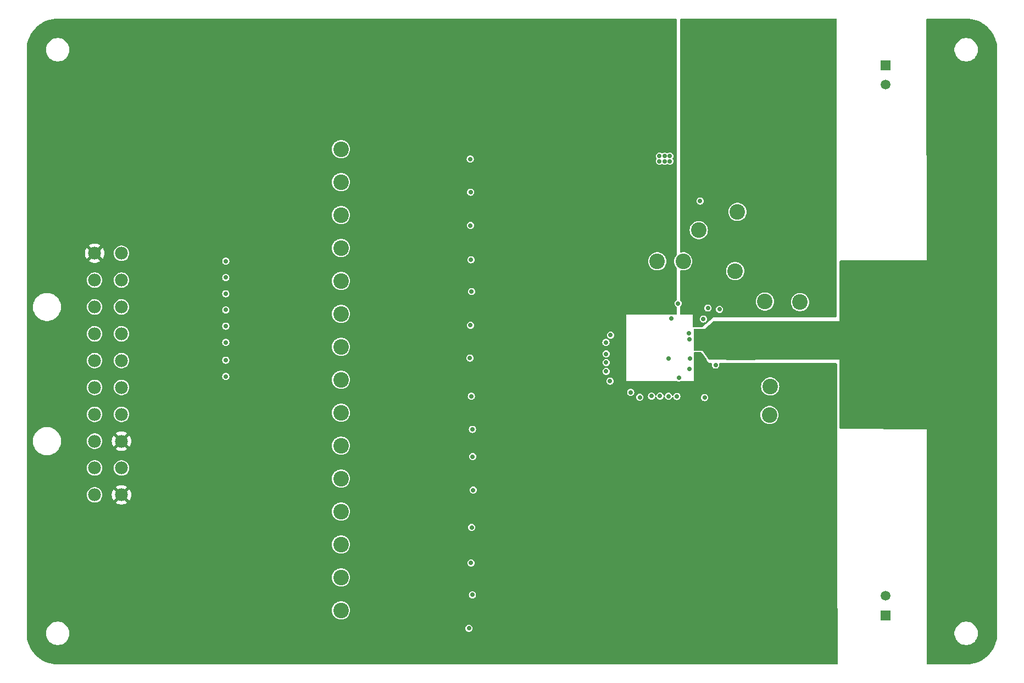
<source format=gbr>
%TF.GenerationSoftware,KiCad,Pcbnew,8.0.7*%
%TF.CreationDate,2025-02-10T22:10:37-06:00*%
%TF.ProjectId,Project63_BMS_DaughterBoard,50726f6a-6563-4743-9633-5f424d535f44,rev?*%
%TF.SameCoordinates,Original*%
%TF.FileFunction,Copper,L2,Inr*%
%TF.FilePolarity,Positive*%
%FSLAX46Y46*%
G04 Gerber Fmt 4.6, Leading zero omitted, Abs format (unit mm)*
G04 Created by KiCad (PCBNEW 8.0.7) date 2025-02-10 22:10:37*
%MOMM*%
%LPD*%
G01*
G04 APERTURE LIST*
%TA.AperFunction,ComponentPad*%
%ADD10C,2.400000*%
%TD*%
%TA.AperFunction,ComponentPad*%
%ADD11R,1.520000X1.520000*%
%TD*%
%TA.AperFunction,ComponentPad*%
%ADD12C,1.520000*%
%TD*%
%TA.AperFunction,ComponentPad*%
%ADD13C,1.981200*%
%TD*%
%TA.AperFunction,ViaPad*%
%ADD14C,0.700000*%
%TD*%
G04 APERTURE END LIST*
D10*
%TO.N,TSREF*%
%TO.C,TP502*%
X162389472Y-72626439D03*
%TD*%
%TO.N,Net-(F316-Pad2)*%
%TO.C,TP306*%
X113640259Y-95970732D03*
%TD*%
%TO.N,Net-(F328-Pad2)*%
%TO.C,TP312*%
X113640259Y-60410732D03*
%TD*%
%TO.N,Net-(F314-Pad2)*%
%TO.C,TP304*%
X113640259Y-85810732D03*
%TD*%
%TO.N,DVDD*%
%TO.C,TP501*%
X174750000Y-65000000D03*
%TD*%
%TO.N,NPNB*%
%TO.C,TP509*%
X168789472Y-67826439D03*
%TD*%
%TO.N,NEG5V*%
%TO.C,TP506*%
X184389472Y-78926439D03*
%TD*%
%TO.N,Net-(F330-Pad2)*%
%TO.C,TP314*%
X113640259Y-70570732D03*
%TD*%
%TO.N,Net-(F313-Pad2)*%
%TO.C,TP303*%
X113640259Y-80730732D03*
%TD*%
D11*
%TO.N,ISO_COMMH_P*%
%TO.C,J702*%
X197592328Y-42403162D03*
D12*
%TO.N,ISO_COMMH_N*%
X197592328Y-45403161D03*
%TD*%
D10*
%TO.N,Net-(F319-Pad2)*%
%TO.C,TP308*%
X113640259Y-106130732D03*
%TD*%
%TO.N,AVDD*%
%TO.C,TP505*%
X179689472Y-96326439D03*
%TD*%
%TO.N,Net-(BAT_POSITIVE301-PadTP)*%
%TO.C,BAT_POSITIVE301*%
X113640259Y-55330732D03*
%TD*%
D13*
%TO.N,AVSS*%
%TO.C,J401*%
X79812428Y-108644354D03*
%TO.N,BAT*%
X79812428Y-104504355D03*
%TO.N,AVSS*%
X79812428Y-100364356D03*
%TO.N,Cell 0S*%
X79812428Y-96224357D03*
%TO.N,Cell 1*%
X79812428Y-92084357D03*
%TO.N,Cell 2*%
X79812428Y-87944358D03*
%TO.N,Cell 3*%
X79812428Y-83804359D03*
%TO.N,Cell 4*%
X79812428Y-79664359D03*
%TO.N,Cell 5*%
X79812428Y-75524360D03*
%TO.N,Cell 6*%
X79812428Y-71384361D03*
%TO.N,Cell 7*%
X75672430Y-108644354D03*
%TO.N,Cell 8*%
X75672430Y-104504355D03*
%TO.N,Cell 9*%
X75672430Y-100364356D03*
%TO.N,Cell 10*%
X75672430Y-96224357D03*
%TO.N,Cell 11*%
X75672430Y-92084357D03*
%TO.N,Cell 12*%
X75672430Y-87944358D03*
%TO.N,Cell 13*%
X75672430Y-83804359D03*
%TO.N,Cell 14S*%
X75672430Y-79664359D03*
%TO.N,BAT*%
X75672430Y-75524360D03*
%TO.N,AVSS*%
X75672430Y-71384361D03*
%TD*%
D10*
%TO.N,NFAULT*%
%TO.C,TP508*%
X166389472Y-72626439D03*
%TD*%
%TO.N,Net-(F312-Pad2)*%
%TO.C,TP302*%
X113640259Y-75650732D03*
%TD*%
%TO.N,Net-(F329-Pad2)*%
%TO.C,TP313*%
X113640259Y-65490732D03*
%TD*%
%TO.N,Net-(F321-Pad2)*%
%TO.C,TP310*%
X113640259Y-116290732D03*
%TD*%
D11*
%TO.N,ISO_COMML_N*%
%TO.C,J701*%
X197592328Y-127202755D03*
D12*
%TO.N,ISO_COMML_P*%
X197592328Y-124202756D03*
%TD*%
D10*
%TO.N,Net-(F317-Pad2)*%
%TO.C,TP311*%
X113640259Y-121370732D03*
%TD*%
%TO.N,REFHP*%
%TO.C,TP507*%
X179789472Y-91926439D03*
%TD*%
%TO.N,LDOIN*%
%TO.C,TP504*%
X178989472Y-78826439D03*
%TD*%
%TO.N,Net-(F322-Pad2)*%
%TO.C,TP301*%
X113640259Y-126450732D03*
%TD*%
%TO.N,Net-(F320-Pad2)*%
%TO.C,TP309*%
X113640259Y-111210732D03*
%TD*%
%TO.N,Net-(F315-Pad2)*%
%TO.C,TP305*%
X113640259Y-90890732D03*
%TD*%
%TO.N,Net-(F318-Pad2)*%
%TO.C,TP307*%
X113640259Y-101050732D03*
%TD*%
%TO.N,CVDD*%
%TO.C,TP503*%
X174389472Y-74126439D03*
%TD*%
D14*
%TO.N,Cell 7*%
X95889472Y-90376439D03*
%TO.N,Cell 9*%
X95889472Y-85126439D03*
%TO.N,Cell 8*%
X95889472Y-87876439D03*
%TO.N,Cell 10*%
X95889472Y-82626439D03*
%TO.N,Cell 11*%
X95889472Y-80126439D03*
%TO.N,Cell 13*%
X95889472Y-75126439D03*
%TO.N,Cell 12*%
X95889472Y-77626439D03*
%TO.N,CB9*%
X133586431Y-82486431D03*
X155100000Y-91100000D03*
%TO.N,CB7*%
X159705428Y-93593072D03*
X133736927Y-93436927D03*
%TO.N,AVSS*%
X178689472Y-82926439D03*
X204889472Y-110626439D03*
X90189472Y-42126439D03*
X188889472Y-89626439D03*
X186089472Y-82926439D03*
X83089472Y-131426439D03*
X175889472Y-85326439D03*
X175289472Y-52626439D03*
X200089472Y-88826439D03*
X174300000Y-87401439D03*
X133389472Y-133500000D03*
X192189472Y-85326439D03*
X90189472Y-62726439D03*
X188889472Y-49626439D03*
X82189472Y-62726439D03*
X204889472Y-36626439D03*
X188889472Y-121626439D03*
X188889472Y-64626439D03*
X188889472Y-113626439D03*
X188889472Y-117626439D03*
X188889472Y-105626439D03*
X183289472Y-87426439D03*
X186389472Y-87426439D03*
X175389472Y-82926439D03*
X82189472Y-42126439D03*
X183289472Y-85326439D03*
X188889472Y-45626439D03*
X188889472Y-72626439D03*
X79089472Y-131426439D03*
X188889472Y-133626439D03*
X87089472Y-131426439D03*
X175289472Y-45626439D03*
X168889472Y-45626439D03*
X184789472Y-85326439D03*
X170900000Y-82900000D03*
X184589472Y-82926439D03*
X93189472Y-42126439D03*
X204889472Y-84626439D03*
X197500000Y-73600000D03*
X175289472Y-41626439D03*
X204889472Y-89626439D03*
X177789472Y-117726439D03*
X173889472Y-82926439D03*
X164100000Y-87600000D03*
X177289472Y-87426439D03*
X188889472Y-52626439D03*
X177789472Y-125726439D03*
X168889472Y-37626439D03*
X79089472Y-118226439D03*
X204889472Y-77626439D03*
X120589472Y-47626439D03*
X193589472Y-85326439D03*
X171489472Y-87426439D03*
X196589472Y-85326439D03*
X187889472Y-87426439D03*
X186289472Y-85326439D03*
X83089472Y-118226439D03*
X177389472Y-85326439D03*
X116589472Y-47626439D03*
X173900000Y-78300000D03*
X124589472Y-47626439D03*
X137389472Y-133500000D03*
X174489472Y-85326439D03*
X78189472Y-62726439D03*
X177789472Y-132726439D03*
X75089472Y-131426439D03*
X180289472Y-87426439D03*
X172389472Y-82926439D03*
X187589472Y-82926439D03*
X131589472Y-47626439D03*
X175289472Y-37626439D03*
X168889472Y-41626439D03*
X204889472Y-130626439D03*
X172989472Y-87426439D03*
X177789472Y-129726439D03*
X163100000Y-78000000D03*
X188889472Y-129626439D03*
X204889472Y-73626439D03*
X168889472Y-49626439D03*
X180189472Y-82926439D03*
X189189472Y-85326439D03*
X188889472Y-37626439D03*
X177189472Y-82926439D03*
X174000000Y-92400000D03*
X128589472Y-47626439D03*
X171489472Y-85326439D03*
X86189472Y-42126439D03*
X78189472Y-42126439D03*
X181789472Y-87426439D03*
X190689472Y-85326439D03*
X204889472Y-93626439D03*
X178789472Y-87426439D03*
X177789472Y-121726439D03*
X140389472Y-133500000D03*
X194889472Y-82026439D03*
X188889472Y-68626439D03*
X188889472Y-109626439D03*
X188889472Y-60626439D03*
X194989472Y-88826439D03*
X167600000Y-77700000D03*
X199989472Y-82026439D03*
X181789472Y-85326439D03*
X195089472Y-85326439D03*
X178889472Y-85326439D03*
X175289472Y-49626439D03*
X155500000Y-78300000D03*
X129389472Y-133500000D03*
X93189472Y-62726439D03*
X188889472Y-41626439D03*
X188889472Y-56626439D03*
X180289472Y-85326439D03*
X90089472Y-118226439D03*
X90089472Y-131426439D03*
X188889472Y-76626439D03*
X87089472Y-118226439D03*
X188889472Y-80626439D03*
X169663204Y-88076201D03*
X168889472Y-52626439D03*
X188889472Y-97626439D03*
X75089472Y-118226439D03*
X187789472Y-85326439D03*
X188889472Y-101626439D03*
X197400000Y-97500000D03*
X172989472Y-85326439D03*
X86189472Y-62726439D03*
X204889472Y-56626439D03*
X188889472Y-125626439D03*
X175300000Y-88900000D03*
X188889472Y-93626439D03*
X171401157Y-89698843D03*
X184789472Y-87426439D03*
X125389472Y-133500000D03*
%TO.N,CB14*%
X155196556Y-84003444D03*
X133570862Y-56869982D03*
%TO.N,CB12*%
X133601985Y-67101985D03*
X154500000Y-86900000D03*
%TO.N,CB6*%
X133902952Y-98539919D03*
X161500000Y-93400000D03*
%TO.N,CB2*%
X165700000Y-90600000D03*
X133683120Y-119157850D03*
%TO.N,CB0*%
X133375286Y-129225776D03*
X167389472Y-89226439D03*
%TO.N,CB11*%
X133677786Y-72377786D03*
X154500000Y-88228788D03*
%TO.N,CB1*%
X169700000Y-93637019D03*
X133900000Y-124054617D03*
%TO.N,CB13*%
X154477317Y-85122683D03*
X133634143Y-61968732D03*
%TO.N,CB10*%
X154509620Y-89590380D03*
X133776907Y-77276907D03*
%TO.N,CB4*%
X134026387Y-107899336D03*
X164115594Y-93434833D03*
%TO.N,CB8*%
X158300000Y-92831101D03*
X133519780Y-87545393D03*
%TO.N,CB5*%
X162809140Y-93400000D03*
X133925678Y-102737105D03*
%TO.N,CB3*%
X133779990Y-113658137D03*
X165415595Y-93467901D03*
%TO.N,CVDD*%
X164589472Y-81439274D03*
X167289472Y-83726439D03*
X170189472Y-79826439D03*
%TO.N,NPNB*%
X169489472Y-81526439D03*
X168989472Y-63326439D03*
%TO.N,TSREF*%
X165589472Y-79126439D03*
%TO.N,NEG5V*%
X167389472Y-84626439D03*
%TO.N,AVDD*%
X171389472Y-88626439D03*
%TO.N,LDOIN*%
X171989472Y-80026439D03*
X162727000Y-56400000D03*
X164327000Y-57200000D03*
X163527000Y-56400000D03*
X164327000Y-56400000D03*
X162727000Y-57200000D03*
X163527000Y-57200000D03*
%TO.N,REFHP*%
X167400000Y-87595239D03*
%TO.N,Cell 14S*%
X95900000Y-72600000D03*
%TD*%
%TA.AperFunction,Conductor*%
%TO.N,AVSS*%
G36*
X165332511Y-35220185D02*
G01*
X165378266Y-35272989D01*
X165389472Y-35324500D01*
X165389472Y-71596517D01*
X165369787Y-71663556D01*
X165356702Y-71680499D01*
X165280494Y-71763283D01*
X165280492Y-71763285D01*
X165153547Y-71957590D01*
X165060314Y-72170138D01*
X165003338Y-72395130D01*
X165003336Y-72395141D01*
X164984172Y-72626432D01*
X164984172Y-72626445D01*
X165003336Y-72857736D01*
X165003338Y-72857747D01*
X165060314Y-73082739D01*
X165153547Y-73295287D01*
X165280490Y-73489589D01*
X165356702Y-73572377D01*
X165387624Y-73635032D01*
X165389472Y-73656360D01*
X165389472Y-78530570D01*
X165369787Y-78597609D01*
X165316983Y-78643364D01*
X165312931Y-78645128D01*
X165311852Y-78645574D01*
X165311851Y-78645575D01*
X165196851Y-78733818D01*
X165108609Y-78848816D01*
X165053143Y-78982726D01*
X165053142Y-78982730D01*
X165034222Y-79126438D01*
X165034222Y-79126439D01*
X165053142Y-79270147D01*
X165053143Y-79270151D01*
X165108609Y-79404061D01*
X165108610Y-79404063D01*
X165108611Y-79404064D01*
X165196851Y-79519060D01*
X165250846Y-79560492D01*
X165311841Y-79607296D01*
X165311842Y-79607296D01*
X165311847Y-79607300D01*
X165312916Y-79607743D01*
X165313680Y-79608357D01*
X165318882Y-79611361D01*
X165318413Y-79612171D01*
X165367321Y-79651576D01*
X165389393Y-79717868D01*
X165389472Y-79722306D01*
X165389472Y-80752439D01*
X165369787Y-80819478D01*
X165316983Y-80865233D01*
X165265472Y-80876439D01*
X157639472Y-80876439D01*
X157639472Y-91126439D01*
X165507747Y-91126439D01*
X165548361Y-91134517D01*
X165548440Y-91134226D01*
X165552886Y-91135417D01*
X165555197Y-91135877D01*
X165556291Y-91136330D01*
X165683280Y-91153048D01*
X165699999Y-91155250D01*
X165700000Y-91155250D01*
X165700001Y-91155250D01*
X165714977Y-91153278D01*
X165843709Y-91136330D01*
X165844803Y-91135877D01*
X165847113Y-91135417D01*
X165851560Y-91134226D01*
X165851638Y-91134517D01*
X165892253Y-91126439D01*
X168039472Y-91126439D01*
X168039472Y-86750439D01*
X168059157Y-86683400D01*
X168111961Y-86637645D01*
X168163472Y-86626439D01*
X169114704Y-86626439D01*
X169181743Y-86646124D01*
X169216281Y-86679318D01*
X169268051Y-86753258D01*
X169948118Y-87724553D01*
X170089478Y-87926447D01*
X170389471Y-88326439D01*
X170389472Y-88326439D01*
X170733420Y-88326439D01*
X170800459Y-88346124D01*
X170846214Y-88398928D01*
X170856158Y-88468086D01*
X170853196Y-88482526D01*
X170853143Y-88482723D01*
X170853142Y-88482729D01*
X170853142Y-88482730D01*
X170834222Y-88626439D01*
X170842604Y-88690109D01*
X170853142Y-88770147D01*
X170853143Y-88770151D01*
X170908609Y-88904061D01*
X170908610Y-88904063D01*
X170908611Y-88904064D01*
X170996851Y-89019060D01*
X171111847Y-89107300D01*
X171245763Y-89162769D01*
X171372752Y-89179487D01*
X171389471Y-89181689D01*
X171389472Y-89181689D01*
X171389473Y-89181689D01*
X171404449Y-89179717D01*
X171533181Y-89162769D01*
X171667097Y-89107300D01*
X171782093Y-89019060D01*
X171870333Y-88904064D01*
X171925802Y-88770148D01*
X171944722Y-88626439D01*
X171925802Y-88482730D01*
X171925800Y-88482726D01*
X171925800Y-88482723D01*
X171925748Y-88482526D01*
X171925752Y-88482352D01*
X171924741Y-88474673D01*
X171925939Y-88474515D01*
X171927414Y-88412676D01*
X171966579Y-88354816D01*
X172030809Y-88327315D01*
X172045524Y-88326439D01*
X172789472Y-88326439D01*
X175389472Y-88326439D01*
X180489472Y-88326439D01*
X189965755Y-88326439D01*
X190032794Y-88346124D01*
X190078549Y-88398928D01*
X190089754Y-88450154D01*
X190105796Y-95463291D01*
X190109257Y-96976439D01*
X190109257Y-96976523D01*
X190144950Y-119157850D01*
X190167296Y-133045257D01*
X190167617Y-133245259D01*
X190169919Y-134675300D01*
X190150342Y-134742372D01*
X190097612Y-134788211D01*
X190045919Y-134799500D01*
X70002706Y-134799500D01*
X69997297Y-134799382D01*
X69587102Y-134781472D01*
X69576326Y-134780529D01*
X69171950Y-134727292D01*
X69161296Y-134725414D01*
X68763078Y-134637131D01*
X68752630Y-134634331D01*
X68363639Y-134511683D01*
X68353473Y-134507983D01*
X67976642Y-134351894D01*
X67966838Y-134347322D01*
X67847126Y-134285004D01*
X67605042Y-134158983D01*
X67595686Y-134153582D01*
X67423685Y-134044004D01*
X67251690Y-133934431D01*
X67242829Y-133928227D01*
X66919233Y-133679923D01*
X66910946Y-133672969D01*
X66610232Y-133397416D01*
X66602583Y-133389767D01*
X66327030Y-133089053D01*
X66320076Y-133080766D01*
X66071772Y-132757170D01*
X66065568Y-132748309D01*
X66012070Y-132664334D01*
X65846413Y-132404305D01*
X65841020Y-132394965D01*
X65652674Y-132033155D01*
X65648105Y-132023357D01*
X65555794Y-131800500D01*
X65492015Y-131646524D01*
X65488316Y-131636360D01*
X65482615Y-131618280D01*
X65365667Y-131247365D01*
X65362868Y-131236921D01*
X65274585Y-130838703D01*
X65272707Y-130828049D01*
X65219468Y-130423654D01*
X65218528Y-130412917D01*
X65200618Y-130002702D01*
X65200500Y-129997293D01*
X65200500Y-129881995D01*
X68199500Y-129881995D01*
X68199500Y-130118004D01*
X68199501Y-130118020D01*
X68230306Y-130352010D01*
X68291394Y-130579993D01*
X68381714Y-130798045D01*
X68381719Y-130798056D01*
X68452677Y-130920957D01*
X68499727Y-131002450D01*
X68499729Y-131002453D01*
X68499730Y-131002454D01*
X68643406Y-131189697D01*
X68643412Y-131189704D01*
X68810295Y-131356587D01*
X68810301Y-131356592D01*
X68997550Y-131500273D01*
X69128918Y-131576118D01*
X69201943Y-131618280D01*
X69201948Y-131618282D01*
X69201951Y-131618284D01*
X69420007Y-131708606D01*
X69647986Y-131769693D01*
X69881989Y-131800500D01*
X69881996Y-131800500D01*
X70118004Y-131800500D01*
X70118011Y-131800500D01*
X70352014Y-131769693D01*
X70579993Y-131708606D01*
X70798049Y-131618284D01*
X71002450Y-131500273D01*
X71189699Y-131356592D01*
X71356592Y-131189699D01*
X71500273Y-131002450D01*
X71618284Y-130798049D01*
X71708606Y-130579993D01*
X71769693Y-130352014D01*
X71800500Y-130118011D01*
X71800500Y-129881989D01*
X71769693Y-129647986D01*
X71708606Y-129420007D01*
X71628152Y-129225775D01*
X132820036Y-129225775D01*
X132820036Y-129225776D01*
X132838956Y-129369484D01*
X132838957Y-129369488D01*
X132894423Y-129503398D01*
X132894424Y-129503400D01*
X132894425Y-129503401D01*
X132982665Y-129618397D01*
X133097661Y-129706637D01*
X133231577Y-129762106D01*
X133358566Y-129778824D01*
X133375285Y-129781026D01*
X133375286Y-129781026D01*
X133375287Y-129781026D01*
X133390263Y-129779054D01*
X133518995Y-129762106D01*
X133652911Y-129706637D01*
X133767907Y-129618397D01*
X133856147Y-129503401D01*
X133911616Y-129369485D01*
X133930536Y-129225776D01*
X133911616Y-129082067D01*
X133856147Y-128948151D01*
X133767907Y-128833155D01*
X133652911Y-128744915D01*
X133652910Y-128744914D01*
X133652908Y-128744913D01*
X133518998Y-128689447D01*
X133518996Y-128689446D01*
X133518995Y-128689446D01*
X133447140Y-128679986D01*
X133375287Y-128670526D01*
X133375285Y-128670526D01*
X133231577Y-128689446D01*
X133231573Y-128689447D01*
X133097663Y-128744913D01*
X132982665Y-128833155D01*
X132894423Y-128948153D01*
X132838957Y-129082063D01*
X132838956Y-129082067D01*
X132820036Y-129225775D01*
X71628152Y-129225775D01*
X71618284Y-129201951D01*
X71618282Y-129201948D01*
X71618280Y-129201943D01*
X71549069Y-129082067D01*
X71500273Y-128997550D01*
X71441001Y-128920306D01*
X71356593Y-128810302D01*
X71356587Y-128810295D01*
X71189704Y-128643412D01*
X71189697Y-128643406D01*
X71002454Y-128499730D01*
X71002453Y-128499729D01*
X71002450Y-128499727D01*
X70920957Y-128452677D01*
X70798056Y-128381719D01*
X70798045Y-128381714D01*
X70579993Y-128291394D01*
X70352010Y-128230306D01*
X70118020Y-128199501D01*
X70118017Y-128199500D01*
X70118011Y-128199500D01*
X69881989Y-128199500D01*
X69881983Y-128199500D01*
X69881979Y-128199501D01*
X69647989Y-128230306D01*
X69420006Y-128291394D01*
X69201954Y-128381714D01*
X69201943Y-128381719D01*
X68997545Y-128499730D01*
X68810302Y-128643406D01*
X68810295Y-128643412D01*
X68643412Y-128810295D01*
X68643406Y-128810302D01*
X68499730Y-128997545D01*
X68381719Y-129201943D01*
X68381714Y-129201954D01*
X68291394Y-129420006D01*
X68230306Y-129647989D01*
X68199501Y-129881979D01*
X68199500Y-129881995D01*
X65200500Y-129881995D01*
X65200500Y-126450725D01*
X112234959Y-126450725D01*
X112234959Y-126450738D01*
X112254123Y-126682029D01*
X112254125Y-126682040D01*
X112311101Y-126907032D01*
X112404334Y-127119580D01*
X112531275Y-127313879D01*
X112531278Y-127313883D01*
X112531280Y-127313885D01*
X112688475Y-127484645D01*
X112688478Y-127484647D01*
X112688481Y-127484650D01*
X112871624Y-127627196D01*
X112871630Y-127627200D01*
X112871633Y-127627202D01*
X113075756Y-127737668D01*
X113189746Y-127776800D01*
X113295274Y-127813029D01*
X113295276Y-127813029D01*
X113295278Y-127813030D01*
X113524210Y-127851232D01*
X113524211Y-127851232D01*
X113756307Y-127851232D01*
X113756308Y-127851232D01*
X113985240Y-127813030D01*
X114204762Y-127737668D01*
X114408885Y-127627202D01*
X114592043Y-127484645D01*
X114749238Y-127313885D01*
X114876183Y-127119581D01*
X114969416Y-126907032D01*
X115026393Y-126682037D01*
X115045559Y-126450732D01*
X115045559Y-126450725D01*
X115026394Y-126219434D01*
X115026392Y-126219423D01*
X114969416Y-125994431D01*
X114876183Y-125781883D01*
X114749242Y-125587584D01*
X114749239Y-125587581D01*
X114749238Y-125587579D01*
X114592043Y-125416819D01*
X114592038Y-125416815D01*
X114592036Y-125416813D01*
X114408893Y-125274267D01*
X114408887Y-125274263D01*
X114204763Y-125163796D01*
X114204754Y-125163793D01*
X113985243Y-125088434D01*
X113813541Y-125059782D01*
X113756308Y-125050232D01*
X113524210Y-125050232D01*
X113478423Y-125057872D01*
X113295274Y-125088434D01*
X113075763Y-125163793D01*
X113075754Y-125163796D01*
X112871630Y-125274263D01*
X112871624Y-125274267D01*
X112688481Y-125416813D01*
X112688478Y-125416816D01*
X112531275Y-125587584D01*
X112404334Y-125781883D01*
X112311101Y-125994431D01*
X112254125Y-126219423D01*
X112254123Y-126219434D01*
X112234959Y-126450725D01*
X65200500Y-126450725D01*
X65200500Y-124054616D01*
X133344750Y-124054616D01*
X133344750Y-124054617D01*
X133363670Y-124198325D01*
X133363671Y-124198329D01*
X133419137Y-124332239D01*
X133419138Y-124332241D01*
X133419139Y-124332242D01*
X133507379Y-124447238D01*
X133622375Y-124535478D01*
X133756291Y-124590947D01*
X133883280Y-124607665D01*
X133899999Y-124609867D01*
X133900000Y-124609867D01*
X133900001Y-124609867D01*
X133914977Y-124607895D01*
X134043709Y-124590947D01*
X134177625Y-124535478D01*
X134292621Y-124447238D01*
X134380861Y-124332242D01*
X134436330Y-124198326D01*
X134455250Y-124054617D01*
X134436330Y-123910908D01*
X134380861Y-123776992D01*
X134292621Y-123661996D01*
X134177625Y-123573756D01*
X134177624Y-123573755D01*
X134177622Y-123573754D01*
X134043712Y-123518288D01*
X134043710Y-123518287D01*
X134043709Y-123518287D01*
X133971854Y-123508827D01*
X133900001Y-123499367D01*
X133899999Y-123499367D01*
X133756291Y-123518287D01*
X133756287Y-123518288D01*
X133622377Y-123573754D01*
X133507379Y-123661996D01*
X133419137Y-123776994D01*
X133363671Y-123910904D01*
X133363670Y-123910908D01*
X133344750Y-124054616D01*
X65200500Y-124054616D01*
X65200500Y-121370725D01*
X112234959Y-121370725D01*
X112234959Y-121370738D01*
X112254123Y-121602029D01*
X112254125Y-121602040D01*
X112311101Y-121827032D01*
X112404334Y-122039580D01*
X112531275Y-122233879D01*
X112531278Y-122233883D01*
X112531280Y-122233885D01*
X112688475Y-122404645D01*
X112688478Y-122404647D01*
X112688481Y-122404650D01*
X112871624Y-122547196D01*
X112871630Y-122547200D01*
X112871633Y-122547202D01*
X113075756Y-122657668D01*
X113189746Y-122696800D01*
X113295274Y-122733029D01*
X113295276Y-122733029D01*
X113295278Y-122733030D01*
X113524210Y-122771232D01*
X113524211Y-122771232D01*
X113756307Y-122771232D01*
X113756308Y-122771232D01*
X113985240Y-122733030D01*
X114204762Y-122657668D01*
X114408885Y-122547202D01*
X114592043Y-122404645D01*
X114749238Y-122233885D01*
X114876183Y-122039581D01*
X114969416Y-121827032D01*
X115026393Y-121602037D01*
X115045559Y-121370732D01*
X115045559Y-121370725D01*
X115026394Y-121139434D01*
X115026392Y-121139423D01*
X114969416Y-120914431D01*
X114876183Y-120701883D01*
X114749242Y-120507584D01*
X114749239Y-120507581D01*
X114749238Y-120507579D01*
X114592043Y-120336819D01*
X114592038Y-120336815D01*
X114592036Y-120336813D01*
X114408893Y-120194267D01*
X114408887Y-120194263D01*
X114204763Y-120083796D01*
X114204754Y-120083793D01*
X113985243Y-120008434D01*
X113813541Y-119979782D01*
X113756308Y-119970232D01*
X113524210Y-119970232D01*
X113478423Y-119977872D01*
X113295274Y-120008434D01*
X113075763Y-120083793D01*
X113075754Y-120083796D01*
X112871630Y-120194263D01*
X112871624Y-120194267D01*
X112688481Y-120336813D01*
X112688478Y-120336816D01*
X112531275Y-120507584D01*
X112404334Y-120701883D01*
X112311101Y-120914431D01*
X112254125Y-121139423D01*
X112254123Y-121139434D01*
X112234959Y-121370725D01*
X65200500Y-121370725D01*
X65200500Y-119157849D01*
X133127870Y-119157849D01*
X133127870Y-119157850D01*
X133146790Y-119301558D01*
X133146791Y-119301562D01*
X133202257Y-119435472D01*
X133202258Y-119435474D01*
X133202259Y-119435475D01*
X133290499Y-119550471D01*
X133405495Y-119638711D01*
X133539411Y-119694180D01*
X133666400Y-119710898D01*
X133683119Y-119713100D01*
X133683120Y-119713100D01*
X133683121Y-119713100D01*
X133698097Y-119711128D01*
X133826829Y-119694180D01*
X133960745Y-119638711D01*
X134075741Y-119550471D01*
X134163981Y-119435475D01*
X134219450Y-119301559D01*
X134238370Y-119157850D01*
X134219450Y-119014141D01*
X134163981Y-118880225D01*
X134075741Y-118765229D01*
X133960745Y-118676989D01*
X133960744Y-118676988D01*
X133960742Y-118676987D01*
X133826832Y-118621521D01*
X133826830Y-118621520D01*
X133826829Y-118621520D01*
X133754974Y-118612060D01*
X133683121Y-118602600D01*
X133683119Y-118602600D01*
X133539411Y-118621520D01*
X133539407Y-118621521D01*
X133405497Y-118676987D01*
X133290499Y-118765229D01*
X133202257Y-118880227D01*
X133146791Y-119014137D01*
X133146790Y-119014141D01*
X133127870Y-119157849D01*
X65200500Y-119157849D01*
X65200500Y-116290725D01*
X112234959Y-116290725D01*
X112234959Y-116290738D01*
X112254123Y-116522029D01*
X112254125Y-116522040D01*
X112311101Y-116747032D01*
X112404334Y-116959580D01*
X112531275Y-117153879D01*
X112531278Y-117153883D01*
X112531280Y-117153885D01*
X112688475Y-117324645D01*
X112688478Y-117324647D01*
X112688481Y-117324650D01*
X112871624Y-117467196D01*
X112871630Y-117467200D01*
X112871633Y-117467202D01*
X113075756Y-117577668D01*
X113189746Y-117616800D01*
X113295274Y-117653029D01*
X113295276Y-117653029D01*
X113295278Y-117653030D01*
X113524210Y-117691232D01*
X113524211Y-117691232D01*
X113756307Y-117691232D01*
X113756308Y-117691232D01*
X113985240Y-117653030D01*
X114204762Y-117577668D01*
X114408885Y-117467202D01*
X114592043Y-117324645D01*
X114749238Y-117153885D01*
X114876183Y-116959581D01*
X114969416Y-116747032D01*
X115026393Y-116522037D01*
X115045559Y-116290732D01*
X115045559Y-116290725D01*
X115026394Y-116059434D01*
X115026392Y-116059423D01*
X114969416Y-115834431D01*
X114876183Y-115621883D01*
X114749242Y-115427584D01*
X114749239Y-115427581D01*
X114749238Y-115427579D01*
X114592043Y-115256819D01*
X114592038Y-115256815D01*
X114592036Y-115256813D01*
X114408893Y-115114267D01*
X114408887Y-115114263D01*
X114204763Y-115003796D01*
X114204754Y-115003793D01*
X113985243Y-114928434D01*
X113813541Y-114899782D01*
X113756308Y-114890232D01*
X113524210Y-114890232D01*
X113478423Y-114897872D01*
X113295274Y-114928434D01*
X113075763Y-115003793D01*
X113075754Y-115003796D01*
X112871630Y-115114263D01*
X112871624Y-115114267D01*
X112688481Y-115256813D01*
X112688478Y-115256816D01*
X112531275Y-115427584D01*
X112404334Y-115621883D01*
X112311101Y-115834431D01*
X112254125Y-116059423D01*
X112254123Y-116059434D01*
X112234959Y-116290725D01*
X65200500Y-116290725D01*
X65200500Y-113658136D01*
X133224740Y-113658136D01*
X133224740Y-113658137D01*
X133243660Y-113801845D01*
X133243661Y-113801849D01*
X133299127Y-113935759D01*
X133299128Y-113935761D01*
X133299129Y-113935762D01*
X133387369Y-114050758D01*
X133502365Y-114138998D01*
X133636281Y-114194467D01*
X133763270Y-114211185D01*
X133779989Y-114213387D01*
X133779990Y-114213387D01*
X133779991Y-114213387D01*
X133794967Y-114211415D01*
X133923699Y-114194467D01*
X134057615Y-114138998D01*
X134172611Y-114050758D01*
X134260851Y-113935762D01*
X134316320Y-113801846D01*
X134335240Y-113658137D01*
X134316320Y-113514428D01*
X134260851Y-113380512D01*
X134172611Y-113265516D01*
X134057615Y-113177276D01*
X134057614Y-113177275D01*
X134057612Y-113177274D01*
X133923702Y-113121808D01*
X133923700Y-113121807D01*
X133923699Y-113121807D01*
X133851844Y-113112347D01*
X133779991Y-113102887D01*
X133779989Y-113102887D01*
X133636281Y-113121807D01*
X133636277Y-113121808D01*
X133502367Y-113177274D01*
X133387369Y-113265516D01*
X133299127Y-113380514D01*
X133243661Y-113514424D01*
X133243660Y-113514428D01*
X133224740Y-113658136D01*
X65200500Y-113658136D01*
X65200500Y-111210725D01*
X112234959Y-111210725D01*
X112234959Y-111210738D01*
X112254123Y-111442029D01*
X112254125Y-111442040D01*
X112311101Y-111667032D01*
X112404334Y-111879580D01*
X112531275Y-112073879D01*
X112531278Y-112073883D01*
X112531280Y-112073885D01*
X112688475Y-112244645D01*
X112688478Y-112244647D01*
X112688481Y-112244650D01*
X112871624Y-112387196D01*
X112871630Y-112387200D01*
X112871633Y-112387202D01*
X113075756Y-112497668D01*
X113189746Y-112536800D01*
X113295274Y-112573029D01*
X113295276Y-112573029D01*
X113295278Y-112573030D01*
X113524210Y-112611232D01*
X113524211Y-112611232D01*
X113756307Y-112611232D01*
X113756308Y-112611232D01*
X113985240Y-112573030D01*
X114204762Y-112497668D01*
X114408885Y-112387202D01*
X114592043Y-112244645D01*
X114749238Y-112073885D01*
X114876183Y-111879581D01*
X114969416Y-111667032D01*
X115026393Y-111442037D01*
X115045559Y-111210732D01*
X115045559Y-111210725D01*
X115026394Y-110979434D01*
X115026392Y-110979423D01*
X114969416Y-110754431D01*
X114876183Y-110541883D01*
X114749242Y-110347584D01*
X114749239Y-110347581D01*
X114749238Y-110347579D01*
X114592043Y-110176819D01*
X114592038Y-110176815D01*
X114592036Y-110176813D01*
X114408893Y-110034267D01*
X114408887Y-110034263D01*
X114204763Y-109923796D01*
X114204754Y-109923793D01*
X113985243Y-109848434D01*
X113813541Y-109819782D01*
X113756308Y-109810232D01*
X113524210Y-109810232D01*
X113478423Y-109817872D01*
X113295274Y-109848434D01*
X113075763Y-109923793D01*
X113075754Y-109923796D01*
X112871630Y-110034263D01*
X112871624Y-110034267D01*
X112688481Y-110176813D01*
X112688478Y-110176816D01*
X112531275Y-110347584D01*
X112404334Y-110541883D01*
X112311101Y-110754431D01*
X112254125Y-110979423D01*
X112254123Y-110979434D01*
X112234959Y-111210725D01*
X65200500Y-111210725D01*
X65200500Y-108644353D01*
X74476227Y-108644353D01*
X74476227Y-108644354D01*
X74496594Y-108864155D01*
X74496595Y-108864158D01*
X74557001Y-109076467D01*
X74557004Y-109076473D01*
X74655398Y-109274074D01*
X74788426Y-109450233D01*
X74951556Y-109598944D01*
X74951558Y-109598946D01*
X75139232Y-109715149D01*
X75139238Y-109715152D01*
X75182844Y-109732044D01*
X75345074Y-109794893D01*
X75562058Y-109835454D01*
X75562060Y-109835454D01*
X75782800Y-109835454D01*
X75782802Y-109835454D01*
X75999786Y-109794893D01*
X76205624Y-109715151D01*
X76393303Y-109598945D01*
X76556435Y-109450231D01*
X76689462Y-109274074D01*
X76787856Y-109076472D01*
X76787856Y-109076469D01*
X76787858Y-109076467D01*
X76848264Y-108864158D01*
X76848265Y-108864155D01*
X76868633Y-108644354D01*
X76868633Y-108644353D01*
X76868633Y-108644348D01*
X78316719Y-108644348D01*
X78316719Y-108644359D01*
X78337118Y-108890536D01*
X78397760Y-109130008D01*
X78496989Y-109356229D01*
X78595783Y-109507445D01*
X79145105Y-108958122D01*
X79159662Y-108993265D01*
X79240273Y-109113909D01*
X79342873Y-109216509D01*
X79463517Y-109297120D01*
X79498658Y-109311676D01*
X78949069Y-109861264D01*
X78994356Y-109896513D01*
X78994358Y-109896514D01*
X79211602Y-110014080D01*
X79211616Y-110014086D01*
X79445250Y-110094294D01*
X79688913Y-110134954D01*
X79935943Y-110134954D01*
X80179605Y-110094294D01*
X80413239Y-110014086D01*
X80413253Y-110014080D01*
X80630499Y-109896513D01*
X80630504Y-109896509D01*
X80675785Y-109861265D01*
X80675786Y-109861264D01*
X80126197Y-109311676D01*
X80161339Y-109297120D01*
X80281983Y-109216509D01*
X80384583Y-109113909D01*
X80465194Y-108993265D01*
X80479749Y-108958123D01*
X81029071Y-109507445D01*
X81127864Y-109356234D01*
X81227095Y-109130008D01*
X81287737Y-108890536D01*
X81308137Y-108644359D01*
X81308137Y-108644348D01*
X81287737Y-108398171D01*
X81227095Y-108158699D01*
X81127864Y-107932473D01*
X81106214Y-107899336D01*
X133471137Y-107899336D01*
X133486316Y-108014633D01*
X133490057Y-108043044D01*
X133490058Y-108043048D01*
X133545524Y-108176958D01*
X133545525Y-108176960D01*
X133545526Y-108176961D01*
X133633766Y-108291957D01*
X133748762Y-108380197D01*
X133882678Y-108435666D01*
X134009667Y-108452384D01*
X134026386Y-108454586D01*
X134026387Y-108454586D01*
X134026388Y-108454586D01*
X134041364Y-108452614D01*
X134170096Y-108435666D01*
X134304012Y-108380197D01*
X134419008Y-108291957D01*
X134507248Y-108176961D01*
X134562717Y-108043045D01*
X134581637Y-107899336D01*
X134562717Y-107755627D01*
X134507248Y-107621711D01*
X134419008Y-107506715D01*
X134304012Y-107418475D01*
X134304011Y-107418474D01*
X134304009Y-107418473D01*
X134170099Y-107363007D01*
X134170097Y-107363006D01*
X134170096Y-107363006D01*
X134098241Y-107353546D01*
X134026388Y-107344086D01*
X134026386Y-107344086D01*
X133882678Y-107363006D01*
X133882674Y-107363007D01*
X133748764Y-107418473D01*
X133633766Y-107506715D01*
X133545524Y-107621713D01*
X133490058Y-107755623D01*
X133490057Y-107755627D01*
X133471137Y-107899336D01*
X81106214Y-107899336D01*
X81029071Y-107781261D01*
X80479749Y-108330583D01*
X80465194Y-108295443D01*
X80384583Y-108174799D01*
X80281983Y-108072199D01*
X80161339Y-107991588D01*
X80126195Y-107977031D01*
X80675785Y-107427442D01*
X80675785Y-107427440D01*
X80630511Y-107392202D01*
X80630500Y-107392195D01*
X80413253Y-107274627D01*
X80413239Y-107274621D01*
X80179605Y-107194413D01*
X79935943Y-107153754D01*
X79688913Y-107153754D01*
X79445250Y-107194413D01*
X79211616Y-107274621D01*
X79211602Y-107274627D01*
X78994357Y-107392194D01*
X78949068Y-107427442D01*
X79498658Y-107977031D01*
X79463517Y-107991588D01*
X79342873Y-108072199D01*
X79240273Y-108174799D01*
X79159662Y-108295443D01*
X79145105Y-108330584D01*
X78595783Y-107781261D01*
X78496990Y-107932475D01*
X78397760Y-108158699D01*
X78337118Y-108398171D01*
X78316719Y-108644348D01*
X76868633Y-108644348D01*
X76848265Y-108424552D01*
X76848264Y-108424549D01*
X76787858Y-108212240D01*
X76787855Y-108212234D01*
X76703608Y-108043044D01*
X76689462Y-108014634D01*
X76556435Y-107838477D01*
X76556433Y-107838474D01*
X76393303Y-107689763D01*
X76393301Y-107689761D01*
X76205627Y-107573558D01*
X76205621Y-107573555D01*
X76033085Y-107506715D01*
X75999786Y-107493815D01*
X75782802Y-107453254D01*
X75562058Y-107453254D01*
X75345074Y-107493815D01*
X75345071Y-107493815D01*
X75345071Y-107493816D01*
X75139238Y-107573555D01*
X75139232Y-107573558D01*
X74951558Y-107689761D01*
X74951556Y-107689763D01*
X74788426Y-107838474D01*
X74655398Y-108014633D01*
X74557004Y-108212234D01*
X74557001Y-108212240D01*
X74496595Y-108424549D01*
X74496594Y-108424552D01*
X74476227Y-108644353D01*
X65200500Y-108644353D01*
X65200500Y-106130725D01*
X112234959Y-106130725D01*
X112234959Y-106130738D01*
X112254123Y-106362029D01*
X112254125Y-106362040D01*
X112311101Y-106587032D01*
X112404334Y-106799580D01*
X112531275Y-106993879D01*
X112531278Y-106993883D01*
X112531280Y-106993885D01*
X112688475Y-107164645D01*
X112688478Y-107164647D01*
X112688481Y-107164650D01*
X112871624Y-107307196D01*
X112871630Y-107307200D01*
X112871633Y-107307202D01*
X113075756Y-107417668D01*
X113189746Y-107456800D01*
X113295274Y-107493029D01*
X113295276Y-107493029D01*
X113295278Y-107493030D01*
X113524210Y-107531232D01*
X113524211Y-107531232D01*
X113756307Y-107531232D01*
X113756308Y-107531232D01*
X113985240Y-107493030D01*
X114204762Y-107417668D01*
X114408885Y-107307202D01*
X114592043Y-107164645D01*
X114749238Y-106993885D01*
X114876183Y-106799581D01*
X114969416Y-106587032D01*
X115026393Y-106362037D01*
X115045559Y-106130732D01*
X115045559Y-106130725D01*
X115026394Y-105899434D01*
X115026392Y-105899423D01*
X114969416Y-105674431D01*
X114876183Y-105461883D01*
X114749242Y-105267584D01*
X114749239Y-105267581D01*
X114749238Y-105267579D01*
X114592043Y-105096819D01*
X114592038Y-105096815D01*
X114592036Y-105096813D01*
X114408893Y-104954267D01*
X114408887Y-104954263D01*
X114204763Y-104843796D01*
X114204754Y-104843793D01*
X113985243Y-104768434D01*
X113813541Y-104739782D01*
X113756308Y-104730232D01*
X113524210Y-104730232D01*
X113478423Y-104737872D01*
X113295274Y-104768434D01*
X113075763Y-104843793D01*
X113075754Y-104843796D01*
X112871630Y-104954263D01*
X112871624Y-104954267D01*
X112688481Y-105096813D01*
X112688478Y-105096816D01*
X112531275Y-105267584D01*
X112404334Y-105461883D01*
X112311101Y-105674431D01*
X112254125Y-105899423D01*
X112254123Y-105899434D01*
X112234959Y-106130725D01*
X65200500Y-106130725D01*
X65200500Y-104504354D01*
X74476227Y-104504354D01*
X74476227Y-104504355D01*
X74496594Y-104724156D01*
X74496595Y-104724159D01*
X74557001Y-104936468D01*
X74557004Y-104936474D01*
X74655398Y-105134075D01*
X74788426Y-105310234D01*
X74951556Y-105458945D01*
X74951558Y-105458947D01*
X75139232Y-105575150D01*
X75139238Y-105575153D01*
X75182844Y-105592045D01*
X75345074Y-105654894D01*
X75562058Y-105695455D01*
X75562060Y-105695455D01*
X75782800Y-105695455D01*
X75782802Y-105695455D01*
X75999786Y-105654894D01*
X76205624Y-105575152D01*
X76393303Y-105458946D01*
X76556435Y-105310232D01*
X76689462Y-105134075D01*
X76787856Y-104936473D01*
X76787856Y-104936470D01*
X76787858Y-104936468D01*
X76835667Y-104768434D01*
X76848265Y-104724157D01*
X76868633Y-104504355D01*
X76868633Y-104504354D01*
X78616225Y-104504354D01*
X78616225Y-104504355D01*
X78636592Y-104724156D01*
X78636593Y-104724159D01*
X78696999Y-104936468D01*
X78697002Y-104936474D01*
X78795396Y-105134075D01*
X78928424Y-105310234D01*
X79091554Y-105458945D01*
X79091556Y-105458947D01*
X79279230Y-105575150D01*
X79279236Y-105575153D01*
X79322842Y-105592045D01*
X79485072Y-105654894D01*
X79702056Y-105695455D01*
X79702058Y-105695455D01*
X79922798Y-105695455D01*
X79922800Y-105695455D01*
X80139784Y-105654894D01*
X80345622Y-105575152D01*
X80533301Y-105458946D01*
X80696433Y-105310232D01*
X80829460Y-105134075D01*
X80927854Y-104936473D01*
X80927854Y-104936470D01*
X80927856Y-104936468D01*
X80975665Y-104768434D01*
X80988263Y-104724157D01*
X81008631Y-104504355D01*
X80988263Y-104284553D01*
X80979489Y-104253718D01*
X80927856Y-104072241D01*
X80927853Y-104072235D01*
X80829460Y-103874635D01*
X80696433Y-103698478D01*
X80696431Y-103698475D01*
X80533301Y-103549764D01*
X80533299Y-103549762D01*
X80345625Y-103433559D01*
X80345619Y-103433556D01*
X80183392Y-103370709D01*
X80139784Y-103353816D01*
X79922800Y-103313255D01*
X79702056Y-103313255D01*
X79485072Y-103353816D01*
X79485069Y-103353816D01*
X79485069Y-103353817D01*
X79279236Y-103433556D01*
X79279230Y-103433559D01*
X79091556Y-103549762D01*
X79091554Y-103549764D01*
X78928424Y-103698475D01*
X78795396Y-103874634D01*
X78697002Y-104072235D01*
X78696999Y-104072241D01*
X78636593Y-104284550D01*
X78636592Y-104284553D01*
X78616225Y-104504354D01*
X76868633Y-104504354D01*
X76848265Y-104284553D01*
X76839491Y-104253718D01*
X76787858Y-104072241D01*
X76787855Y-104072235D01*
X76689462Y-103874635D01*
X76556435Y-103698478D01*
X76556433Y-103698475D01*
X76393303Y-103549764D01*
X76393301Y-103549762D01*
X76205627Y-103433559D01*
X76205621Y-103433556D01*
X76043394Y-103370709D01*
X75999786Y-103353816D01*
X75782802Y-103313255D01*
X75562058Y-103313255D01*
X75345074Y-103353816D01*
X75345071Y-103353816D01*
X75345071Y-103353817D01*
X75139238Y-103433556D01*
X75139232Y-103433559D01*
X74951558Y-103549762D01*
X74951556Y-103549764D01*
X74788426Y-103698475D01*
X74655398Y-103874634D01*
X74557004Y-104072235D01*
X74557001Y-104072241D01*
X74496595Y-104284550D01*
X74496594Y-104284553D01*
X74476227Y-104504354D01*
X65200500Y-104504354D01*
X65200500Y-102737104D01*
X133370428Y-102737104D01*
X133370428Y-102737105D01*
X133389348Y-102880813D01*
X133389349Y-102880817D01*
X133444815Y-103014727D01*
X133444816Y-103014729D01*
X133444817Y-103014730D01*
X133533057Y-103129726D01*
X133648053Y-103217966D01*
X133781969Y-103273435D01*
X133908958Y-103290153D01*
X133925677Y-103292355D01*
X133925678Y-103292355D01*
X133925679Y-103292355D01*
X133940655Y-103290383D01*
X134069387Y-103273435D01*
X134203303Y-103217966D01*
X134318299Y-103129726D01*
X134406539Y-103014730D01*
X134462008Y-102880814D01*
X134480928Y-102737105D01*
X134462008Y-102593396D01*
X134406539Y-102459480D01*
X134318299Y-102344484D01*
X134203303Y-102256244D01*
X134203302Y-102256243D01*
X134203300Y-102256242D01*
X134069390Y-102200776D01*
X134069388Y-102200775D01*
X134069387Y-102200775D01*
X133997532Y-102191315D01*
X133925679Y-102181855D01*
X133925677Y-102181855D01*
X133781969Y-102200775D01*
X133781965Y-102200776D01*
X133648055Y-102256242D01*
X133533057Y-102344484D01*
X133444815Y-102459482D01*
X133389349Y-102593392D01*
X133389348Y-102593396D01*
X133370428Y-102737104D01*
X65200500Y-102737104D01*
X65200500Y-100223031D01*
X66176129Y-100223031D01*
X66176129Y-100505680D01*
X66176130Y-100505696D01*
X66213022Y-100785921D01*
X66213023Y-100785926D01*
X66213024Y-100785932D01*
X66268796Y-100994076D01*
X66286182Y-101058962D01*
X66286185Y-101058972D01*
X66394350Y-101320106D01*
X66394355Y-101320117D01*
X66535679Y-101564895D01*
X66535690Y-101564911D01*
X66707756Y-101789152D01*
X66707762Y-101789159D01*
X66907625Y-101989022D01*
X66907631Y-101989027D01*
X67131882Y-102161101D01*
X67131889Y-102161105D01*
X67376667Y-102302429D01*
X67376672Y-102302431D01*
X67376675Y-102302433D01*
X67637822Y-102410603D01*
X67910853Y-102483761D01*
X68191098Y-102520656D01*
X68191105Y-102520656D01*
X68473753Y-102520656D01*
X68473760Y-102520656D01*
X68754005Y-102483761D01*
X69027036Y-102410603D01*
X69288183Y-102302433D01*
X69532976Y-102161101D01*
X69757227Y-101989027D01*
X69957100Y-101789154D01*
X70129174Y-101564903D01*
X70270506Y-101320110D01*
X70378676Y-101058963D01*
X70451834Y-100785932D01*
X70488729Y-100505687D01*
X70488729Y-100364355D01*
X74476227Y-100364355D01*
X74476227Y-100364356D01*
X74496594Y-100584157D01*
X74496595Y-100584160D01*
X74557001Y-100796469D01*
X74557004Y-100796475D01*
X74655398Y-100994076D01*
X74788426Y-101170235D01*
X74951556Y-101318946D01*
X74951558Y-101318948D01*
X75139232Y-101435151D01*
X75139238Y-101435154D01*
X75182844Y-101452046D01*
X75345074Y-101514895D01*
X75562058Y-101555456D01*
X75562060Y-101555456D01*
X75782800Y-101555456D01*
X75782802Y-101555456D01*
X75999786Y-101514895D01*
X76205624Y-101435153D01*
X76393303Y-101318947D01*
X76556435Y-101170233D01*
X76689462Y-100994076D01*
X76787856Y-100796474D01*
X76787856Y-100796471D01*
X76787858Y-100796469D01*
X76840759Y-100610538D01*
X76848265Y-100584158D01*
X76868633Y-100364356D01*
X76868632Y-100364350D01*
X78316719Y-100364350D01*
X78316719Y-100364361D01*
X78337118Y-100610538D01*
X78397760Y-100850010D01*
X78496989Y-101076231D01*
X78595783Y-101227447D01*
X79145105Y-100678124D01*
X79159662Y-100713267D01*
X79240273Y-100833911D01*
X79342873Y-100936511D01*
X79463517Y-101017122D01*
X79498658Y-101031678D01*
X78949069Y-101581266D01*
X78994356Y-101616515D01*
X78994358Y-101616516D01*
X79211602Y-101734082D01*
X79211616Y-101734088D01*
X79445250Y-101814296D01*
X79688913Y-101854956D01*
X79935943Y-101854956D01*
X80179605Y-101814296D01*
X80413239Y-101734088D01*
X80413253Y-101734082D01*
X80630499Y-101616515D01*
X80630504Y-101616511D01*
X80675785Y-101581267D01*
X80675786Y-101581266D01*
X80126197Y-101031678D01*
X80161339Y-101017122D01*
X80281983Y-100936511D01*
X80384583Y-100833911D01*
X80465194Y-100713267D01*
X80479749Y-100678125D01*
X81029071Y-101227447D01*
X81127864Y-101076236D01*
X81139054Y-101050725D01*
X112234959Y-101050725D01*
X112234959Y-101050738D01*
X112254123Y-101282029D01*
X112254125Y-101282040D01*
X112311101Y-101507032D01*
X112404334Y-101719580D01*
X112531275Y-101913879D01*
X112531278Y-101913883D01*
X112531280Y-101913885D01*
X112688475Y-102084645D01*
X112688478Y-102084647D01*
X112688481Y-102084650D01*
X112871624Y-102227196D01*
X112871630Y-102227200D01*
X112871633Y-102227202D01*
X113075756Y-102337668D01*
X113189746Y-102376800D01*
X113295274Y-102413029D01*
X113295276Y-102413029D01*
X113295278Y-102413030D01*
X113524210Y-102451232D01*
X113524211Y-102451232D01*
X113756307Y-102451232D01*
X113756308Y-102451232D01*
X113985240Y-102413030D01*
X114204762Y-102337668D01*
X114408885Y-102227202D01*
X114592043Y-102084645D01*
X114749238Y-101913885D01*
X114876183Y-101719581D01*
X114969416Y-101507032D01*
X115026393Y-101282037D01*
X115026394Y-101282029D01*
X115045559Y-101050738D01*
X115045559Y-101050725D01*
X115026394Y-100819434D01*
X115026392Y-100819423D01*
X114969416Y-100594431D01*
X114876183Y-100381883D01*
X114749242Y-100187584D01*
X114749239Y-100187581D01*
X114749238Y-100187579D01*
X114592043Y-100016819D01*
X114592038Y-100016815D01*
X114592036Y-100016813D01*
X114408893Y-99874267D01*
X114408887Y-99874263D01*
X114204763Y-99763796D01*
X114204754Y-99763793D01*
X113985243Y-99688434D01*
X113791251Y-99656063D01*
X113756308Y-99650232D01*
X113524210Y-99650232D01*
X113489267Y-99656063D01*
X113295274Y-99688434D01*
X113075763Y-99763793D01*
X113075754Y-99763796D01*
X112871630Y-99874263D01*
X112871624Y-99874267D01*
X112688481Y-100016813D01*
X112688478Y-100016816D01*
X112531275Y-100187584D01*
X112404334Y-100381883D01*
X112311101Y-100594431D01*
X112254125Y-100819423D01*
X112254123Y-100819434D01*
X112234959Y-101050725D01*
X81139054Y-101050725D01*
X81227095Y-100850010D01*
X81287737Y-100610538D01*
X81308137Y-100364361D01*
X81308137Y-100364350D01*
X81287737Y-100118173D01*
X81227095Y-99878701D01*
X81127864Y-99652475D01*
X81029071Y-99501263D01*
X80479749Y-100050585D01*
X80465194Y-100015445D01*
X80384583Y-99894801D01*
X80281983Y-99792201D01*
X80161339Y-99711590D01*
X80126195Y-99697033D01*
X80675785Y-99147444D01*
X80675785Y-99147442D01*
X80630511Y-99112204D01*
X80630500Y-99112197D01*
X80413253Y-98994629D01*
X80413239Y-98994623D01*
X80179605Y-98914415D01*
X79935943Y-98873756D01*
X79688913Y-98873756D01*
X79445250Y-98914415D01*
X79211616Y-98994623D01*
X79211602Y-98994629D01*
X78994357Y-99112196D01*
X78949068Y-99147444D01*
X79498658Y-99697033D01*
X79463517Y-99711590D01*
X79342873Y-99792201D01*
X79240273Y-99894801D01*
X79159662Y-100015445D01*
X79145105Y-100050586D01*
X78595783Y-99501263D01*
X78496990Y-99652477D01*
X78397760Y-99878701D01*
X78337118Y-100118173D01*
X78316719Y-100364350D01*
X76868632Y-100364350D01*
X76848265Y-100144554D01*
X76848264Y-100144551D01*
X76787858Y-99932242D01*
X76787855Y-99932236D01*
X76703980Y-99763793D01*
X76689462Y-99734636D01*
X76556435Y-99558479D01*
X76556433Y-99558476D01*
X76393303Y-99409765D01*
X76393301Y-99409763D01*
X76205627Y-99293560D01*
X76205621Y-99293557D01*
X76043394Y-99230710D01*
X75999786Y-99213817D01*
X75782802Y-99173256D01*
X75562058Y-99173256D01*
X75345074Y-99213817D01*
X75345071Y-99213817D01*
X75345071Y-99213818D01*
X75139238Y-99293557D01*
X75139232Y-99293560D01*
X74951558Y-99409763D01*
X74951556Y-99409765D01*
X74788426Y-99558476D01*
X74655398Y-99734635D01*
X74557004Y-99932236D01*
X74557001Y-99932242D01*
X74496595Y-100144551D01*
X74496594Y-100144554D01*
X74476227Y-100364355D01*
X70488729Y-100364355D01*
X70488729Y-100223025D01*
X70451834Y-99942780D01*
X70378676Y-99669749D01*
X70270506Y-99408602D01*
X70270504Y-99408599D01*
X70270502Y-99408594D01*
X70129178Y-99163816D01*
X70129174Y-99163809D01*
X69957100Y-98939558D01*
X69957095Y-98939552D01*
X69757232Y-98739689D01*
X69757225Y-98739683D01*
X69532984Y-98567617D01*
X69532982Y-98567615D01*
X69532976Y-98567611D01*
X69532971Y-98567608D01*
X69532968Y-98567606D01*
X69485011Y-98539918D01*
X133347702Y-98539918D01*
X133347702Y-98539919D01*
X133366622Y-98683627D01*
X133366623Y-98683631D01*
X133422089Y-98817541D01*
X133422090Y-98817543D01*
X133422091Y-98817544D01*
X133510331Y-98932540D01*
X133625327Y-99020780D01*
X133759243Y-99076249D01*
X133886232Y-99092967D01*
X133902951Y-99095169D01*
X133902952Y-99095169D01*
X133902953Y-99095169D01*
X133917929Y-99093197D01*
X134046661Y-99076249D01*
X134180577Y-99020780D01*
X134295573Y-98932540D01*
X134383813Y-98817544D01*
X134439282Y-98683628D01*
X134458202Y-98539919D01*
X134439282Y-98396210D01*
X134383813Y-98262294D01*
X134295573Y-98147298D01*
X134180577Y-98059058D01*
X134180576Y-98059057D01*
X134180574Y-98059056D01*
X134046664Y-98003590D01*
X134046662Y-98003589D01*
X134046661Y-98003589D01*
X133974806Y-97994129D01*
X133902953Y-97984669D01*
X133902951Y-97984669D01*
X133759243Y-98003589D01*
X133759239Y-98003590D01*
X133625329Y-98059056D01*
X133510331Y-98147298D01*
X133422089Y-98262296D01*
X133366623Y-98396206D01*
X133366622Y-98396210D01*
X133347702Y-98539918D01*
X69485011Y-98539918D01*
X69288190Y-98426282D01*
X69288179Y-98426277D01*
X69027045Y-98318112D01*
X69027038Y-98318110D01*
X69027036Y-98318109D01*
X68754005Y-98244951D01*
X68753999Y-98244950D01*
X68753994Y-98244949D01*
X68473769Y-98208057D01*
X68473766Y-98208056D01*
X68473760Y-98208056D01*
X68191098Y-98208056D01*
X68191092Y-98208056D01*
X68191088Y-98208057D01*
X67910863Y-98244949D01*
X67910856Y-98244950D01*
X67910853Y-98244951D01*
X67637822Y-98318109D01*
X67637812Y-98318112D01*
X67376678Y-98426277D01*
X67376667Y-98426282D01*
X67131889Y-98567606D01*
X67131873Y-98567617D01*
X66907632Y-98739683D01*
X66907625Y-98739689D01*
X66707762Y-98939552D01*
X66707756Y-98939559D01*
X66535690Y-99163800D01*
X66535679Y-99163816D01*
X66394355Y-99408594D01*
X66394350Y-99408605D01*
X66286185Y-99669739D01*
X66286182Y-99669749D01*
X66213025Y-99942777D01*
X66213022Y-99942790D01*
X66176130Y-100223015D01*
X66176129Y-100223031D01*
X65200500Y-100223031D01*
X65200500Y-96224356D01*
X74476227Y-96224356D01*
X74476227Y-96224357D01*
X74496594Y-96444158D01*
X74496595Y-96444161D01*
X74557001Y-96656470D01*
X74557004Y-96656476D01*
X74655398Y-96854077D01*
X74788426Y-97030236D01*
X74951556Y-97178947D01*
X74951558Y-97178949D01*
X75139232Y-97295152D01*
X75139238Y-97295155D01*
X75182844Y-97312047D01*
X75345074Y-97374896D01*
X75562058Y-97415457D01*
X75562060Y-97415457D01*
X75782800Y-97415457D01*
X75782802Y-97415457D01*
X75999786Y-97374896D01*
X76205624Y-97295154D01*
X76393303Y-97178948D01*
X76556435Y-97030234D01*
X76689462Y-96854077D01*
X76787856Y-96656475D01*
X76787856Y-96656472D01*
X76787858Y-96656470D01*
X76848264Y-96444161D01*
X76848265Y-96444158D01*
X76868633Y-96224357D01*
X76868633Y-96224356D01*
X78616225Y-96224356D01*
X78616225Y-96224357D01*
X78636592Y-96444158D01*
X78636593Y-96444161D01*
X78696999Y-96656470D01*
X78697002Y-96656476D01*
X78795396Y-96854077D01*
X78928424Y-97030236D01*
X79091554Y-97178947D01*
X79091556Y-97178949D01*
X79279230Y-97295152D01*
X79279236Y-97295155D01*
X79322842Y-97312047D01*
X79485072Y-97374896D01*
X79702056Y-97415457D01*
X79702058Y-97415457D01*
X79922798Y-97415457D01*
X79922800Y-97415457D01*
X80139784Y-97374896D01*
X80345622Y-97295154D01*
X80533301Y-97178948D01*
X80696433Y-97030234D01*
X80829460Y-96854077D01*
X80927854Y-96656475D01*
X80927854Y-96656472D01*
X80927856Y-96656470D01*
X80988262Y-96444161D01*
X80988263Y-96444158D01*
X81008631Y-96224357D01*
X81008631Y-96224356D01*
X80988263Y-96004555D01*
X80988262Y-96004552D01*
X80978638Y-95970725D01*
X112234959Y-95970725D01*
X112234959Y-95970738D01*
X112254123Y-96202029D01*
X112254125Y-96202040D01*
X112311101Y-96427032D01*
X112404334Y-96639580D01*
X112531275Y-96833879D01*
X112531278Y-96833883D01*
X112531280Y-96833885D01*
X112688475Y-97004645D01*
X112688478Y-97004647D01*
X112688481Y-97004650D01*
X112871624Y-97147196D01*
X112871630Y-97147200D01*
X112871633Y-97147202D01*
X113075756Y-97257668D01*
X113184943Y-97295152D01*
X113295274Y-97333029D01*
X113295276Y-97333029D01*
X113295278Y-97333030D01*
X113524210Y-97371232D01*
X113524211Y-97371232D01*
X113756307Y-97371232D01*
X113756308Y-97371232D01*
X113985240Y-97333030D01*
X114204762Y-97257668D01*
X114408885Y-97147202D01*
X114592043Y-97004645D01*
X114749238Y-96833885D01*
X114876183Y-96639581D01*
X114969416Y-96427032D01*
X114994892Y-96326432D01*
X178284172Y-96326432D01*
X178284172Y-96326445D01*
X178303336Y-96557736D01*
X178303338Y-96557747D01*
X178360314Y-96782739D01*
X178453547Y-96995287D01*
X178580488Y-97189586D01*
X178580491Y-97189590D01*
X178580493Y-97189592D01*
X178737688Y-97360352D01*
X178737691Y-97360354D01*
X178737694Y-97360357D01*
X178920837Y-97502903D01*
X178920843Y-97502907D01*
X178920846Y-97502909D01*
X179124969Y-97613375D01*
X179238959Y-97652507D01*
X179344487Y-97688736D01*
X179344489Y-97688736D01*
X179344491Y-97688737D01*
X179573423Y-97726939D01*
X179573424Y-97726939D01*
X179805520Y-97726939D01*
X179805521Y-97726939D01*
X180034453Y-97688737D01*
X180253975Y-97613375D01*
X180458098Y-97502909D01*
X180641256Y-97360352D01*
X180798451Y-97189592D01*
X180925396Y-96995288D01*
X181018629Y-96782739D01*
X181075606Y-96557744D01*
X181094772Y-96326439D01*
X181094772Y-96326432D01*
X181075607Y-96095141D01*
X181075605Y-96095130D01*
X181018629Y-95870138D01*
X180925396Y-95657590D01*
X180798455Y-95463291D01*
X180798452Y-95463288D01*
X180798451Y-95463286D01*
X180641256Y-95292526D01*
X180641251Y-95292522D01*
X180641249Y-95292520D01*
X180458106Y-95149974D01*
X180458100Y-95149970D01*
X180253976Y-95039503D01*
X180253967Y-95039500D01*
X180034456Y-94964141D01*
X179862754Y-94935489D01*
X179805521Y-94925939D01*
X179573423Y-94925939D01*
X179527636Y-94933579D01*
X179344487Y-94964141D01*
X179124976Y-95039500D01*
X179124967Y-95039503D01*
X178920843Y-95149970D01*
X178920837Y-95149974D01*
X178737694Y-95292520D01*
X178737691Y-95292523D01*
X178737688Y-95292525D01*
X178737688Y-95292526D01*
X178678739Y-95356561D01*
X178580488Y-95463291D01*
X178453547Y-95657590D01*
X178360314Y-95870138D01*
X178303338Y-96095130D01*
X178303336Y-96095141D01*
X178284172Y-96326432D01*
X114994892Y-96326432D01*
X115026393Y-96202037D01*
X115026394Y-96202029D01*
X115045559Y-95970738D01*
X115045559Y-95970725D01*
X115026394Y-95739434D01*
X115026392Y-95739423D01*
X114969416Y-95514431D01*
X114876183Y-95301883D01*
X114749242Y-95107584D01*
X114749239Y-95107581D01*
X114749238Y-95107579D01*
X114592043Y-94936819D01*
X114592038Y-94936815D01*
X114592036Y-94936813D01*
X114408893Y-94794267D01*
X114408887Y-94794263D01*
X114204763Y-94683796D01*
X114204754Y-94683793D01*
X113985243Y-94608434D01*
X113813541Y-94579782D01*
X113756308Y-94570232D01*
X113524210Y-94570232D01*
X113478423Y-94577872D01*
X113295274Y-94608434D01*
X113075763Y-94683793D01*
X113075754Y-94683796D01*
X112871630Y-94794263D01*
X112871624Y-94794267D01*
X112688481Y-94936813D01*
X112688478Y-94936816D01*
X112688475Y-94936818D01*
X112688475Y-94936819D01*
X112629526Y-95000854D01*
X112531275Y-95107584D01*
X112404334Y-95301883D01*
X112311101Y-95514431D01*
X112254125Y-95739423D01*
X112254123Y-95739434D01*
X112234959Y-95970725D01*
X80978638Y-95970725D01*
X80927856Y-95792243D01*
X80927853Y-95792237D01*
X80901555Y-95739423D01*
X80829460Y-95594637D01*
X80696433Y-95418480D01*
X80696431Y-95418477D01*
X80533301Y-95269766D01*
X80533299Y-95269764D01*
X80345625Y-95153561D01*
X80345619Y-95153558D01*
X80183392Y-95090711D01*
X80139784Y-95073818D01*
X79922800Y-95033257D01*
X79702056Y-95033257D01*
X79485072Y-95073818D01*
X79485069Y-95073818D01*
X79485069Y-95073819D01*
X79279236Y-95153558D01*
X79279230Y-95153561D01*
X79091556Y-95269764D01*
X79091554Y-95269766D01*
X78928424Y-95418477D01*
X78795396Y-95594636D01*
X78697002Y-95792237D01*
X78696999Y-95792243D01*
X78636593Y-96004552D01*
X78636592Y-96004555D01*
X78616225Y-96224356D01*
X76868633Y-96224356D01*
X76848265Y-96004555D01*
X76848264Y-96004552D01*
X76787858Y-95792243D01*
X76787855Y-95792237D01*
X76761557Y-95739423D01*
X76689462Y-95594637D01*
X76556435Y-95418480D01*
X76556433Y-95418477D01*
X76393303Y-95269766D01*
X76393301Y-95269764D01*
X76205627Y-95153561D01*
X76205621Y-95153558D01*
X76043394Y-95090711D01*
X75999786Y-95073818D01*
X75782802Y-95033257D01*
X75562058Y-95033257D01*
X75345074Y-95073818D01*
X75345071Y-95073818D01*
X75345071Y-95073819D01*
X75139238Y-95153558D01*
X75139232Y-95153561D01*
X74951558Y-95269764D01*
X74951556Y-95269766D01*
X74788426Y-95418477D01*
X74655398Y-95594636D01*
X74557004Y-95792237D01*
X74557001Y-95792243D01*
X74496595Y-96004552D01*
X74496594Y-96004555D01*
X74476227Y-96224356D01*
X65200500Y-96224356D01*
X65200500Y-93436927D01*
X133181677Y-93436927D01*
X133192519Y-93519282D01*
X133200597Y-93580635D01*
X133200598Y-93580639D01*
X133256064Y-93714549D01*
X133256065Y-93714551D01*
X133256066Y-93714552D01*
X133344306Y-93829548D01*
X133459302Y-93917788D01*
X133593218Y-93973257D01*
X133720207Y-93989975D01*
X133736926Y-93992177D01*
X133736927Y-93992177D01*
X133736928Y-93992177D01*
X133752832Y-93990083D01*
X133880636Y-93973257D01*
X134014552Y-93917788D01*
X134129548Y-93829548D01*
X134217788Y-93714552D01*
X134268106Y-93593072D01*
X159150178Y-93593072D01*
X159166171Y-93714552D01*
X159169098Y-93736780D01*
X159169099Y-93736784D01*
X159224565Y-93870694D01*
X159224566Y-93870696D01*
X159224567Y-93870697D01*
X159312807Y-93985693D01*
X159427803Y-94073933D01*
X159561719Y-94129402D01*
X159688708Y-94146120D01*
X159705427Y-94148322D01*
X159705428Y-94148322D01*
X159705429Y-94148322D01*
X159720405Y-94146350D01*
X159849137Y-94129402D01*
X159983053Y-94073933D01*
X160098049Y-93985693D01*
X160186289Y-93870697D01*
X160241758Y-93736781D01*
X160260678Y-93593072D01*
X160241758Y-93449363D01*
X160221311Y-93400000D01*
X160944750Y-93400000D01*
X160949611Y-93436926D01*
X160963670Y-93543708D01*
X160963671Y-93543712D01*
X161019137Y-93677622D01*
X161019138Y-93677623D01*
X161019139Y-93677625D01*
X161107379Y-93792621D01*
X161222375Y-93880861D01*
X161356291Y-93936330D01*
X161483280Y-93953048D01*
X161499999Y-93955250D01*
X161500000Y-93955250D01*
X161500001Y-93955250D01*
X161514977Y-93953278D01*
X161643709Y-93936330D01*
X161777625Y-93880861D01*
X161892621Y-93792621D01*
X161980861Y-93677625D01*
X162021902Y-93578542D01*
X162039440Y-93536201D01*
X162042173Y-93537333D01*
X162071155Y-93489780D01*
X162134000Y-93459247D01*
X162203376Y-93467538D01*
X162257257Y-93512020D01*
X162268522Y-93536688D01*
X162269700Y-93536201D01*
X162328277Y-93677622D01*
X162328278Y-93677623D01*
X162328279Y-93677625D01*
X162416519Y-93792621D01*
X162531515Y-93880861D01*
X162665431Y-93936330D01*
X162792420Y-93953048D01*
X162809139Y-93955250D01*
X162809140Y-93955250D01*
X162809141Y-93955250D01*
X162824117Y-93953278D01*
X162952849Y-93936330D01*
X163086765Y-93880861D01*
X163201761Y-93792621D01*
X163290001Y-93677625D01*
X163342302Y-93551355D01*
X163386141Y-93496955D01*
X163452435Y-93474889D01*
X163520134Y-93492167D01*
X163567745Y-93543304D01*
X163576221Y-93570943D01*
X163577161Y-93570692D01*
X163579265Y-93578545D01*
X163634731Y-93712455D01*
X163634732Y-93712456D01*
X163634733Y-93712458D01*
X163722973Y-93827454D01*
X163837969Y-93915694D01*
X163837970Y-93915694D01*
X163837971Y-93915695D01*
X163882607Y-93934183D01*
X163971885Y-93971163D01*
X164098874Y-93987881D01*
X164115593Y-93990083D01*
X164115594Y-93990083D01*
X164115595Y-93990083D01*
X164130571Y-93988111D01*
X164259303Y-93971163D01*
X164393219Y-93915694D01*
X164508215Y-93827454D01*
X164596455Y-93712458D01*
X164644797Y-93595748D01*
X164688635Y-93541348D01*
X164754928Y-93519282D01*
X164822628Y-93536560D01*
X164870239Y-93587697D01*
X164879130Y-93611105D01*
X164879266Y-93611613D01*
X164934732Y-93745523D01*
X164934733Y-93745525D01*
X164934734Y-93745526D01*
X165022974Y-93860522D01*
X165137970Y-93948762D01*
X165137971Y-93948762D01*
X165137972Y-93948763D01*
X165182608Y-93967251D01*
X165271886Y-94004231D01*
X165398875Y-94020949D01*
X165415594Y-94023151D01*
X165415595Y-94023151D01*
X165415596Y-94023151D01*
X165430572Y-94021179D01*
X165559304Y-94004231D01*
X165693220Y-93948762D01*
X165808216Y-93860522D01*
X165896456Y-93745526D01*
X165941400Y-93637019D01*
X169144750Y-93637019D01*
X169159035Y-93745526D01*
X169163670Y-93780727D01*
X169163671Y-93780731D01*
X169219137Y-93914641D01*
X169219138Y-93914643D01*
X169219139Y-93914644D01*
X169307379Y-94029640D01*
X169422375Y-94117880D01*
X169422376Y-94117880D01*
X169422377Y-94117881D01*
X169450192Y-94129402D01*
X169556291Y-94173349D01*
X169683280Y-94190067D01*
X169699999Y-94192269D01*
X169700000Y-94192269D01*
X169700001Y-94192269D01*
X169714977Y-94190297D01*
X169843709Y-94173349D01*
X169977625Y-94117880D01*
X170092621Y-94029640D01*
X170180861Y-93914644D01*
X170236330Y-93780728D01*
X170255250Y-93637019D01*
X170236330Y-93493310D01*
X170184189Y-93367429D01*
X170180862Y-93359396D01*
X170180861Y-93359395D01*
X170180861Y-93359394D01*
X170092621Y-93244398D01*
X169977625Y-93156158D01*
X169977624Y-93156157D01*
X169977622Y-93156156D01*
X169843712Y-93100690D01*
X169843710Y-93100689D01*
X169843709Y-93100689D01*
X169771854Y-93091229D01*
X169700001Y-93081769D01*
X169699999Y-93081769D01*
X169556291Y-93100689D01*
X169556287Y-93100690D01*
X169422377Y-93156156D01*
X169307379Y-93244398D01*
X169219137Y-93359396D01*
X169163671Y-93493306D01*
X169163670Y-93493310D01*
X169144750Y-93637019D01*
X165941400Y-93637019D01*
X165951925Y-93611610D01*
X165970845Y-93467901D01*
X165951925Y-93324192D01*
X165896456Y-93190276D01*
X165808216Y-93075280D01*
X165693220Y-92987040D01*
X165693219Y-92987039D01*
X165693217Y-92987038D01*
X165559307Y-92931572D01*
X165559305Y-92931571D01*
X165559304Y-92931571D01*
X165487449Y-92922111D01*
X165415596Y-92912651D01*
X165415594Y-92912651D01*
X165271886Y-92931571D01*
X165271882Y-92931572D01*
X165137972Y-92987038D01*
X165070321Y-93038949D01*
X165022974Y-93075280D01*
X164958502Y-93159302D01*
X164934732Y-93190279D01*
X164886393Y-93306982D01*
X164842552Y-93361386D01*
X164776258Y-93383451D01*
X164708559Y-93366172D01*
X164660948Y-93315035D01*
X164652056Y-93291619D01*
X164651922Y-93291118D01*
X164596456Y-93157210D01*
X164596455Y-93157209D01*
X164596455Y-93157208D01*
X164508215Y-93042212D01*
X164393219Y-92953972D01*
X164393218Y-92953971D01*
X164393216Y-92953970D01*
X164259306Y-92898504D01*
X164259304Y-92898503D01*
X164259303Y-92898503D01*
X164187448Y-92889043D01*
X164115595Y-92879583D01*
X164115593Y-92879583D01*
X163971885Y-92898503D01*
X163971881Y-92898504D01*
X163837971Y-92953970D01*
X163794874Y-92987040D01*
X163722973Y-93042212D01*
X163635541Y-93156156D01*
X163634731Y-93157211D01*
X163582432Y-93283474D01*
X163538591Y-93337878D01*
X163472297Y-93359943D01*
X163404598Y-93342664D01*
X163356987Y-93291527D01*
X163348513Y-93263888D01*
X163347573Y-93264141D01*
X163345470Y-93256297D01*
X163345470Y-93256291D01*
X163303578Y-93155154D01*
X163290002Y-93122377D01*
X163290001Y-93122376D01*
X163290001Y-93122375D01*
X163201761Y-93007379D01*
X163086765Y-92919139D01*
X163086764Y-92919138D01*
X163086762Y-92919137D01*
X162952852Y-92863671D01*
X162952850Y-92863670D01*
X162952849Y-92863670D01*
X162880994Y-92854210D01*
X162809141Y-92844750D01*
X162809139Y-92844750D01*
X162665431Y-92863670D01*
X162665427Y-92863671D01*
X162531517Y-92919137D01*
X162416519Y-93007379D01*
X162328277Y-93122377D01*
X162269700Y-93263799D01*
X162266968Y-93262667D01*
X162237974Y-93310229D01*
X162175125Y-93340754D01*
X162105750Y-93332455D01*
X162051875Y-93287966D01*
X162040615Y-93263312D01*
X162039440Y-93263799D01*
X161980862Y-93122377D01*
X161980861Y-93122376D01*
X161980861Y-93122375D01*
X161892621Y-93007379D01*
X161777625Y-92919139D01*
X161777624Y-92919138D01*
X161777622Y-92919137D01*
X161643712Y-92863671D01*
X161643710Y-92863670D01*
X161643709Y-92863670D01*
X161571854Y-92854210D01*
X161500001Y-92844750D01*
X161499999Y-92844750D01*
X161356291Y-92863670D01*
X161356287Y-92863671D01*
X161222377Y-92919137D01*
X161107379Y-93007379D01*
X161019137Y-93122377D01*
X160963671Y-93256287D01*
X160963670Y-93256291D01*
X160952299Y-93342664D01*
X160944750Y-93400000D01*
X160221311Y-93400000D01*
X160204492Y-93359394D01*
X160186290Y-93315449D01*
X160186289Y-93315448D01*
X160186289Y-93315447D01*
X160098049Y-93200451D01*
X159983053Y-93112211D01*
X159983052Y-93112210D01*
X159983050Y-93112209D01*
X159849140Y-93056743D01*
X159849138Y-93056742D01*
X159849137Y-93056742D01*
X159738773Y-93042212D01*
X159705429Y-93037822D01*
X159705427Y-93037822D01*
X159561719Y-93056742D01*
X159561715Y-93056743D01*
X159427805Y-93112209D01*
X159312807Y-93200451D01*
X159224565Y-93315449D01*
X159169099Y-93449359D01*
X159169098Y-93449363D01*
X159152091Y-93578545D01*
X159150178Y-93593072D01*
X134268106Y-93593072D01*
X134273257Y-93580636D01*
X134292177Y-93436927D01*
X134273257Y-93293218D01*
X134230619Y-93190279D01*
X134217789Y-93159304D01*
X134217788Y-93159303D01*
X134217788Y-93159302D01*
X134129548Y-93044306D01*
X134014552Y-92956066D01*
X134014551Y-92956065D01*
X134014549Y-92956064D01*
X133880639Y-92900598D01*
X133880637Y-92900597D01*
X133880636Y-92900597D01*
X133801923Y-92890234D01*
X133736928Y-92881677D01*
X133736926Y-92881677D01*
X133593218Y-92900597D01*
X133593214Y-92900598D01*
X133459304Y-92956064D01*
X133344306Y-93044306D01*
X133256064Y-93159304D01*
X133200598Y-93293214D01*
X133200597Y-93293218D01*
X133188336Y-93386351D01*
X133181677Y-93436927D01*
X65200500Y-93436927D01*
X65200500Y-92084356D01*
X74476227Y-92084356D01*
X74476227Y-92084357D01*
X74496594Y-92304158D01*
X74496595Y-92304161D01*
X74557001Y-92516470D01*
X74557004Y-92516476D01*
X74655398Y-92714077D01*
X74788426Y-92890236D01*
X74951556Y-93038947D01*
X74951558Y-93038949D01*
X75139232Y-93155152D01*
X75139238Y-93155155D01*
X75149943Y-93159302D01*
X75345074Y-93234896D01*
X75562058Y-93275457D01*
X75562060Y-93275457D01*
X75782800Y-93275457D01*
X75782802Y-93275457D01*
X75999786Y-93234896D01*
X76205624Y-93155154D01*
X76393303Y-93038948D01*
X76556435Y-92890234D01*
X76689462Y-92714077D01*
X76787856Y-92516475D01*
X76787856Y-92516472D01*
X76787858Y-92516470D01*
X76848264Y-92304161D01*
X76848265Y-92304158D01*
X76868633Y-92084357D01*
X76868633Y-92084356D01*
X78616225Y-92084356D01*
X78616225Y-92084357D01*
X78636592Y-92304158D01*
X78636593Y-92304161D01*
X78696999Y-92516470D01*
X78697002Y-92516476D01*
X78795396Y-92714077D01*
X78928424Y-92890236D01*
X79091554Y-93038947D01*
X79091556Y-93038949D01*
X79279230Y-93155152D01*
X79279236Y-93155155D01*
X79289941Y-93159302D01*
X79485072Y-93234896D01*
X79702056Y-93275457D01*
X79702058Y-93275457D01*
X79922798Y-93275457D01*
X79922800Y-93275457D01*
X80139784Y-93234896D01*
X80345622Y-93155154D01*
X80533301Y-93038948D01*
X80696433Y-92890234D01*
X80741088Y-92831101D01*
X157744750Y-92831101D01*
X157755486Y-92912651D01*
X157763670Y-92974809D01*
X157763671Y-92974813D01*
X157819137Y-93108723D01*
X157819138Y-93108725D01*
X157819139Y-93108726D01*
X157907379Y-93223722D01*
X158022375Y-93311962D01*
X158022376Y-93311962D01*
X158022377Y-93311963D01*
X158051901Y-93324192D01*
X158156291Y-93367431D01*
X158277973Y-93383451D01*
X158299999Y-93386351D01*
X158300000Y-93386351D01*
X158300001Y-93386351D01*
X158322027Y-93383451D01*
X158443709Y-93367431D01*
X158577625Y-93311962D01*
X158692621Y-93223722D01*
X158780861Y-93108726D01*
X158836330Y-92974810D01*
X158855250Y-92831101D01*
X158836330Y-92687392D01*
X158780861Y-92553476D01*
X158692621Y-92438480D01*
X158577625Y-92350240D01*
X158577624Y-92350239D01*
X158577622Y-92350238D01*
X158443712Y-92294772D01*
X158443710Y-92294771D01*
X158443709Y-92294771D01*
X158371854Y-92285311D01*
X158300001Y-92275851D01*
X158299999Y-92275851D01*
X158156291Y-92294771D01*
X158156287Y-92294772D01*
X158022377Y-92350238D01*
X157907379Y-92438480D01*
X157819137Y-92553478D01*
X157763671Y-92687388D01*
X157763670Y-92687392D01*
X157744750Y-92831101D01*
X80741088Y-92831101D01*
X80829460Y-92714077D01*
X80927854Y-92516475D01*
X80927854Y-92516472D01*
X80927856Y-92516470D01*
X80988262Y-92304161D01*
X80988263Y-92304158D01*
X81008631Y-92084357D01*
X81008631Y-92084356D01*
X80988263Y-91864555D01*
X80988262Y-91864552D01*
X80927856Y-91652243D01*
X80927853Y-91652237D01*
X80919931Y-91636328D01*
X80829460Y-91454637D01*
X80696433Y-91278480D01*
X80696431Y-91278477D01*
X80533301Y-91129766D01*
X80533299Y-91129764D01*
X80345625Y-91013561D01*
X80345619Y-91013558D01*
X80183392Y-90950711D01*
X80139784Y-90933818D01*
X79922800Y-90893257D01*
X79702056Y-90893257D01*
X79485072Y-90933818D01*
X79485069Y-90933818D01*
X79485069Y-90933819D01*
X79279236Y-91013558D01*
X79279230Y-91013561D01*
X79091556Y-91129764D01*
X79091554Y-91129766D01*
X78928424Y-91278477D01*
X78795396Y-91454636D01*
X78697002Y-91652237D01*
X78696999Y-91652243D01*
X78636593Y-91864552D01*
X78636592Y-91864555D01*
X78616225Y-92084356D01*
X76868633Y-92084356D01*
X76848265Y-91864555D01*
X76848264Y-91864552D01*
X76787858Y-91652243D01*
X76787855Y-91652237D01*
X76779933Y-91636328D01*
X76689462Y-91454637D01*
X76556435Y-91278480D01*
X76556433Y-91278477D01*
X76393303Y-91129766D01*
X76393301Y-91129764D01*
X76205627Y-91013561D01*
X76205621Y-91013558D01*
X76043394Y-90950711D01*
X75999786Y-90933818D01*
X75782802Y-90893257D01*
X75562058Y-90893257D01*
X75345074Y-90933818D01*
X75345071Y-90933818D01*
X75345071Y-90933819D01*
X75139238Y-91013558D01*
X75139232Y-91013561D01*
X74951558Y-91129764D01*
X74951556Y-91129766D01*
X74788426Y-91278477D01*
X74655398Y-91454636D01*
X74557004Y-91652237D01*
X74557001Y-91652243D01*
X74496595Y-91864552D01*
X74496594Y-91864555D01*
X74476227Y-92084356D01*
X65200500Y-92084356D01*
X65200500Y-90376438D01*
X95334222Y-90376438D01*
X95334222Y-90376439D01*
X95353142Y-90520147D01*
X95353143Y-90520151D01*
X95408609Y-90654061D01*
X95408610Y-90654063D01*
X95408611Y-90654064D01*
X95496851Y-90769060D01*
X95611847Y-90857300D01*
X95745763Y-90912769D01*
X95872752Y-90929487D01*
X95889471Y-90931689D01*
X95889472Y-90931689D01*
X95889473Y-90931689D01*
X95904449Y-90929717D01*
X96033181Y-90912769D01*
X96086401Y-90890725D01*
X112234959Y-90890725D01*
X112234959Y-90890738D01*
X112254123Y-91122029D01*
X112254125Y-91122040D01*
X112311101Y-91347032D01*
X112404334Y-91559580D01*
X112531275Y-91753879D01*
X112531278Y-91753883D01*
X112531280Y-91753885D01*
X112688475Y-91924645D01*
X112688478Y-91924647D01*
X112688481Y-91924650D01*
X112871624Y-92067196D01*
X112871630Y-92067200D01*
X112871633Y-92067202D01*
X113075756Y-92177668D01*
X113189746Y-92216800D01*
X113295274Y-92253029D01*
X113295276Y-92253029D01*
X113295278Y-92253030D01*
X113524210Y-92291232D01*
X113524211Y-92291232D01*
X113756307Y-92291232D01*
X113756308Y-92291232D01*
X113985240Y-92253030D01*
X114204762Y-92177668D01*
X114408885Y-92067202D01*
X114589747Y-91926432D01*
X178384172Y-91926432D01*
X178384172Y-91926445D01*
X178403336Y-92157736D01*
X178403338Y-92157747D01*
X178460314Y-92382739D01*
X178553547Y-92595287D01*
X178680488Y-92789586D01*
X178680491Y-92789590D01*
X178680493Y-92789592D01*
X178837688Y-92960352D01*
X178837691Y-92960354D01*
X178837694Y-92960357D01*
X179020837Y-93102903D01*
X179020843Y-93102907D01*
X179020846Y-93102909D01*
X179224969Y-93213375D01*
X179287652Y-93234894D01*
X179444487Y-93288736D01*
X179444489Y-93288736D01*
X179444491Y-93288737D01*
X179673423Y-93326939D01*
X179673424Y-93326939D01*
X179905520Y-93326939D01*
X179905521Y-93326939D01*
X180134453Y-93288737D01*
X180353975Y-93213375D01*
X180558098Y-93102909D01*
X180560951Y-93100689D01*
X180706967Y-92987040D01*
X180741256Y-92960352D01*
X180898451Y-92789592D01*
X181025396Y-92595288D01*
X181118629Y-92382739D01*
X181175606Y-92157744D01*
X181181687Y-92084356D01*
X181194772Y-91926445D01*
X181194772Y-91926432D01*
X181175607Y-91695141D01*
X181175605Y-91695130D01*
X181118629Y-91470138D01*
X181025396Y-91257590D01*
X180898455Y-91063291D01*
X180898452Y-91063288D01*
X180898451Y-91063286D01*
X180741256Y-90892526D01*
X180741251Y-90892522D01*
X180741249Y-90892520D01*
X180558106Y-90749974D01*
X180558100Y-90749970D01*
X180353976Y-90639503D01*
X180353967Y-90639500D01*
X180134456Y-90564141D01*
X179962754Y-90535489D01*
X179905521Y-90525939D01*
X179673423Y-90525939D01*
X179627636Y-90533579D01*
X179444487Y-90564141D01*
X179224976Y-90639500D01*
X179224967Y-90639503D01*
X179020843Y-90749970D01*
X179020837Y-90749974D01*
X178837694Y-90892520D01*
X178837691Y-90892523D01*
X178680488Y-91063291D01*
X178553547Y-91257590D01*
X178460314Y-91470138D01*
X178403338Y-91695130D01*
X178403336Y-91695141D01*
X178384172Y-91926432D01*
X114589747Y-91926432D01*
X114592043Y-91924645D01*
X114749238Y-91753885D01*
X114876183Y-91559581D01*
X114969416Y-91347032D01*
X115026393Y-91122037D01*
X115028219Y-91099999D01*
X154544750Y-91099999D01*
X154544750Y-91100000D01*
X154563670Y-91243708D01*
X154563671Y-91243712D01*
X154619137Y-91377622D01*
X154619138Y-91377624D01*
X154619139Y-91377625D01*
X154707379Y-91492621D01*
X154822375Y-91580861D01*
X154956291Y-91636330D01*
X155077130Y-91652239D01*
X155099999Y-91655250D01*
X155100000Y-91655250D01*
X155100001Y-91655250D01*
X155114977Y-91653278D01*
X155243709Y-91636330D01*
X155377625Y-91580861D01*
X155492621Y-91492621D01*
X155580861Y-91377625D01*
X155636330Y-91243709D01*
X155655250Y-91100000D01*
X155636330Y-90956291D01*
X155580861Y-90822375D01*
X155492621Y-90707379D01*
X155377625Y-90619139D01*
X155377624Y-90619138D01*
X155377622Y-90619137D01*
X155243712Y-90563671D01*
X155243710Y-90563670D01*
X155243709Y-90563670D01*
X155171854Y-90554210D01*
X155100001Y-90544750D01*
X155099999Y-90544750D01*
X154956291Y-90563670D01*
X154956287Y-90563671D01*
X154822377Y-90619137D01*
X154707379Y-90707379D01*
X154619137Y-90822377D01*
X154563671Y-90956287D01*
X154563670Y-90956291D01*
X154544750Y-91099999D01*
X115028219Y-91099999D01*
X115031261Y-91063291D01*
X115045559Y-90890738D01*
X115045559Y-90890725D01*
X115026394Y-90659434D01*
X115026392Y-90659423D01*
X114969416Y-90434431D01*
X114876183Y-90221883D01*
X114749242Y-90027584D01*
X114749239Y-90027581D01*
X114749238Y-90027579D01*
X114592043Y-89856819D01*
X114592038Y-89856815D01*
X114592036Y-89856813D01*
X114408893Y-89714267D01*
X114408887Y-89714263D01*
X114204763Y-89603796D01*
X114204754Y-89603793D01*
X114165681Y-89590379D01*
X153954370Y-89590379D01*
X153954370Y-89590380D01*
X153973290Y-89734088D01*
X153973291Y-89734092D01*
X154028757Y-89868002D01*
X154028758Y-89868004D01*
X154028759Y-89868005D01*
X154116999Y-89983001D01*
X154231995Y-90071241D01*
X154365911Y-90126710D01*
X154492900Y-90143428D01*
X154509619Y-90145630D01*
X154509620Y-90145630D01*
X154509621Y-90145630D01*
X154524597Y-90143658D01*
X154653329Y-90126710D01*
X154787245Y-90071241D01*
X154902241Y-89983001D01*
X154990481Y-89868005D01*
X155045950Y-89734089D01*
X155064870Y-89590380D01*
X155045950Y-89446671D01*
X154990481Y-89312755D01*
X154902241Y-89197759D01*
X154787245Y-89109519D01*
X154787244Y-89109518D01*
X154787242Y-89109517D01*
X154653332Y-89054051D01*
X154653330Y-89054050D01*
X154653329Y-89054050D01*
X154581474Y-89044590D01*
X154509621Y-89035130D01*
X154509619Y-89035130D01*
X154365911Y-89054050D01*
X154365907Y-89054051D01*
X154231997Y-89109517D01*
X154116999Y-89197759D01*
X154028757Y-89312757D01*
X153973291Y-89446667D01*
X153973290Y-89446671D01*
X153954370Y-89590379D01*
X114165681Y-89590379D01*
X113985243Y-89528434D01*
X113813541Y-89499782D01*
X113756308Y-89490232D01*
X113524210Y-89490232D01*
X113478423Y-89497872D01*
X113295274Y-89528434D01*
X113075763Y-89603793D01*
X113075754Y-89603796D01*
X112871630Y-89714263D01*
X112871624Y-89714267D01*
X112688481Y-89856813D01*
X112688478Y-89856816D01*
X112688475Y-89856818D01*
X112688475Y-89856819D01*
X112678178Y-89868005D01*
X112531275Y-90027584D01*
X112404334Y-90221883D01*
X112311101Y-90434431D01*
X112254125Y-90659423D01*
X112254123Y-90659434D01*
X112234959Y-90890725D01*
X96086401Y-90890725D01*
X96167097Y-90857300D01*
X96282093Y-90769060D01*
X96370333Y-90654064D01*
X96425802Y-90520148D01*
X96444722Y-90376439D01*
X96425802Y-90232730D01*
X96370333Y-90098814D01*
X96282093Y-89983818D01*
X96167097Y-89895578D01*
X96167096Y-89895577D01*
X96167094Y-89895576D01*
X96033184Y-89840110D01*
X96033182Y-89840109D01*
X96033181Y-89840109D01*
X95961326Y-89830649D01*
X95889473Y-89821189D01*
X95889471Y-89821189D01*
X95745763Y-89840109D01*
X95745759Y-89840110D01*
X95611849Y-89895576D01*
X95496851Y-89983818D01*
X95408609Y-90098816D01*
X95353143Y-90232726D01*
X95353142Y-90232730D01*
X95334222Y-90376438D01*
X65200500Y-90376438D01*
X65200500Y-87944357D01*
X74476227Y-87944357D01*
X74476227Y-87944358D01*
X74496594Y-88164159D01*
X74496595Y-88164162D01*
X74557001Y-88376471D01*
X74557004Y-88376477D01*
X74655398Y-88574078D01*
X74788426Y-88750237D01*
X74951556Y-88898948D01*
X74951558Y-88898950D01*
X75139232Y-89015153D01*
X75139238Y-89015156D01*
X75149313Y-89019059D01*
X75345074Y-89094897D01*
X75562058Y-89135458D01*
X75562060Y-89135458D01*
X75782800Y-89135458D01*
X75782802Y-89135458D01*
X75999786Y-89094897D01*
X76205624Y-89015155D01*
X76393303Y-88898949D01*
X76556435Y-88750235D01*
X76689462Y-88574078D01*
X76787856Y-88376476D01*
X76787856Y-88376473D01*
X76787858Y-88376471D01*
X76848264Y-88164162D01*
X76848265Y-88164159D01*
X76849201Y-88154064D01*
X76868633Y-87944358D01*
X76868633Y-87944357D01*
X78616225Y-87944357D01*
X78616225Y-87944358D01*
X78636592Y-88164159D01*
X78636593Y-88164162D01*
X78696999Y-88376471D01*
X78697002Y-88376477D01*
X78795396Y-88574078D01*
X78928424Y-88750237D01*
X79091554Y-88898948D01*
X79091556Y-88898950D01*
X79279230Y-89015153D01*
X79279236Y-89015156D01*
X79289311Y-89019059D01*
X79485072Y-89094897D01*
X79702056Y-89135458D01*
X79702058Y-89135458D01*
X79922798Y-89135458D01*
X79922800Y-89135458D01*
X80139784Y-89094897D01*
X80345622Y-89015155D01*
X80533301Y-88898949D01*
X80696433Y-88750235D01*
X80829460Y-88574078D01*
X80927854Y-88376476D01*
X80927854Y-88376473D01*
X80927856Y-88376471D01*
X80988262Y-88164162D01*
X80988263Y-88164159D01*
X80989199Y-88154064D01*
X81008631Y-87944358D01*
X81002337Y-87876438D01*
X95334222Y-87876438D01*
X95334222Y-87876439D01*
X95353142Y-88020147D01*
X95353143Y-88020151D01*
X95408609Y-88154061D01*
X95408610Y-88154063D01*
X95408611Y-88154064D01*
X95496851Y-88269060D01*
X95611847Y-88357300D01*
X95745763Y-88412769D01*
X95872752Y-88429487D01*
X95889471Y-88431689D01*
X95889472Y-88431689D01*
X95889473Y-88431689D01*
X95904449Y-88429717D01*
X96033181Y-88412769D01*
X96167097Y-88357300D01*
X96282093Y-88269060D01*
X96370333Y-88154064D01*
X96425802Y-88020148D01*
X96444722Y-87876439D01*
X96425802Y-87732730D01*
X96370333Y-87598814D01*
X96329341Y-87545393D01*
X132964530Y-87545393D01*
X132971092Y-87595239D01*
X132983450Y-87689101D01*
X132983451Y-87689105D01*
X133038917Y-87823015D01*
X133038918Y-87823017D01*
X133038919Y-87823018D01*
X133127159Y-87938014D01*
X133242155Y-88026254D01*
X133376071Y-88081723D01*
X133503060Y-88098441D01*
X133519779Y-88100643D01*
X133519780Y-88100643D01*
X133519781Y-88100643D01*
X133534757Y-88098671D01*
X133663489Y-88081723D01*
X133797405Y-88026254D01*
X133912401Y-87938014D01*
X134000641Y-87823018D01*
X134056110Y-87689102D01*
X134075030Y-87545393D01*
X134056110Y-87401684D01*
X134000641Y-87267768D01*
X133912401Y-87152772D01*
X133797405Y-87064532D01*
X133797404Y-87064531D01*
X133797402Y-87064530D01*
X133663492Y-87009064D01*
X133663490Y-87009063D01*
X133663489Y-87009063D01*
X133591634Y-86999603D01*
X133519781Y-86990143D01*
X133519779Y-86990143D01*
X133376071Y-87009063D01*
X133376067Y-87009064D01*
X133242157Y-87064530D01*
X133127159Y-87152772D01*
X133038917Y-87267770D01*
X132983451Y-87401680D01*
X132983450Y-87401684D01*
X132976888Y-87451530D01*
X132964530Y-87545393D01*
X96329341Y-87545393D01*
X96282093Y-87483818D01*
X96167097Y-87395578D01*
X96167096Y-87395577D01*
X96167094Y-87395576D01*
X96033184Y-87340110D01*
X96033182Y-87340109D01*
X96033181Y-87340109D01*
X95961326Y-87330649D01*
X95889473Y-87321189D01*
X95889471Y-87321189D01*
X95745763Y-87340109D01*
X95745759Y-87340110D01*
X95611849Y-87395576D01*
X95496851Y-87483818D01*
X95408609Y-87598816D01*
X95353143Y-87732726D01*
X95353142Y-87732730D01*
X95334222Y-87876438D01*
X81002337Y-87876438D01*
X80998605Y-87836167D01*
X80988263Y-87724556D01*
X80988262Y-87724553D01*
X80927856Y-87512244D01*
X80927853Y-87512238D01*
X80829460Y-87314638D01*
X80696433Y-87138481D01*
X80696431Y-87138478D01*
X80533301Y-86989767D01*
X80533299Y-86989765D01*
X80345625Y-86873562D01*
X80345619Y-86873559D01*
X80183392Y-86810712D01*
X80139784Y-86793819D01*
X79922800Y-86753258D01*
X79702056Y-86753258D01*
X79485072Y-86793819D01*
X79485069Y-86793819D01*
X79485069Y-86793820D01*
X79279236Y-86873559D01*
X79279230Y-86873562D01*
X79091556Y-86989765D01*
X79091554Y-86989767D01*
X78928424Y-87138478D01*
X78795396Y-87314637D01*
X78697002Y-87512238D01*
X78696999Y-87512244D01*
X78636593Y-87724553D01*
X78636592Y-87724556D01*
X78616225Y-87944357D01*
X76868633Y-87944357D01*
X76858607Y-87836167D01*
X76848265Y-87724556D01*
X76848264Y-87724553D01*
X76787858Y-87512244D01*
X76787855Y-87512238D01*
X76689462Y-87314638D01*
X76556435Y-87138481D01*
X76556433Y-87138478D01*
X76393303Y-86989767D01*
X76393301Y-86989765D01*
X76205627Y-86873562D01*
X76205621Y-86873559D01*
X76043394Y-86810712D01*
X75999786Y-86793819D01*
X75782802Y-86753258D01*
X75562058Y-86753258D01*
X75345074Y-86793819D01*
X75345071Y-86793819D01*
X75345071Y-86793820D01*
X75139238Y-86873559D01*
X75139232Y-86873562D01*
X74951558Y-86989765D01*
X74951556Y-86989767D01*
X74788426Y-87138478D01*
X74655398Y-87314637D01*
X74557004Y-87512238D01*
X74557001Y-87512244D01*
X74496595Y-87724553D01*
X74496594Y-87724556D01*
X74476227Y-87944357D01*
X65200500Y-87944357D01*
X65200500Y-85810725D01*
X112234959Y-85810725D01*
X112234959Y-85810738D01*
X112254123Y-86042029D01*
X112254125Y-86042040D01*
X112311101Y-86267032D01*
X112404334Y-86479580D01*
X112531275Y-86673879D01*
X112531278Y-86673883D01*
X112531280Y-86673885D01*
X112688475Y-86844645D01*
X112688478Y-86844647D01*
X112688481Y-86844650D01*
X112871624Y-86987196D01*
X112871630Y-86987200D01*
X112871633Y-86987202D01*
X113075756Y-87097668D01*
X113124431Y-87114378D01*
X113295274Y-87173029D01*
X113295276Y-87173029D01*
X113295278Y-87173030D01*
X113524210Y-87211232D01*
X113524211Y-87211232D01*
X113756307Y-87211232D01*
X113756308Y-87211232D01*
X113985240Y-87173030D01*
X114204762Y-87097668D01*
X114408885Y-86987202D01*
X114520924Y-86899999D01*
X153944750Y-86899999D01*
X153944750Y-86900000D01*
X153963670Y-87043708D01*
X153963671Y-87043712D01*
X154019137Y-87177622D01*
X154019138Y-87177624D01*
X154019139Y-87177625D01*
X154107379Y-87292621D01*
X154222375Y-87380861D01*
X154222376Y-87380861D01*
X154222377Y-87380862D01*
X154267013Y-87399350D01*
X154356291Y-87436330D01*
X154395219Y-87441455D01*
X154459115Y-87469722D01*
X154497586Y-87528047D01*
X154498417Y-87597911D01*
X154461345Y-87657135D01*
X154398139Y-87686913D01*
X154395224Y-87687332D01*
X154356291Y-87692458D01*
X154356290Y-87692458D01*
X154356287Y-87692459D01*
X154222377Y-87747925D01*
X154107379Y-87836167D01*
X154019137Y-87951165D01*
X153963671Y-88085075D01*
X153963670Y-88085079D01*
X153944750Y-88228787D01*
X153944750Y-88228788D01*
X153963670Y-88372496D01*
X153963671Y-88372500D01*
X154019137Y-88506410D01*
X154019138Y-88506412D01*
X154019139Y-88506413D01*
X154107379Y-88621409D01*
X154222375Y-88709649D01*
X154356291Y-88765118D01*
X154483280Y-88781836D01*
X154499999Y-88784038D01*
X154500000Y-88784038D01*
X154500001Y-88784038D01*
X154514977Y-88782066D01*
X154643709Y-88765118D01*
X154777625Y-88709649D01*
X154892621Y-88621409D01*
X154980861Y-88506413D01*
X155036330Y-88372497D01*
X155055250Y-88228788D01*
X155036330Y-88085079D01*
X154980861Y-87951163D01*
X154892621Y-87836167D01*
X154777625Y-87747927D01*
X154777624Y-87747926D01*
X154777622Y-87747925D01*
X154643712Y-87692459D01*
X154643710Y-87692458D01*
X154643709Y-87692458D01*
X154604779Y-87687332D01*
X154540884Y-87659066D01*
X154502413Y-87600742D01*
X154501582Y-87530877D01*
X154538654Y-87471654D01*
X154601860Y-87441875D01*
X154604763Y-87441457D01*
X154643709Y-87436330D01*
X154777625Y-87380861D01*
X154892621Y-87292621D01*
X154980861Y-87177625D01*
X155036330Y-87043709D01*
X155055250Y-86900000D01*
X155036330Y-86756291D01*
X154980861Y-86622375D01*
X154892621Y-86507379D01*
X154777625Y-86419139D01*
X154777624Y-86419138D01*
X154777622Y-86419137D01*
X154643712Y-86363671D01*
X154643710Y-86363670D01*
X154643709Y-86363670D01*
X154571854Y-86354210D01*
X154500001Y-86344750D01*
X154499999Y-86344750D01*
X154356291Y-86363670D01*
X154356287Y-86363671D01*
X154222377Y-86419137D01*
X154107379Y-86507379D01*
X154019137Y-86622377D01*
X153963671Y-86756287D01*
X153963670Y-86756291D01*
X153944750Y-86899999D01*
X114520924Y-86899999D01*
X114592043Y-86844645D01*
X114749238Y-86673885D01*
X114876183Y-86479581D01*
X114969416Y-86267032D01*
X115026393Y-86042037D01*
X115045559Y-85810732D01*
X115045559Y-85810725D01*
X115026394Y-85579434D01*
X115026392Y-85579423D01*
X114969416Y-85354431D01*
X114876183Y-85141883D01*
X114863638Y-85122682D01*
X153922067Y-85122682D01*
X153922067Y-85122683D01*
X153940987Y-85266391D01*
X153940988Y-85266395D01*
X153996454Y-85400305D01*
X153996455Y-85400307D01*
X153996456Y-85400308D01*
X154084696Y-85515304D01*
X154199692Y-85603544D01*
X154333608Y-85659013D01*
X154460597Y-85675731D01*
X154477316Y-85677933D01*
X154477317Y-85677933D01*
X154477318Y-85677933D01*
X154492294Y-85675961D01*
X154621026Y-85659013D01*
X154754942Y-85603544D01*
X154869938Y-85515304D01*
X154958178Y-85400308D01*
X155013647Y-85266392D01*
X155032567Y-85122683D01*
X155013647Y-84978974D01*
X154958178Y-84845058D01*
X154869938Y-84730062D01*
X154863729Y-84725297D01*
X154822528Y-84668871D01*
X154818374Y-84599124D01*
X154852587Y-84538205D01*
X154914305Y-84505452D01*
X154983932Y-84511267D01*
X154986670Y-84512363D01*
X155052847Y-84539774D01*
X155179836Y-84556492D01*
X155196555Y-84558694D01*
X155196556Y-84558694D01*
X155196557Y-84558694D01*
X155211533Y-84556722D01*
X155340265Y-84539774D01*
X155474181Y-84484305D01*
X155589177Y-84396065D01*
X155677417Y-84281069D01*
X155732886Y-84147153D01*
X155751806Y-84003444D01*
X155732886Y-83859735D01*
X155677417Y-83725819D01*
X155589177Y-83610823D01*
X155474181Y-83522583D01*
X155474180Y-83522582D01*
X155474178Y-83522581D01*
X155340268Y-83467115D01*
X155340266Y-83467114D01*
X155340265Y-83467114D01*
X155268410Y-83457654D01*
X155196557Y-83448194D01*
X155196555Y-83448194D01*
X155052847Y-83467114D01*
X155052843Y-83467115D01*
X154918933Y-83522581D01*
X154803935Y-83610823D01*
X154715693Y-83725821D01*
X154660227Y-83859731D01*
X154660226Y-83859735D01*
X154641306Y-84003444D01*
X154656527Y-84119060D01*
X154660226Y-84147152D01*
X154660227Y-84147156D01*
X154715693Y-84281066D01*
X154803936Y-84396066D01*
X154810140Y-84400826D01*
X154851343Y-84457254D01*
X154855498Y-84527000D01*
X154821286Y-84587920D01*
X154759568Y-84620673D01*
X154689941Y-84614860D01*
X154687231Y-84613775D01*
X154621026Y-84586353D01*
X154621025Y-84586352D01*
X154621023Y-84586352D01*
X154477318Y-84567433D01*
X154477316Y-84567433D01*
X154333608Y-84586353D01*
X154333604Y-84586354D01*
X154199694Y-84641820D01*
X154084696Y-84730062D01*
X153996454Y-84845060D01*
X153940988Y-84978970D01*
X153940987Y-84978974D01*
X153922067Y-85122682D01*
X114863638Y-85122682D01*
X114749242Y-84947584D01*
X114749239Y-84947581D01*
X114749238Y-84947579D01*
X114592043Y-84776819D01*
X114592038Y-84776815D01*
X114592036Y-84776813D01*
X114408893Y-84634267D01*
X114408887Y-84634263D01*
X114204763Y-84523796D01*
X114204754Y-84523793D01*
X113985243Y-84448434D01*
X113813541Y-84419782D01*
X113756308Y-84410232D01*
X113524210Y-84410232D01*
X113478423Y-84417872D01*
X113295274Y-84448434D01*
X113075763Y-84523793D01*
X113075754Y-84523796D01*
X112871630Y-84634263D01*
X112871624Y-84634267D01*
X112688481Y-84776813D01*
X112688478Y-84776816D01*
X112531275Y-84947584D01*
X112404334Y-85141883D01*
X112311101Y-85354431D01*
X112254125Y-85579423D01*
X112254123Y-85579434D01*
X112234959Y-85810725D01*
X65200500Y-85810725D01*
X65200500Y-85126439D01*
X95334222Y-85126439D01*
X95352647Y-85266391D01*
X95353142Y-85270147D01*
X95353143Y-85270151D01*
X95408609Y-85404061D01*
X95408610Y-85404063D01*
X95408611Y-85404064D01*
X95496851Y-85519060D01*
X95611847Y-85607300D01*
X95745763Y-85662769D01*
X95872752Y-85679487D01*
X95889471Y-85681689D01*
X95889472Y-85681689D01*
X95889473Y-85681689D01*
X95904449Y-85679717D01*
X96033181Y-85662769D01*
X96167097Y-85607300D01*
X96282093Y-85519060D01*
X96370333Y-85404064D01*
X96425802Y-85270148D01*
X96444722Y-85126439D01*
X96425802Y-84982730D01*
X96388822Y-84893452D01*
X96370334Y-84848816D01*
X96370333Y-84848815D01*
X96370333Y-84848814D01*
X96282093Y-84733818D01*
X96167097Y-84645578D01*
X96167096Y-84645577D01*
X96167094Y-84645576D01*
X96033184Y-84590110D01*
X96033182Y-84590109D01*
X96033181Y-84590109D01*
X95961326Y-84580649D01*
X95889473Y-84571189D01*
X95889471Y-84571189D01*
X95745763Y-84590109D01*
X95745759Y-84590110D01*
X95611849Y-84645576D01*
X95496851Y-84733818D01*
X95408609Y-84848816D01*
X95353143Y-84982726D01*
X95353142Y-84982730D01*
X95334717Y-85122682D01*
X95334222Y-85126439D01*
X65200500Y-85126439D01*
X65200500Y-83804358D01*
X74476227Y-83804358D01*
X74476227Y-83804359D01*
X74496594Y-84024160D01*
X74496595Y-84024163D01*
X74557001Y-84236472D01*
X74557004Y-84236478D01*
X74655398Y-84434079D01*
X74788426Y-84610238D01*
X74951556Y-84758949D01*
X74951558Y-84758951D01*
X75139232Y-84875154D01*
X75139238Y-84875157D01*
X75182844Y-84892049D01*
X75345074Y-84954898D01*
X75562058Y-84995459D01*
X75562060Y-84995459D01*
X75782800Y-84995459D01*
X75782802Y-84995459D01*
X75999786Y-84954898D01*
X76205624Y-84875156D01*
X76393303Y-84758950D01*
X76556435Y-84610236D01*
X76689462Y-84434079D01*
X76787856Y-84236477D01*
X76787856Y-84236474D01*
X76787858Y-84236472D01*
X76848264Y-84024163D01*
X76848265Y-84024160D01*
X76868633Y-83804359D01*
X76868633Y-83804358D01*
X78616225Y-83804358D01*
X78616225Y-83804359D01*
X78636592Y-84024160D01*
X78636593Y-84024163D01*
X78696999Y-84236472D01*
X78697002Y-84236478D01*
X78795396Y-84434079D01*
X78928424Y-84610238D01*
X79091554Y-84758949D01*
X79091556Y-84758951D01*
X79279230Y-84875154D01*
X79279236Y-84875157D01*
X79322842Y-84892049D01*
X79485072Y-84954898D01*
X79702056Y-84995459D01*
X79702058Y-84995459D01*
X79922798Y-84995459D01*
X79922800Y-84995459D01*
X80139784Y-84954898D01*
X80345622Y-84875156D01*
X80533301Y-84758950D01*
X80696433Y-84610236D01*
X80829460Y-84434079D01*
X80927854Y-84236477D01*
X80927854Y-84236474D01*
X80927856Y-84236472D01*
X80988262Y-84024163D01*
X80988263Y-84024160D01*
X81008631Y-83804359D01*
X81008631Y-83804358D01*
X80988263Y-83584557D01*
X80988262Y-83584554D01*
X80927856Y-83372245D01*
X80927853Y-83372239D01*
X80832970Y-83181689D01*
X80829460Y-83174639D01*
X80696433Y-82998482D01*
X80696431Y-82998479D01*
X80533301Y-82849768D01*
X80533299Y-82849766D01*
X80345625Y-82733563D01*
X80345619Y-82733560D01*
X80183392Y-82670713D01*
X80139784Y-82653820D01*
X79993307Y-82626439D01*
X95334222Y-82626439D01*
X95348325Y-82733563D01*
X95353142Y-82770147D01*
X95353143Y-82770151D01*
X95408609Y-82904061D01*
X95408610Y-82904063D01*
X95408611Y-82904064D01*
X95496851Y-83019060D01*
X95611847Y-83107300D01*
X95745763Y-83162769D01*
X95872752Y-83179487D01*
X95889471Y-83181689D01*
X95889472Y-83181689D01*
X95889473Y-83181689D01*
X95904449Y-83179717D01*
X96033181Y-83162769D01*
X96167097Y-83107300D01*
X96282093Y-83019060D01*
X96370333Y-82904064D01*
X96425802Y-82770148D01*
X96444722Y-82626439D01*
X96426289Y-82486430D01*
X133031181Y-82486430D01*
X133031181Y-82486431D01*
X133050101Y-82630139D01*
X133050102Y-82630143D01*
X133105568Y-82764053D01*
X133105569Y-82764055D01*
X133105570Y-82764056D01*
X133193810Y-82879052D01*
X133308806Y-82967292D01*
X133442722Y-83022761D01*
X133569711Y-83039479D01*
X133586430Y-83041681D01*
X133586431Y-83041681D01*
X133586432Y-83041681D01*
X133601408Y-83039709D01*
X133730140Y-83022761D01*
X133864056Y-82967292D01*
X133979052Y-82879052D01*
X134067292Y-82764056D01*
X134122761Y-82630140D01*
X134141681Y-82486431D01*
X134122761Y-82342722D01*
X134067292Y-82208806D01*
X133979052Y-82093810D01*
X133864056Y-82005570D01*
X133864055Y-82005569D01*
X133864053Y-82005568D01*
X133730143Y-81950102D01*
X133730141Y-81950101D01*
X133730140Y-81950101D01*
X133658285Y-81940641D01*
X133586432Y-81931181D01*
X133586430Y-81931181D01*
X133442722Y-81950101D01*
X133442718Y-81950102D01*
X133308808Y-82005568D01*
X133193810Y-82093810D01*
X133105568Y-82208808D01*
X133050102Y-82342718D01*
X133050101Y-82342722D01*
X133031181Y-82486430D01*
X96426289Y-82486430D01*
X96425802Y-82482730D01*
X96370333Y-82348814D01*
X96282093Y-82233818D01*
X96167097Y-82145578D01*
X96167096Y-82145577D01*
X96167094Y-82145576D01*
X96033184Y-82090110D01*
X96033182Y-82090109D01*
X96033181Y-82090109D01*
X95961326Y-82080649D01*
X95889473Y-82071189D01*
X95889471Y-82071189D01*
X95745763Y-82090109D01*
X95745759Y-82090110D01*
X95611849Y-82145576D01*
X95496851Y-82233818D01*
X95408609Y-82348816D01*
X95353143Y-82482726D01*
X95353142Y-82482730D01*
X95334222Y-82626439D01*
X79993307Y-82626439D01*
X79922800Y-82613259D01*
X79702056Y-82613259D01*
X79485072Y-82653820D01*
X79485069Y-82653820D01*
X79485069Y-82653821D01*
X79279236Y-82733560D01*
X79279230Y-82733563D01*
X79091556Y-82849766D01*
X79091554Y-82849768D01*
X78928424Y-82998479D01*
X78795396Y-83174638D01*
X78697002Y-83372239D01*
X78696999Y-83372245D01*
X78636593Y-83584554D01*
X78636592Y-83584557D01*
X78616225Y-83804358D01*
X76868633Y-83804358D01*
X76848265Y-83584557D01*
X76848264Y-83584554D01*
X76787858Y-83372245D01*
X76787855Y-83372239D01*
X76692972Y-83181689D01*
X76689462Y-83174639D01*
X76556435Y-82998482D01*
X76556433Y-82998479D01*
X76393303Y-82849768D01*
X76393301Y-82849766D01*
X76205627Y-82733563D01*
X76205621Y-82733560D01*
X76043394Y-82670713D01*
X75999786Y-82653820D01*
X75782802Y-82613259D01*
X75562058Y-82613259D01*
X75345074Y-82653820D01*
X75345071Y-82653820D01*
X75345071Y-82653821D01*
X75139238Y-82733560D01*
X75139232Y-82733563D01*
X74951558Y-82849766D01*
X74951556Y-82849768D01*
X74788426Y-82998479D01*
X74655398Y-83174638D01*
X74557004Y-83372239D01*
X74557001Y-83372245D01*
X74496595Y-83584554D01*
X74496594Y-83584557D01*
X74476227Y-83804358D01*
X65200500Y-83804358D01*
X65200500Y-79523032D01*
X66176129Y-79523032D01*
X66176129Y-79805681D01*
X66176130Y-79805697D01*
X66213022Y-80085922D01*
X66213023Y-80085927D01*
X66213024Y-80085933D01*
X66271472Y-80304064D01*
X66286182Y-80358963D01*
X66286185Y-80358973D01*
X66394350Y-80620107D01*
X66394355Y-80620118D01*
X66535679Y-80864896D01*
X66535690Y-80864912D01*
X66707756Y-81089153D01*
X66707762Y-81089160D01*
X66907625Y-81289023D01*
X66907631Y-81289028D01*
X67131882Y-81461102D01*
X67131889Y-81461106D01*
X67376667Y-81602430D01*
X67376672Y-81602432D01*
X67376675Y-81602434D01*
X67637822Y-81710604D01*
X67910853Y-81783762D01*
X68191098Y-81820657D01*
X68191105Y-81820657D01*
X68473753Y-81820657D01*
X68473760Y-81820657D01*
X68754005Y-81783762D01*
X69027036Y-81710604D01*
X69288183Y-81602434D01*
X69532976Y-81461102D01*
X69757227Y-81289028D01*
X69957100Y-81089155D01*
X70129174Y-80864904D01*
X70270506Y-80620111D01*
X70378676Y-80358964D01*
X70451834Y-80085933D01*
X70488729Y-79805688D01*
X70488729Y-79664358D01*
X74476227Y-79664358D01*
X74476227Y-79664359D01*
X74496594Y-79884160D01*
X74496595Y-79884163D01*
X74557001Y-80096472D01*
X74557004Y-80096478D01*
X74655398Y-80294079D01*
X74788426Y-80470238D01*
X74951556Y-80618949D01*
X74951558Y-80618951D01*
X75139232Y-80735154D01*
X75139238Y-80735157D01*
X75182844Y-80752049D01*
X75345074Y-80814898D01*
X75562058Y-80855459D01*
X75562060Y-80855459D01*
X75782800Y-80855459D01*
X75782802Y-80855459D01*
X75999786Y-80814898D01*
X76205624Y-80735156D01*
X76393303Y-80618950D01*
X76556435Y-80470236D01*
X76689462Y-80294079D01*
X76787856Y-80096477D01*
X76787856Y-80096474D01*
X76787858Y-80096472D01*
X76848264Y-79884163D01*
X76848265Y-79884160D01*
X76849802Y-79867579D01*
X76868633Y-79664359D01*
X76868633Y-79664358D01*
X78616225Y-79664358D01*
X78616225Y-79664359D01*
X78636592Y-79884160D01*
X78636593Y-79884163D01*
X78696999Y-80096472D01*
X78697002Y-80096478D01*
X78795396Y-80294079D01*
X78928424Y-80470238D01*
X79091554Y-80618949D01*
X79091556Y-80618951D01*
X79279230Y-80735154D01*
X79279236Y-80735157D01*
X79322842Y-80752049D01*
X79485072Y-80814898D01*
X79702056Y-80855459D01*
X79702058Y-80855459D01*
X79922798Y-80855459D01*
X79922800Y-80855459D01*
X80139784Y-80814898D01*
X80345622Y-80735156D01*
X80352778Y-80730725D01*
X112234959Y-80730725D01*
X112234959Y-80730738D01*
X112254123Y-80962029D01*
X112254125Y-80962040D01*
X112311101Y-81187032D01*
X112404334Y-81399580D01*
X112531275Y-81593879D01*
X112531278Y-81593883D01*
X112531280Y-81593885D01*
X112688475Y-81764645D01*
X112688478Y-81764647D01*
X112688481Y-81764650D01*
X112871624Y-81907196D01*
X112871630Y-81907200D01*
X112871633Y-81907202D01*
X113075756Y-82017668D01*
X113189746Y-82056800D01*
X113295274Y-82093029D01*
X113295276Y-82093029D01*
X113295278Y-82093030D01*
X113524210Y-82131232D01*
X113524211Y-82131232D01*
X113756307Y-82131232D01*
X113756308Y-82131232D01*
X113985240Y-82093030D01*
X114204762Y-82017668D01*
X114408885Y-81907202D01*
X114592043Y-81764645D01*
X114749238Y-81593885D01*
X114876183Y-81399581D01*
X114969416Y-81187032D01*
X115026393Y-80962037D01*
X115026394Y-80962029D01*
X115045559Y-80730738D01*
X115045559Y-80730725D01*
X115026394Y-80499434D01*
X115026392Y-80499423D01*
X114969416Y-80274431D01*
X114876183Y-80061883D01*
X114749242Y-79867584D01*
X114749239Y-79867581D01*
X114749238Y-79867579D01*
X114592043Y-79696819D01*
X114592038Y-79696815D01*
X114592036Y-79696813D01*
X114408893Y-79554267D01*
X114408887Y-79554263D01*
X114204763Y-79443796D01*
X114204754Y-79443793D01*
X113985243Y-79368434D01*
X113813541Y-79339782D01*
X113756308Y-79330232D01*
X113524210Y-79330232D01*
X113478423Y-79337872D01*
X113295274Y-79368434D01*
X113075763Y-79443793D01*
X113075754Y-79443796D01*
X112871630Y-79554263D01*
X112871624Y-79554267D01*
X112688481Y-79696813D01*
X112688478Y-79696816D01*
X112531275Y-79867584D01*
X112404334Y-80061883D01*
X112311101Y-80274431D01*
X112254125Y-80499423D01*
X112254123Y-80499434D01*
X112234959Y-80730725D01*
X80352778Y-80730725D01*
X80533301Y-80618950D01*
X80696433Y-80470236D01*
X80829460Y-80294079D01*
X80912935Y-80126438D01*
X95334222Y-80126438D01*
X95334222Y-80126439D01*
X95353142Y-80270147D01*
X95353143Y-80270151D01*
X95408609Y-80404061D01*
X95408610Y-80404063D01*
X95408611Y-80404064D01*
X95496851Y-80519060D01*
X95611847Y-80607300D01*
X95611848Y-80607300D01*
X95611849Y-80607301D01*
X95639973Y-80618950D01*
X95745763Y-80662769D01*
X95872752Y-80679487D01*
X95889471Y-80681689D01*
X95889472Y-80681689D01*
X95889473Y-80681689D01*
X95904449Y-80679717D01*
X96033181Y-80662769D01*
X96167097Y-80607300D01*
X96282093Y-80519060D01*
X96370333Y-80404064D01*
X96425802Y-80270148D01*
X96444722Y-80126439D01*
X96425802Y-79982730D01*
X96370333Y-79848814D01*
X96282093Y-79733818D01*
X96167097Y-79645578D01*
X96167096Y-79645577D01*
X96167094Y-79645576D01*
X96033184Y-79590110D01*
X96033182Y-79590109D01*
X96033181Y-79590109D01*
X95961326Y-79580649D01*
X95889473Y-79571189D01*
X95889471Y-79571189D01*
X95745763Y-79590109D01*
X95745759Y-79590110D01*
X95611849Y-79645576D01*
X95496851Y-79733818D01*
X95408609Y-79848816D01*
X95353143Y-79982726D01*
X95353142Y-79982730D01*
X95334222Y-80126438D01*
X80912935Y-80126438D01*
X80927854Y-80096477D01*
X80927854Y-80096474D01*
X80927856Y-80096472D01*
X80988262Y-79884163D01*
X80988263Y-79884160D01*
X80989800Y-79867579D01*
X81008631Y-79664359D01*
X81007446Y-79651576D01*
X80988263Y-79444557D01*
X80988262Y-79444554D01*
X80988045Y-79443793D01*
X80944319Y-79290109D01*
X80927856Y-79232245D01*
X80927853Y-79232239D01*
X80875170Y-79126438D01*
X80829460Y-79034639D01*
X80696433Y-78858482D01*
X80696431Y-78858479D01*
X80533301Y-78709768D01*
X80533299Y-78709766D01*
X80345625Y-78593563D01*
X80345619Y-78593560D01*
X80183021Y-78530570D01*
X80139784Y-78513820D01*
X79922800Y-78473259D01*
X79702056Y-78473259D01*
X79485072Y-78513820D01*
X79485069Y-78513820D01*
X79485069Y-78513821D01*
X79279236Y-78593560D01*
X79279230Y-78593563D01*
X79091556Y-78709766D01*
X79091554Y-78709768D01*
X78928424Y-78858479D01*
X78795396Y-79034638D01*
X78697002Y-79232239D01*
X78696999Y-79232245D01*
X78636593Y-79444554D01*
X78636592Y-79444557D01*
X78616225Y-79664358D01*
X76868633Y-79664358D01*
X76867448Y-79651576D01*
X76848265Y-79444557D01*
X76848264Y-79444554D01*
X76848047Y-79443793D01*
X76804321Y-79290109D01*
X76787858Y-79232245D01*
X76787855Y-79232239D01*
X76735172Y-79126438D01*
X76689462Y-79034639D01*
X76556435Y-78858482D01*
X76556433Y-78858479D01*
X76393303Y-78709768D01*
X76393301Y-78709766D01*
X76205627Y-78593563D01*
X76205621Y-78593560D01*
X76043023Y-78530570D01*
X75999786Y-78513820D01*
X75782802Y-78473259D01*
X75562058Y-78473259D01*
X75345074Y-78513820D01*
X75345071Y-78513820D01*
X75345071Y-78513821D01*
X75139238Y-78593560D01*
X75139232Y-78593563D01*
X74951558Y-78709766D01*
X74951556Y-78709768D01*
X74788426Y-78858479D01*
X74655398Y-79034638D01*
X74557004Y-79232239D01*
X74557001Y-79232245D01*
X74496595Y-79444554D01*
X74496594Y-79444557D01*
X74476227Y-79664358D01*
X70488729Y-79664358D01*
X70488729Y-79523026D01*
X70451834Y-79242781D01*
X70378676Y-78969750D01*
X70270506Y-78708603D01*
X70270504Y-78708600D01*
X70270502Y-78708595D01*
X70129178Y-78463817D01*
X70129174Y-78463810D01*
X69957100Y-78239559D01*
X69957095Y-78239553D01*
X69757232Y-78039690D01*
X69757225Y-78039684D01*
X69532984Y-77867618D01*
X69532982Y-77867616D01*
X69532976Y-77867612D01*
X69532971Y-77867609D01*
X69532968Y-77867607D01*
X69288190Y-77726283D01*
X69288179Y-77726278D01*
X69047143Y-77626438D01*
X95334222Y-77626438D01*
X95334222Y-77626439D01*
X95353142Y-77770147D01*
X95353143Y-77770151D01*
X95408609Y-77904061D01*
X95408610Y-77904063D01*
X95408611Y-77904064D01*
X95496851Y-78019060D01*
X95611847Y-78107300D01*
X95745763Y-78162769D01*
X95872752Y-78179487D01*
X95889471Y-78181689D01*
X95889472Y-78181689D01*
X95889473Y-78181689D01*
X95904449Y-78179717D01*
X96033181Y-78162769D01*
X96167097Y-78107300D01*
X96282093Y-78019060D01*
X96370333Y-77904064D01*
X96425802Y-77770148D01*
X96444722Y-77626439D01*
X96443625Y-77618110D01*
X96435255Y-77554532D01*
X96425802Y-77482730D01*
X96370333Y-77348814D01*
X96315156Y-77276906D01*
X133221657Y-77276906D01*
X133221657Y-77276907D01*
X133240577Y-77420615D01*
X133240578Y-77420619D01*
X133296044Y-77554529D01*
X133296045Y-77554531D01*
X133296046Y-77554532D01*
X133384286Y-77669528D01*
X133499282Y-77757768D01*
X133633198Y-77813237D01*
X133760187Y-77829955D01*
X133776906Y-77832157D01*
X133776907Y-77832157D01*
X133776908Y-77832157D01*
X133791884Y-77830185D01*
X133920616Y-77813237D01*
X134054532Y-77757768D01*
X134169528Y-77669528D01*
X134257768Y-77554532D01*
X134313237Y-77420616D01*
X134332157Y-77276907D01*
X134313237Y-77133198D01*
X134257768Y-76999282D01*
X134169528Y-76884286D01*
X134054532Y-76796046D01*
X134054531Y-76796045D01*
X134054529Y-76796044D01*
X133920619Y-76740578D01*
X133920617Y-76740577D01*
X133920616Y-76740577D01*
X133848761Y-76731117D01*
X133776908Y-76721657D01*
X133776906Y-76721657D01*
X133633198Y-76740577D01*
X133633194Y-76740578D01*
X133499284Y-76796044D01*
X133384286Y-76884286D01*
X133296044Y-76999284D01*
X133240578Y-77133194D01*
X133240577Y-77133198D01*
X133221657Y-77276906D01*
X96315156Y-77276906D01*
X96282093Y-77233818D01*
X96167097Y-77145578D01*
X96167096Y-77145577D01*
X96167094Y-77145576D01*
X96033184Y-77090110D01*
X96033182Y-77090109D01*
X96033181Y-77090109D01*
X95961326Y-77080649D01*
X95889473Y-77071189D01*
X95889471Y-77071189D01*
X95745763Y-77090109D01*
X95745759Y-77090110D01*
X95611849Y-77145576D01*
X95496851Y-77233818D01*
X95408609Y-77348816D01*
X95353143Y-77482726D01*
X95353142Y-77482730D01*
X95334222Y-77626438D01*
X69047143Y-77626438D01*
X69027045Y-77618113D01*
X69027038Y-77618111D01*
X69027036Y-77618110D01*
X68754005Y-77544952D01*
X68753999Y-77544951D01*
X68753994Y-77544950D01*
X68473769Y-77508058D01*
X68473766Y-77508057D01*
X68473760Y-77508057D01*
X68191098Y-77508057D01*
X68191092Y-77508057D01*
X68191088Y-77508058D01*
X67910863Y-77544950D01*
X67910856Y-77544951D01*
X67910853Y-77544952D01*
X67637822Y-77618110D01*
X67637812Y-77618113D01*
X67376678Y-77726278D01*
X67376667Y-77726283D01*
X67131889Y-77867607D01*
X67131873Y-77867618D01*
X66907632Y-78039684D01*
X66907625Y-78039690D01*
X66707762Y-78239553D01*
X66707756Y-78239560D01*
X66535690Y-78463801D01*
X66535679Y-78463817D01*
X66394355Y-78708595D01*
X66394350Y-78708606D01*
X66286185Y-78969740D01*
X66286182Y-78969750D01*
X66235810Y-79157744D01*
X66213025Y-79242778D01*
X66213022Y-79242791D01*
X66176130Y-79523016D01*
X66176129Y-79523032D01*
X65200500Y-79523032D01*
X65200500Y-75524359D01*
X74476227Y-75524359D01*
X74476227Y-75524360D01*
X74496594Y-75744161D01*
X74496595Y-75744164D01*
X74557001Y-75956473D01*
X74557004Y-75956479D01*
X74655398Y-76154080D01*
X74788426Y-76330239D01*
X74951556Y-76478950D01*
X74951558Y-76478952D01*
X75139232Y-76595155D01*
X75139238Y-76595158D01*
X75182844Y-76612050D01*
X75345074Y-76674899D01*
X75562058Y-76715460D01*
X75562060Y-76715460D01*
X75782800Y-76715460D01*
X75782802Y-76715460D01*
X75999786Y-76674899D01*
X76205624Y-76595157D01*
X76393303Y-76478951D01*
X76556435Y-76330237D01*
X76689462Y-76154080D01*
X76787856Y-75956478D01*
X76787856Y-75956475D01*
X76787858Y-75956473D01*
X76848264Y-75744164D01*
X76848265Y-75744161D01*
X76868633Y-75524360D01*
X76868633Y-75524359D01*
X78616225Y-75524359D01*
X78616225Y-75524360D01*
X78636592Y-75744161D01*
X78636593Y-75744164D01*
X78696999Y-75956473D01*
X78697002Y-75956479D01*
X78795396Y-76154080D01*
X78928424Y-76330239D01*
X79091554Y-76478950D01*
X79091556Y-76478952D01*
X79279230Y-76595155D01*
X79279236Y-76595158D01*
X79322842Y-76612050D01*
X79485072Y-76674899D01*
X79702056Y-76715460D01*
X79702058Y-76715460D01*
X79922798Y-76715460D01*
X79922800Y-76715460D01*
X80139784Y-76674899D01*
X80345622Y-76595157D01*
X80533301Y-76478951D01*
X80696433Y-76330237D01*
X80829460Y-76154080D01*
X80927854Y-75956478D01*
X80927854Y-75956475D01*
X80927856Y-75956473D01*
X80988262Y-75744164D01*
X80988263Y-75744161D01*
X81008631Y-75524360D01*
X81008631Y-75524359D01*
X80988263Y-75304558D01*
X80988262Y-75304555D01*
X80937585Y-75126439D01*
X95334222Y-75126439D01*
X95343173Y-75194431D01*
X95353142Y-75270147D01*
X95353143Y-75270151D01*
X95408609Y-75404061D01*
X95408610Y-75404063D01*
X95408611Y-75404064D01*
X95496851Y-75519060D01*
X95611847Y-75607300D01*
X95745763Y-75662769D01*
X95872752Y-75679487D01*
X95889471Y-75681689D01*
X95889472Y-75681689D01*
X95889473Y-75681689D01*
X95904449Y-75679717D01*
X96033181Y-75662769D01*
X96062258Y-75650725D01*
X112234959Y-75650725D01*
X112234959Y-75650738D01*
X112254123Y-75882029D01*
X112254125Y-75882040D01*
X112311101Y-76107032D01*
X112404334Y-76319580D01*
X112531275Y-76513879D01*
X112531278Y-76513883D01*
X112531280Y-76513885D01*
X112688475Y-76684645D01*
X112688478Y-76684647D01*
X112688481Y-76684650D01*
X112871624Y-76827196D01*
X112871630Y-76827200D01*
X112871633Y-76827202D01*
X113075756Y-76937668D01*
X113189746Y-76976800D01*
X113295274Y-77013029D01*
X113295276Y-77013029D01*
X113295278Y-77013030D01*
X113524210Y-77051232D01*
X113524211Y-77051232D01*
X113756307Y-77051232D01*
X113756308Y-77051232D01*
X113985240Y-77013030D01*
X114204762Y-76937668D01*
X114408885Y-76827202D01*
X114592043Y-76684645D01*
X114749238Y-76513885D01*
X114876183Y-76319581D01*
X114969416Y-76107032D01*
X115026393Y-75882037D01*
X115026394Y-75882029D01*
X115045559Y-75650738D01*
X115045559Y-75650725D01*
X115026394Y-75419434D01*
X115026392Y-75419423D01*
X114969416Y-75194431D01*
X114876183Y-74981883D01*
X114749242Y-74787584D01*
X114749239Y-74787581D01*
X114749238Y-74787579D01*
X114592043Y-74616819D01*
X114592038Y-74616815D01*
X114592036Y-74616813D01*
X114408893Y-74474267D01*
X114408887Y-74474263D01*
X114204763Y-74363796D01*
X114204754Y-74363793D01*
X113985243Y-74288434D01*
X113813541Y-74259782D01*
X113756308Y-74250232D01*
X113524210Y-74250232D01*
X113478423Y-74257872D01*
X113295274Y-74288434D01*
X113075763Y-74363793D01*
X113075754Y-74363796D01*
X112871630Y-74474263D01*
X112871624Y-74474267D01*
X112688481Y-74616813D01*
X112688478Y-74616816D01*
X112688475Y-74616818D01*
X112688475Y-74616819D01*
X112662001Y-74645578D01*
X112531275Y-74787584D01*
X112404334Y-74981883D01*
X112311101Y-75194431D01*
X112254125Y-75419423D01*
X112254123Y-75419434D01*
X112234959Y-75650725D01*
X96062258Y-75650725D01*
X96167097Y-75607300D01*
X96282093Y-75519060D01*
X96370333Y-75404064D01*
X96425802Y-75270148D01*
X96444722Y-75126439D01*
X96425802Y-74982730D01*
X96370333Y-74848814D01*
X96282093Y-74733818D01*
X96167097Y-74645578D01*
X96167096Y-74645577D01*
X96167094Y-74645576D01*
X96033184Y-74590110D01*
X96033182Y-74590109D01*
X96033181Y-74590109D01*
X95961326Y-74580649D01*
X95889473Y-74571189D01*
X95889471Y-74571189D01*
X95745763Y-74590109D01*
X95745759Y-74590110D01*
X95611849Y-74645576D01*
X95496851Y-74733818D01*
X95408609Y-74848816D01*
X95353143Y-74982726D01*
X95353142Y-74982730D01*
X95334222Y-75126439D01*
X80937585Y-75126439D01*
X80927856Y-75092246D01*
X80927853Y-75092240D01*
X80876740Y-74989592D01*
X80829460Y-74894640D01*
X80748612Y-74787579D01*
X80696431Y-74718480D01*
X80533301Y-74569769D01*
X80533299Y-74569767D01*
X80345625Y-74453564D01*
X80345619Y-74453561D01*
X80183392Y-74390714D01*
X80139784Y-74373821D01*
X79922800Y-74333260D01*
X79702056Y-74333260D01*
X79485072Y-74373821D01*
X79485069Y-74373821D01*
X79485069Y-74373822D01*
X79279236Y-74453561D01*
X79279230Y-74453564D01*
X79091556Y-74569767D01*
X79091554Y-74569769D01*
X78928424Y-74718480D01*
X78795396Y-74894639D01*
X78697002Y-75092240D01*
X78696999Y-75092246D01*
X78636593Y-75304555D01*
X78636592Y-75304558D01*
X78616225Y-75524359D01*
X76868633Y-75524359D01*
X76848265Y-75304558D01*
X76848264Y-75304555D01*
X76787858Y-75092246D01*
X76787855Y-75092240D01*
X76736742Y-74989592D01*
X76689462Y-74894640D01*
X76608614Y-74787579D01*
X76556433Y-74718480D01*
X76393303Y-74569769D01*
X76393301Y-74569767D01*
X76205627Y-74453564D01*
X76205621Y-74453561D01*
X76043394Y-74390714D01*
X75999786Y-74373821D01*
X75782802Y-74333260D01*
X75562058Y-74333260D01*
X75345074Y-74373821D01*
X75345071Y-74373821D01*
X75345071Y-74373822D01*
X75139238Y-74453561D01*
X75139232Y-74453564D01*
X74951558Y-74569767D01*
X74951556Y-74569769D01*
X74788426Y-74718480D01*
X74655398Y-74894639D01*
X74557004Y-75092240D01*
X74557001Y-75092246D01*
X74496595Y-75304555D01*
X74496594Y-75304558D01*
X74476227Y-75524359D01*
X65200500Y-75524359D01*
X65200500Y-71384355D01*
X74176721Y-71384355D01*
X74176721Y-71384366D01*
X74197120Y-71630543D01*
X74257762Y-71870015D01*
X74356991Y-72096236D01*
X74455785Y-72247452D01*
X75005107Y-71698129D01*
X75019664Y-71733272D01*
X75100275Y-71853916D01*
X75202875Y-71956516D01*
X75323519Y-72037127D01*
X75358660Y-72051683D01*
X74809071Y-72601271D01*
X74854358Y-72636520D01*
X74854360Y-72636521D01*
X75071604Y-72754087D01*
X75071618Y-72754093D01*
X75305252Y-72834301D01*
X75548915Y-72874961D01*
X75795945Y-72874961D01*
X76039607Y-72834301D01*
X76273241Y-72754093D01*
X76273255Y-72754087D01*
X76490501Y-72636520D01*
X76490506Y-72636516D01*
X76535787Y-72601272D01*
X76535788Y-72601271D01*
X76534517Y-72600000D01*
X95344750Y-72600000D01*
X95361330Y-72725939D01*
X95363670Y-72743708D01*
X95363671Y-72743712D01*
X95419137Y-72877622D01*
X95419138Y-72877624D01*
X95419139Y-72877625D01*
X95507379Y-72992621D01*
X95622375Y-73080861D01*
X95756291Y-73136330D01*
X95883280Y-73153048D01*
X95899999Y-73155250D01*
X95900000Y-73155250D01*
X95900001Y-73155250D01*
X95914977Y-73153278D01*
X96043709Y-73136330D01*
X96177625Y-73080861D01*
X96292621Y-72992621D01*
X96380861Y-72877625D01*
X96436330Y-72743709D01*
X96455250Y-72600000D01*
X96436330Y-72456291D01*
X96403812Y-72377785D01*
X133122536Y-72377785D01*
X133122536Y-72377786D01*
X133141456Y-72521494D01*
X133141457Y-72521498D01*
X133196923Y-72655408D01*
X133196924Y-72655410D01*
X133196925Y-72655411D01*
X133285165Y-72770407D01*
X133400161Y-72858647D01*
X133534077Y-72914116D01*
X133661066Y-72930834D01*
X133677785Y-72933036D01*
X133677786Y-72933036D01*
X133677787Y-72933036D01*
X133692763Y-72931064D01*
X133821495Y-72914116D01*
X133955411Y-72858647D01*
X134070407Y-72770407D01*
X134158647Y-72655411D01*
X134170650Y-72626432D01*
X160984172Y-72626432D01*
X160984172Y-72626445D01*
X161003336Y-72857736D01*
X161003338Y-72857747D01*
X161060314Y-73082739D01*
X161153547Y-73295287D01*
X161280488Y-73489586D01*
X161280491Y-73489589D01*
X161280493Y-73489592D01*
X161437688Y-73660352D01*
X161437691Y-73660354D01*
X161437694Y-73660357D01*
X161620837Y-73802903D01*
X161620843Y-73802907D01*
X161620846Y-73802909D01*
X161824969Y-73913375D01*
X161938959Y-73952507D01*
X162044487Y-73988736D01*
X162044489Y-73988736D01*
X162044491Y-73988737D01*
X162273423Y-74026939D01*
X162273424Y-74026939D01*
X162505520Y-74026939D01*
X162505521Y-74026939D01*
X162734453Y-73988737D01*
X162953975Y-73913375D01*
X163158098Y-73802909D01*
X163341256Y-73660352D01*
X163498451Y-73489592D01*
X163625396Y-73295288D01*
X163718629Y-73082739D01*
X163775606Y-72857744D01*
X163775607Y-72857736D01*
X163794772Y-72626445D01*
X163794772Y-72626432D01*
X163775607Y-72395141D01*
X163775605Y-72395130D01*
X163718629Y-72170138D01*
X163625396Y-71957590D01*
X163498455Y-71763291D01*
X163498452Y-71763288D01*
X163498451Y-71763286D01*
X163341256Y-71592526D01*
X163341251Y-71592522D01*
X163341249Y-71592520D01*
X163158106Y-71449974D01*
X163158100Y-71449970D01*
X162953976Y-71339503D01*
X162953967Y-71339500D01*
X162734456Y-71264141D01*
X162562754Y-71235489D01*
X162505521Y-71225939D01*
X162273423Y-71225939D01*
X162227636Y-71233579D01*
X162044487Y-71264141D01*
X161824976Y-71339500D01*
X161824967Y-71339503D01*
X161620843Y-71449970D01*
X161620837Y-71449974D01*
X161437694Y-71592520D01*
X161437691Y-71592523D01*
X161437688Y-71592525D01*
X161437688Y-71592526D01*
X161426974Y-71604165D01*
X161280488Y-71763291D01*
X161153547Y-71957590D01*
X161060314Y-72170138D01*
X161003338Y-72395130D01*
X161003336Y-72395141D01*
X160984172Y-72626432D01*
X134170650Y-72626432D01*
X134214116Y-72521495D01*
X134233036Y-72377786D01*
X134214116Y-72234077D01*
X134158647Y-72100161D01*
X134070407Y-71985165D01*
X133955411Y-71896925D01*
X133955410Y-71896924D01*
X133955408Y-71896923D01*
X133821498Y-71841457D01*
X133821496Y-71841456D01*
X133821495Y-71841456D01*
X133749640Y-71831996D01*
X133677787Y-71822536D01*
X133677785Y-71822536D01*
X133534077Y-71841456D01*
X133534073Y-71841457D01*
X133400163Y-71896923D01*
X133285165Y-71985165D01*
X133196923Y-72100163D01*
X133141457Y-72234073D01*
X133141456Y-72234077D01*
X133122536Y-72377785D01*
X96403812Y-72377785D01*
X96380861Y-72322375D01*
X96292621Y-72207379D01*
X96177625Y-72119139D01*
X96177624Y-72119138D01*
X96177622Y-72119137D01*
X96043712Y-72063671D01*
X96043710Y-72063670D01*
X96043709Y-72063670D01*
X95971854Y-72054210D01*
X95900001Y-72044750D01*
X95899999Y-72044750D01*
X95756291Y-72063670D01*
X95756287Y-72063671D01*
X95622377Y-72119137D01*
X95507379Y-72207379D01*
X95419137Y-72322377D01*
X95363671Y-72456287D01*
X95363670Y-72456291D01*
X95344750Y-72600000D01*
X76534517Y-72600000D01*
X75986199Y-72051683D01*
X76021341Y-72037127D01*
X76141985Y-71956516D01*
X76244585Y-71853916D01*
X76325196Y-71733272D01*
X76339752Y-71698130D01*
X76889073Y-72247452D01*
X76987866Y-72096241D01*
X77087097Y-71870015D01*
X77147739Y-71630543D01*
X77168139Y-71384366D01*
X77168139Y-71384360D01*
X78616225Y-71384360D01*
X78616225Y-71384361D01*
X78636592Y-71604162D01*
X78636593Y-71604165D01*
X78696999Y-71816474D01*
X78697002Y-71816480D01*
X78795396Y-72014081D01*
X78928424Y-72190240D01*
X79091554Y-72338951D01*
X79091556Y-72338953D01*
X79279230Y-72455156D01*
X79279236Y-72455159D01*
X79322842Y-72472051D01*
X79485072Y-72534900D01*
X79702056Y-72575461D01*
X79702058Y-72575461D01*
X79922798Y-72575461D01*
X79922800Y-72575461D01*
X80139784Y-72534900D01*
X80345622Y-72455158D01*
X80533301Y-72338952D01*
X80696433Y-72190238D01*
X80829460Y-72014081D01*
X80927854Y-71816479D01*
X80927854Y-71816476D01*
X80927856Y-71816474D01*
X80988125Y-71604647D01*
X80988263Y-71604163D01*
X81008631Y-71384361D01*
X81008630Y-71384355D01*
X80988263Y-71164559D01*
X80988262Y-71164556D01*
X80927856Y-70952247D01*
X80927853Y-70952241D01*
X80858124Y-70812206D01*
X80829460Y-70754641D01*
X80696433Y-70578484D01*
X80696431Y-70578481D01*
X80687923Y-70570725D01*
X112234959Y-70570725D01*
X112234959Y-70570738D01*
X112254123Y-70802029D01*
X112254125Y-70802040D01*
X112311101Y-71027032D01*
X112404334Y-71239580D01*
X112531275Y-71433879D01*
X112531278Y-71433883D01*
X112531280Y-71433885D01*
X112688475Y-71604645D01*
X112688478Y-71604647D01*
X112688481Y-71604650D01*
X112871624Y-71747196D01*
X112871630Y-71747200D01*
X112871633Y-71747202D01*
X113075756Y-71857668D01*
X113111722Y-71870015D01*
X113295274Y-71933029D01*
X113295276Y-71933029D01*
X113295278Y-71933030D01*
X113524210Y-71971232D01*
X113524211Y-71971232D01*
X113756307Y-71971232D01*
X113756308Y-71971232D01*
X113985240Y-71933030D01*
X114204762Y-71857668D01*
X114408885Y-71747202D01*
X114420819Y-71737914D01*
X114558769Y-71630543D01*
X114592043Y-71604645D01*
X114749238Y-71433885D01*
X114876183Y-71239581D01*
X114969416Y-71027032D01*
X115026393Y-70802037D01*
X115026394Y-70802029D01*
X115045559Y-70570738D01*
X115045559Y-70570725D01*
X115026394Y-70339434D01*
X115026392Y-70339423D01*
X114969416Y-70114431D01*
X114876183Y-69901883D01*
X114749242Y-69707584D01*
X114749239Y-69707581D01*
X114749238Y-69707579D01*
X114592043Y-69536819D01*
X114592038Y-69536815D01*
X114592036Y-69536813D01*
X114408893Y-69394267D01*
X114408887Y-69394263D01*
X114204763Y-69283796D01*
X114204754Y-69283793D01*
X113985243Y-69208434D01*
X113813541Y-69179782D01*
X113756308Y-69170232D01*
X113524210Y-69170232D01*
X113478423Y-69177872D01*
X113295274Y-69208434D01*
X113075763Y-69283793D01*
X113075754Y-69283796D01*
X112871630Y-69394263D01*
X112871624Y-69394267D01*
X112688481Y-69536813D01*
X112688478Y-69536816D01*
X112531275Y-69707584D01*
X112404334Y-69901883D01*
X112311101Y-70114431D01*
X112254125Y-70339423D01*
X112254123Y-70339434D01*
X112234959Y-70570725D01*
X80687923Y-70570725D01*
X80533301Y-70429770D01*
X80533299Y-70429768D01*
X80345625Y-70313565D01*
X80345619Y-70313562D01*
X80183392Y-70250715D01*
X80139784Y-70233822D01*
X79922800Y-70193261D01*
X79702056Y-70193261D01*
X79485072Y-70233822D01*
X79485069Y-70233822D01*
X79485069Y-70233823D01*
X79279236Y-70313562D01*
X79279230Y-70313565D01*
X79091556Y-70429768D01*
X79091554Y-70429770D01*
X78928424Y-70578481D01*
X78795396Y-70754640D01*
X78697002Y-70952241D01*
X78696999Y-70952247D01*
X78636593Y-71164556D01*
X78636592Y-71164559D01*
X78616225Y-71384360D01*
X77168139Y-71384360D01*
X77168139Y-71384355D01*
X77147739Y-71138178D01*
X77087097Y-70898706D01*
X76987866Y-70672480D01*
X76889073Y-70521268D01*
X76339751Y-71070590D01*
X76325196Y-71035450D01*
X76244585Y-70914806D01*
X76141985Y-70812206D01*
X76021341Y-70731595D01*
X75986197Y-70717038D01*
X76535787Y-70167449D01*
X76535787Y-70167447D01*
X76490513Y-70132209D01*
X76490502Y-70132202D01*
X76273255Y-70014634D01*
X76273241Y-70014628D01*
X76039607Y-69934420D01*
X75795945Y-69893761D01*
X75548915Y-69893761D01*
X75305252Y-69934420D01*
X75071618Y-70014628D01*
X75071604Y-70014634D01*
X74854359Y-70132201D01*
X74809070Y-70167449D01*
X75358660Y-70717038D01*
X75323519Y-70731595D01*
X75202875Y-70812206D01*
X75100275Y-70914806D01*
X75019664Y-71035450D01*
X75005107Y-71070591D01*
X74455785Y-70521268D01*
X74356992Y-70672482D01*
X74257762Y-70898706D01*
X74197120Y-71138178D01*
X74176721Y-71384355D01*
X65200500Y-71384355D01*
X65200500Y-67101984D01*
X133046735Y-67101984D01*
X133046735Y-67101985D01*
X133065655Y-67245693D01*
X133065656Y-67245697D01*
X133121122Y-67379607D01*
X133121123Y-67379609D01*
X133121124Y-67379610D01*
X133209364Y-67494606D01*
X133324360Y-67582846D01*
X133458276Y-67638315D01*
X133585265Y-67655033D01*
X133601984Y-67657235D01*
X133601985Y-67657235D01*
X133601986Y-67657235D01*
X133616962Y-67655263D01*
X133745694Y-67638315D01*
X133879610Y-67582846D01*
X133994606Y-67494606D01*
X134082846Y-67379610D01*
X134138315Y-67245694D01*
X134157235Y-67101985D01*
X134138315Y-66958276D01*
X134082846Y-66824360D01*
X133994606Y-66709364D01*
X133879610Y-66621124D01*
X133879609Y-66621123D01*
X133879607Y-66621122D01*
X133745697Y-66565656D01*
X133745695Y-66565655D01*
X133745694Y-66565655D01*
X133673839Y-66556195D01*
X133601986Y-66546735D01*
X133601984Y-66546735D01*
X133458276Y-66565655D01*
X133458272Y-66565656D01*
X133324362Y-66621122D01*
X133209364Y-66709364D01*
X133121122Y-66824362D01*
X133065656Y-66958272D01*
X133065655Y-66958276D01*
X133046735Y-67101984D01*
X65200500Y-67101984D01*
X65200500Y-65490725D01*
X112234959Y-65490725D01*
X112234959Y-65490738D01*
X112254123Y-65722029D01*
X112254125Y-65722040D01*
X112311101Y-65947032D01*
X112404334Y-66159580D01*
X112531275Y-66353879D01*
X112531278Y-66353883D01*
X112531280Y-66353885D01*
X112688475Y-66524645D01*
X112688478Y-66524647D01*
X112688481Y-66524650D01*
X112871624Y-66667196D01*
X112871630Y-66667200D01*
X112871633Y-66667202D01*
X113075756Y-66777668D01*
X113189746Y-66816800D01*
X113295274Y-66853029D01*
X113295276Y-66853029D01*
X113295278Y-66853030D01*
X113524210Y-66891232D01*
X113524211Y-66891232D01*
X113756307Y-66891232D01*
X113756308Y-66891232D01*
X113985240Y-66853030D01*
X114204762Y-66777668D01*
X114408885Y-66667202D01*
X114592043Y-66524645D01*
X114749238Y-66353885D01*
X114876183Y-66159581D01*
X114969416Y-65947032D01*
X115026393Y-65722037D01*
X115026394Y-65722029D01*
X115045559Y-65490738D01*
X115045559Y-65490725D01*
X115026394Y-65259434D01*
X115026392Y-65259423D01*
X114969416Y-65034431D01*
X114876183Y-64821883D01*
X114749242Y-64627584D01*
X114749239Y-64627581D01*
X114749238Y-64627579D01*
X114592043Y-64456819D01*
X114592038Y-64456815D01*
X114592036Y-64456813D01*
X114408893Y-64314267D01*
X114408887Y-64314263D01*
X114204763Y-64203796D01*
X114204754Y-64203793D01*
X113985243Y-64128434D01*
X113813541Y-64099782D01*
X113756308Y-64090232D01*
X113524210Y-64090232D01*
X113478423Y-64097872D01*
X113295274Y-64128434D01*
X113075763Y-64203793D01*
X113075754Y-64203796D01*
X112871630Y-64314263D01*
X112871624Y-64314267D01*
X112688481Y-64456813D01*
X112688478Y-64456816D01*
X112531275Y-64627584D01*
X112404334Y-64821883D01*
X112311101Y-65034431D01*
X112254125Y-65259423D01*
X112254123Y-65259434D01*
X112234959Y-65490725D01*
X65200500Y-65490725D01*
X65200500Y-61968731D01*
X133078893Y-61968731D01*
X133078893Y-61968732D01*
X133097813Y-62112440D01*
X133097814Y-62112444D01*
X133153280Y-62246354D01*
X133153281Y-62246356D01*
X133153282Y-62246357D01*
X133241522Y-62361353D01*
X133356518Y-62449593D01*
X133490434Y-62505062D01*
X133617423Y-62521780D01*
X133634142Y-62523982D01*
X133634143Y-62523982D01*
X133634144Y-62523982D01*
X133649120Y-62522010D01*
X133777852Y-62505062D01*
X133911768Y-62449593D01*
X134026764Y-62361353D01*
X134115004Y-62246357D01*
X134170473Y-62112441D01*
X134189393Y-61968732D01*
X134170473Y-61825023D01*
X134133493Y-61735745D01*
X134115005Y-61691109D01*
X134115004Y-61691108D01*
X134115004Y-61691107D01*
X134026764Y-61576111D01*
X133911768Y-61487871D01*
X133911767Y-61487870D01*
X133911765Y-61487869D01*
X133777855Y-61432403D01*
X133777853Y-61432402D01*
X133777852Y-61432402D01*
X133705997Y-61422942D01*
X133634144Y-61413482D01*
X133634142Y-61413482D01*
X133490434Y-61432402D01*
X133490430Y-61432403D01*
X133356520Y-61487869D01*
X133241522Y-61576111D01*
X133153280Y-61691109D01*
X133097814Y-61825019D01*
X133097813Y-61825023D01*
X133078893Y-61968731D01*
X65200500Y-61968731D01*
X65200500Y-60410725D01*
X112234959Y-60410725D01*
X112234959Y-60410738D01*
X112254123Y-60642029D01*
X112254125Y-60642040D01*
X112311101Y-60867032D01*
X112404334Y-61079580D01*
X112531275Y-61273879D01*
X112531278Y-61273883D01*
X112531280Y-61273885D01*
X112688475Y-61444645D01*
X112688478Y-61444647D01*
X112688481Y-61444650D01*
X112871624Y-61587196D01*
X112871630Y-61587200D01*
X112871633Y-61587202D01*
X113075756Y-61697668D01*
X113189746Y-61736800D01*
X113295274Y-61773029D01*
X113295276Y-61773029D01*
X113295278Y-61773030D01*
X113524210Y-61811232D01*
X113524211Y-61811232D01*
X113756307Y-61811232D01*
X113756308Y-61811232D01*
X113985240Y-61773030D01*
X114204762Y-61697668D01*
X114408885Y-61587202D01*
X114592043Y-61444645D01*
X114749238Y-61273885D01*
X114876183Y-61079581D01*
X114969416Y-60867032D01*
X115026393Y-60642037D01*
X115045559Y-60410732D01*
X115045559Y-60410725D01*
X115026394Y-60179434D01*
X115026392Y-60179423D01*
X114969416Y-59954431D01*
X114876183Y-59741883D01*
X114749242Y-59547584D01*
X114749239Y-59547581D01*
X114749238Y-59547579D01*
X114592043Y-59376819D01*
X114592038Y-59376815D01*
X114592036Y-59376813D01*
X114408893Y-59234267D01*
X114408887Y-59234263D01*
X114204763Y-59123796D01*
X114204754Y-59123793D01*
X113985243Y-59048434D01*
X113813541Y-59019782D01*
X113756308Y-59010232D01*
X113524210Y-59010232D01*
X113478423Y-59017872D01*
X113295274Y-59048434D01*
X113075763Y-59123793D01*
X113075754Y-59123796D01*
X112871630Y-59234263D01*
X112871624Y-59234267D01*
X112688481Y-59376813D01*
X112688478Y-59376816D01*
X112531275Y-59547584D01*
X112404334Y-59741883D01*
X112311101Y-59954431D01*
X112254125Y-60179423D01*
X112254123Y-60179434D01*
X112234959Y-60410725D01*
X65200500Y-60410725D01*
X65200500Y-56869981D01*
X133015612Y-56869981D01*
X133015612Y-56869982D01*
X133034532Y-57013690D01*
X133034533Y-57013694D01*
X133089999Y-57147604D01*
X133090000Y-57147606D01*
X133090001Y-57147607D01*
X133178241Y-57262603D01*
X133293237Y-57350843D01*
X133427153Y-57406312D01*
X133554142Y-57423030D01*
X133570861Y-57425232D01*
X133570862Y-57425232D01*
X133570863Y-57425232D01*
X133585839Y-57423260D01*
X133714571Y-57406312D01*
X133848487Y-57350843D01*
X133963483Y-57262603D01*
X134051723Y-57147607D01*
X134107192Y-57013691D01*
X134126112Y-56869982D01*
X134107192Y-56726273D01*
X134051723Y-56592357D01*
X133963483Y-56477361D01*
X133862665Y-56400000D01*
X162171750Y-56400000D01*
X162185863Y-56507200D01*
X162190670Y-56543708D01*
X162190671Y-56543712D01*
X162246138Y-56677623D01*
X162246139Y-56677625D01*
X162282118Y-56724514D01*
X162307312Y-56789683D01*
X162293274Y-56858128D01*
X162282118Y-56875486D01*
X162246139Y-56922374D01*
X162246138Y-56922376D01*
X162190671Y-57056287D01*
X162190670Y-57056291D01*
X162171750Y-57199999D01*
X162171750Y-57200000D01*
X162190670Y-57343708D01*
X162190671Y-57343712D01*
X162246137Y-57477622D01*
X162246138Y-57477624D01*
X162246139Y-57477625D01*
X162334379Y-57592621D01*
X162449375Y-57680861D01*
X162583291Y-57736330D01*
X162710280Y-57753048D01*
X162726999Y-57755250D01*
X162727000Y-57755250D01*
X162727001Y-57755250D01*
X162741977Y-57753278D01*
X162870709Y-57736330D01*
X163004625Y-57680861D01*
X163051514Y-57644881D01*
X163116682Y-57619687D01*
X163185127Y-57633725D01*
X163202483Y-57644880D01*
X163249375Y-57680861D01*
X163383291Y-57736330D01*
X163510280Y-57753048D01*
X163526999Y-57755250D01*
X163527000Y-57755250D01*
X163527001Y-57755250D01*
X163541977Y-57753278D01*
X163670709Y-57736330D01*
X163804625Y-57680861D01*
X163851514Y-57644881D01*
X163916682Y-57619687D01*
X163985127Y-57633725D01*
X164002483Y-57644880D01*
X164049375Y-57680861D01*
X164183291Y-57736330D01*
X164310280Y-57753048D01*
X164326999Y-57755250D01*
X164327000Y-57755250D01*
X164327001Y-57755250D01*
X164341977Y-57753278D01*
X164470709Y-57736330D01*
X164604625Y-57680861D01*
X164719621Y-57592621D01*
X164807861Y-57477625D01*
X164863330Y-57343709D01*
X164882250Y-57200000D01*
X164863330Y-57056291D01*
X164807861Y-56922375D01*
X164771881Y-56875485D01*
X164746687Y-56810318D01*
X164760725Y-56741873D01*
X164771880Y-56724516D01*
X164807861Y-56677625D01*
X164863330Y-56543709D01*
X164882250Y-56400000D01*
X164880817Y-56389119D01*
X164877596Y-56364650D01*
X164863330Y-56256291D01*
X164807861Y-56122375D01*
X164719621Y-56007379D01*
X164604625Y-55919139D01*
X164604624Y-55919138D01*
X164604622Y-55919137D01*
X164470712Y-55863671D01*
X164470710Y-55863670D01*
X164470709Y-55863670D01*
X164398854Y-55854210D01*
X164327001Y-55844750D01*
X164326999Y-55844750D01*
X164183291Y-55863670D01*
X164183287Y-55863671D01*
X164049376Y-55919138D01*
X164049374Y-55919139D01*
X164002486Y-55955118D01*
X163937317Y-55980312D01*
X163868872Y-55966274D01*
X163851514Y-55955118D01*
X163804625Y-55919139D01*
X163804623Y-55919138D01*
X163670712Y-55863671D01*
X163670710Y-55863670D01*
X163670709Y-55863670D01*
X163598854Y-55854210D01*
X163527001Y-55844750D01*
X163526999Y-55844750D01*
X163383291Y-55863670D01*
X163383287Y-55863671D01*
X163249376Y-55919138D01*
X163249374Y-55919139D01*
X163202486Y-55955118D01*
X163137317Y-55980312D01*
X163068872Y-55966274D01*
X163051514Y-55955118D01*
X163004625Y-55919139D01*
X163004623Y-55919138D01*
X162870712Y-55863671D01*
X162870710Y-55863670D01*
X162870709Y-55863670D01*
X162798854Y-55854210D01*
X162727001Y-55844750D01*
X162726999Y-55844750D01*
X162583291Y-55863670D01*
X162583287Y-55863671D01*
X162449377Y-55919137D01*
X162334379Y-56007379D01*
X162246137Y-56122377D01*
X162190671Y-56256287D01*
X162190670Y-56256291D01*
X162173183Y-56389119D01*
X162171750Y-56400000D01*
X133862665Y-56400000D01*
X133848487Y-56389121D01*
X133848486Y-56389120D01*
X133848484Y-56389119D01*
X133714574Y-56333653D01*
X133714572Y-56333652D01*
X133714571Y-56333652D01*
X133642716Y-56324192D01*
X133570863Y-56314732D01*
X133570861Y-56314732D01*
X133427153Y-56333652D01*
X133427149Y-56333653D01*
X133293239Y-56389119D01*
X133178241Y-56477361D01*
X133089999Y-56592359D01*
X133034533Y-56726269D01*
X133034532Y-56726273D01*
X133015612Y-56869981D01*
X65200500Y-56869981D01*
X65200500Y-55330725D01*
X112234959Y-55330725D01*
X112234959Y-55330738D01*
X112254123Y-55562029D01*
X112254125Y-55562040D01*
X112311101Y-55787032D01*
X112404334Y-55999580D01*
X112531275Y-56193879D01*
X112531278Y-56193883D01*
X112531280Y-56193885D01*
X112688475Y-56364645D01*
X112688478Y-56364647D01*
X112688481Y-56364650D01*
X112871624Y-56507196D01*
X112871630Y-56507200D01*
X112871633Y-56507202D01*
X113075756Y-56617668D01*
X113189746Y-56656800D01*
X113295274Y-56693029D01*
X113295276Y-56693029D01*
X113295278Y-56693030D01*
X113524210Y-56731232D01*
X113524211Y-56731232D01*
X113756307Y-56731232D01*
X113756308Y-56731232D01*
X113985240Y-56693030D01*
X114204762Y-56617668D01*
X114408885Y-56507202D01*
X114592043Y-56364645D01*
X114749238Y-56193885D01*
X114876183Y-55999581D01*
X114969416Y-55787032D01*
X115026393Y-55562037D01*
X115045559Y-55330732D01*
X115045559Y-55330725D01*
X115026394Y-55099434D01*
X115026392Y-55099423D01*
X114969416Y-54874431D01*
X114876183Y-54661883D01*
X114749242Y-54467584D01*
X114749239Y-54467581D01*
X114749238Y-54467579D01*
X114592043Y-54296819D01*
X114592038Y-54296815D01*
X114592036Y-54296813D01*
X114408893Y-54154267D01*
X114408887Y-54154263D01*
X114204763Y-54043796D01*
X114204754Y-54043793D01*
X113985243Y-53968434D01*
X113813541Y-53939782D01*
X113756308Y-53930232D01*
X113524210Y-53930232D01*
X113478423Y-53937872D01*
X113295274Y-53968434D01*
X113075763Y-54043793D01*
X113075754Y-54043796D01*
X112871630Y-54154263D01*
X112871624Y-54154267D01*
X112688481Y-54296813D01*
X112688478Y-54296816D01*
X112531275Y-54467584D01*
X112404334Y-54661883D01*
X112311101Y-54874431D01*
X112254125Y-55099423D01*
X112254123Y-55099434D01*
X112234959Y-55330725D01*
X65200500Y-55330725D01*
X65200500Y-40002706D01*
X65200618Y-39997297D01*
X65205652Y-39881995D01*
X68199500Y-39881995D01*
X68199500Y-40118004D01*
X68199501Y-40118020D01*
X68230306Y-40352010D01*
X68291394Y-40579993D01*
X68381714Y-40798045D01*
X68381719Y-40798056D01*
X68452677Y-40920957D01*
X68499727Y-41002450D01*
X68499729Y-41002453D01*
X68499730Y-41002454D01*
X68643406Y-41189697D01*
X68643412Y-41189704D01*
X68810295Y-41356587D01*
X68810301Y-41356592D01*
X68997550Y-41500273D01*
X69128918Y-41576118D01*
X69201943Y-41618280D01*
X69201948Y-41618282D01*
X69201951Y-41618284D01*
X69420007Y-41708606D01*
X69647986Y-41769693D01*
X69881989Y-41800500D01*
X69881996Y-41800500D01*
X70118004Y-41800500D01*
X70118011Y-41800500D01*
X70352014Y-41769693D01*
X70579993Y-41708606D01*
X70798049Y-41618284D01*
X71002450Y-41500273D01*
X71189699Y-41356592D01*
X71356592Y-41189699D01*
X71500273Y-41002450D01*
X71618284Y-40798049D01*
X71708606Y-40579993D01*
X71769693Y-40352014D01*
X71800500Y-40118011D01*
X71800500Y-39881989D01*
X71769693Y-39647986D01*
X71708606Y-39420007D01*
X71618284Y-39201951D01*
X71618282Y-39201948D01*
X71618280Y-39201943D01*
X71576118Y-39128918D01*
X71500273Y-38997550D01*
X71356592Y-38810301D01*
X71356587Y-38810295D01*
X71189704Y-38643412D01*
X71189697Y-38643406D01*
X71002454Y-38499730D01*
X71002453Y-38499729D01*
X71002450Y-38499727D01*
X70920957Y-38452677D01*
X70798056Y-38381719D01*
X70798045Y-38381714D01*
X70579993Y-38291394D01*
X70352010Y-38230306D01*
X70118020Y-38199501D01*
X70118017Y-38199500D01*
X70118011Y-38199500D01*
X69881989Y-38199500D01*
X69881983Y-38199500D01*
X69881979Y-38199501D01*
X69647989Y-38230306D01*
X69420006Y-38291394D01*
X69201954Y-38381714D01*
X69201943Y-38381719D01*
X68997545Y-38499730D01*
X68810302Y-38643406D01*
X68810295Y-38643412D01*
X68643412Y-38810295D01*
X68643406Y-38810302D01*
X68499730Y-38997545D01*
X68381719Y-39201943D01*
X68381714Y-39201954D01*
X68291394Y-39420006D01*
X68230306Y-39647989D01*
X68199501Y-39881979D01*
X68199500Y-39881995D01*
X65205652Y-39881995D01*
X65218528Y-39587080D01*
X65219468Y-39576347D01*
X65272709Y-39171938D01*
X65274582Y-39161308D01*
X65362870Y-38763068D01*
X65365668Y-38752630D01*
X65488319Y-38363629D01*
X65492016Y-38353473D01*
X65648111Y-37976627D01*
X65652669Y-37966853D01*
X65841025Y-37605024D01*
X65846407Y-37595703D01*
X66065574Y-37251680D01*
X66071765Y-37242837D01*
X66320083Y-36919224D01*
X66327021Y-36910955D01*
X66602594Y-36610220D01*
X66610220Y-36602594D01*
X66910955Y-36327021D01*
X66919224Y-36320083D01*
X67242837Y-36071765D01*
X67251680Y-36065574D01*
X67595703Y-35846407D01*
X67605024Y-35841025D01*
X67966853Y-35652669D01*
X67976627Y-35648111D01*
X68353482Y-35492012D01*
X68363629Y-35488319D01*
X68752639Y-35365665D01*
X68763068Y-35362870D01*
X69161308Y-35274582D01*
X69171938Y-35272709D01*
X69576347Y-35219468D01*
X69587080Y-35218528D01*
X69997297Y-35200617D01*
X70002706Y-35200500D01*
X165265472Y-35200500D01*
X165332511Y-35220185D01*
G37*
%TD.AperFunction*%
%TD*%
%TA.AperFunction,Conductor*%
%TO.N,AVSS*%
G36*
X190017581Y-35220185D02*
G01*
X190063336Y-35272989D01*
X190074541Y-35324700D01*
X190001116Y-80562768D01*
X190000201Y-81126201D01*
X189980407Y-81193209D01*
X189927529Y-81238878D01*
X189876201Y-81250000D01*
X171085706Y-81250000D01*
X169284850Y-82796511D01*
X169221166Y-82825254D01*
X169204064Y-82826439D01*
X168013472Y-82826439D01*
X167946433Y-82806754D01*
X167900678Y-82753950D01*
X167889472Y-82702439D01*
X167889472Y-81526438D01*
X168934222Y-81526438D01*
X168934222Y-81526439D01*
X168953142Y-81670147D01*
X168953143Y-81670151D01*
X169008609Y-81804061D01*
X169008610Y-81804063D01*
X169008611Y-81804064D01*
X169096851Y-81919060D01*
X169211847Y-82007300D01*
X169345763Y-82062769D01*
X169472752Y-82079487D01*
X169489471Y-82081689D01*
X169489472Y-82081689D01*
X169489473Y-82081689D01*
X169504449Y-82079717D01*
X169633181Y-82062769D01*
X169767097Y-82007300D01*
X169882093Y-81919060D01*
X169970333Y-81804064D01*
X170025802Y-81670148D01*
X170044722Y-81526439D01*
X170025802Y-81382730D01*
X169970333Y-81248814D01*
X169882093Y-81133818D01*
X169767097Y-81045578D01*
X169767096Y-81045577D01*
X169767094Y-81045576D01*
X169633184Y-80990110D01*
X169633182Y-80990109D01*
X169633181Y-80990109D01*
X169561326Y-80980649D01*
X169489473Y-80971189D01*
X169489471Y-80971189D01*
X169345763Y-80990109D01*
X169345759Y-80990110D01*
X169211849Y-81045576D01*
X169096851Y-81133818D01*
X169008609Y-81248816D01*
X168953143Y-81382726D01*
X168953142Y-81382730D01*
X168934222Y-81526438D01*
X167889472Y-81526438D01*
X167889472Y-80876439D01*
X166013472Y-80876439D01*
X165946433Y-80856754D01*
X165900678Y-80803950D01*
X165889472Y-80752439D01*
X165889472Y-79826439D01*
X169634222Y-79826439D01*
X169641632Y-79882726D01*
X169653142Y-79970147D01*
X169653143Y-79970151D01*
X169708609Y-80104061D01*
X169708610Y-80104063D01*
X169708611Y-80104064D01*
X169796851Y-80219060D01*
X169911847Y-80307300D01*
X170045763Y-80362769D01*
X170172752Y-80379487D01*
X170189471Y-80381689D01*
X170189472Y-80381689D01*
X170189473Y-80381689D01*
X170204449Y-80379717D01*
X170333181Y-80362769D01*
X170467097Y-80307300D01*
X170582093Y-80219060D01*
X170670333Y-80104064D01*
X170702486Y-80026439D01*
X171434222Y-80026439D01*
X171445667Y-80113374D01*
X171453142Y-80170147D01*
X171453143Y-80170151D01*
X171508609Y-80304061D01*
X171508610Y-80304063D01*
X171508611Y-80304064D01*
X171596851Y-80419060D01*
X171711847Y-80507300D01*
X171845763Y-80562769D01*
X171972752Y-80579487D01*
X171989471Y-80581689D01*
X171989472Y-80581689D01*
X171989473Y-80581689D01*
X172004449Y-80579717D01*
X172133181Y-80562769D01*
X172267097Y-80507300D01*
X172382093Y-80419060D01*
X172470333Y-80304064D01*
X172525802Y-80170148D01*
X172544722Y-80026439D01*
X172525802Y-79882730D01*
X172470333Y-79748814D01*
X172382093Y-79633818D01*
X172267097Y-79545578D01*
X172267096Y-79545577D01*
X172267094Y-79545576D01*
X172133184Y-79490110D01*
X172133182Y-79490109D01*
X172133181Y-79490109D01*
X172061326Y-79480649D01*
X171989473Y-79471189D01*
X171989471Y-79471189D01*
X171845763Y-79490109D01*
X171845759Y-79490110D01*
X171711849Y-79545576D01*
X171596851Y-79633818D01*
X171508609Y-79748816D01*
X171453143Y-79882726D01*
X171453142Y-79882730D01*
X171434222Y-80026439D01*
X170702486Y-80026439D01*
X170725802Y-79970148D01*
X170744722Y-79826439D01*
X170725802Y-79682730D01*
X170670333Y-79548814D01*
X170582093Y-79433818D01*
X170467097Y-79345578D01*
X170467096Y-79345577D01*
X170467094Y-79345576D01*
X170333184Y-79290110D01*
X170333182Y-79290109D01*
X170333181Y-79290109D01*
X170261326Y-79280649D01*
X170189473Y-79271189D01*
X170189471Y-79271189D01*
X170045763Y-79290109D01*
X170045759Y-79290110D01*
X169911849Y-79345576D01*
X169796851Y-79433818D01*
X169708609Y-79548816D01*
X169653143Y-79682726D01*
X169653142Y-79682730D01*
X169634222Y-79826439D01*
X165889472Y-79826439D01*
X165889472Y-79651280D01*
X165909157Y-79584241D01*
X165937983Y-79552906D01*
X165982093Y-79519060D01*
X166070333Y-79404064D01*
X166125802Y-79270148D01*
X166144722Y-79126439D01*
X166125802Y-78982730D01*
X166070333Y-78848814D01*
X166053159Y-78826432D01*
X177584172Y-78826432D01*
X177584172Y-78826445D01*
X177603336Y-79057736D01*
X177603338Y-79057747D01*
X177660314Y-79282739D01*
X177753547Y-79495287D01*
X177880488Y-79689586D01*
X177880491Y-79689590D01*
X177880493Y-79689592D01*
X178037688Y-79860352D01*
X178037691Y-79860354D01*
X178037694Y-79860357D01*
X178220837Y-80002903D01*
X178220843Y-80002907D01*
X178220846Y-80002909D01*
X178264324Y-80026438D01*
X178405629Y-80102909D01*
X178424969Y-80113375D01*
X178538959Y-80152507D01*
X178644487Y-80188736D01*
X178644489Y-80188736D01*
X178644491Y-80188737D01*
X178873423Y-80226939D01*
X178873424Y-80226939D01*
X179105520Y-80226939D01*
X179105521Y-80226939D01*
X179334453Y-80188737D01*
X179553975Y-80113375D01*
X179758098Y-80002909D01*
X179941256Y-79860352D01*
X180098451Y-79689592D01*
X180225396Y-79495288D01*
X180318629Y-79282739D01*
X180375606Y-79057744D01*
X180381822Y-78982726D01*
X180386487Y-78926432D01*
X182984172Y-78926432D01*
X182984172Y-78926445D01*
X183003336Y-79157736D01*
X183003338Y-79157747D01*
X183060314Y-79382739D01*
X183153547Y-79595287D01*
X183280488Y-79789586D01*
X183280491Y-79789590D01*
X183280493Y-79789592D01*
X183437688Y-79960352D01*
X183437691Y-79960354D01*
X183437694Y-79960357D01*
X183620837Y-80102903D01*
X183620843Y-80102907D01*
X183620846Y-80102909D01*
X183824969Y-80213375D01*
X183864480Y-80226939D01*
X184044487Y-80288736D01*
X184044489Y-80288736D01*
X184044491Y-80288737D01*
X184273423Y-80326939D01*
X184273424Y-80326939D01*
X184505520Y-80326939D01*
X184505521Y-80326939D01*
X184734453Y-80288737D01*
X184953975Y-80213375D01*
X185158098Y-80102909D01*
X185341256Y-79960352D01*
X185498451Y-79789592D01*
X185625396Y-79595288D01*
X185718629Y-79382739D01*
X185775606Y-79157744D01*
X185790108Y-78982730D01*
X185794772Y-78926445D01*
X185794772Y-78926432D01*
X185775607Y-78695141D01*
X185775605Y-78695130D01*
X185718629Y-78470138D01*
X185625396Y-78257590D01*
X185498455Y-78063291D01*
X185498452Y-78063288D01*
X185498451Y-78063286D01*
X185341256Y-77892526D01*
X185341251Y-77892522D01*
X185341249Y-77892520D01*
X185158106Y-77749974D01*
X185158100Y-77749970D01*
X184953976Y-77639503D01*
X184953967Y-77639500D01*
X184734456Y-77564141D01*
X184562754Y-77535489D01*
X184505521Y-77525939D01*
X184273423Y-77525939D01*
X184227636Y-77533579D01*
X184044487Y-77564141D01*
X183824976Y-77639500D01*
X183824967Y-77639503D01*
X183620843Y-77749970D01*
X183620837Y-77749974D01*
X183437694Y-77892520D01*
X183437691Y-77892523D01*
X183280488Y-78063291D01*
X183153547Y-78257590D01*
X183060314Y-78470138D01*
X183003338Y-78695130D01*
X183003336Y-78695141D01*
X182984172Y-78926432D01*
X180386487Y-78926432D01*
X180394772Y-78826445D01*
X180394772Y-78826432D01*
X180375607Y-78595141D01*
X180375605Y-78595130D01*
X180318629Y-78370138D01*
X180225396Y-78157590D01*
X180098455Y-77963291D01*
X180098452Y-77963288D01*
X180098451Y-77963286D01*
X179941256Y-77792526D01*
X179941251Y-77792522D01*
X179941249Y-77792520D01*
X179758106Y-77649974D01*
X179758100Y-77649970D01*
X179553976Y-77539503D01*
X179553967Y-77539500D01*
X179334456Y-77464141D01*
X179162754Y-77435489D01*
X179105521Y-77425939D01*
X178873423Y-77425939D01*
X178827636Y-77433579D01*
X178644487Y-77464141D01*
X178424976Y-77539500D01*
X178424967Y-77539503D01*
X178220843Y-77649970D01*
X178220837Y-77649974D01*
X178037694Y-77792520D01*
X178037691Y-77792523D01*
X177880488Y-77963291D01*
X177753547Y-78157590D01*
X177660314Y-78370138D01*
X177603338Y-78595130D01*
X177603336Y-78595141D01*
X177584172Y-78826432D01*
X166053159Y-78826432D01*
X165982093Y-78733818D01*
X165982091Y-78733816D01*
X165982090Y-78733815D01*
X165937985Y-78699972D01*
X165896782Y-78643544D01*
X165889472Y-78601597D01*
X165889472Y-74126432D01*
X172984172Y-74126432D01*
X172984172Y-74126445D01*
X173003336Y-74357736D01*
X173003338Y-74357747D01*
X173060314Y-74582739D01*
X173153547Y-74795287D01*
X173280488Y-74989586D01*
X173280491Y-74989590D01*
X173280493Y-74989592D01*
X173437688Y-75160352D01*
X173437691Y-75160354D01*
X173437694Y-75160357D01*
X173620837Y-75302903D01*
X173620843Y-75302907D01*
X173620846Y-75302909D01*
X173824969Y-75413375D01*
X173938959Y-75452507D01*
X174044487Y-75488736D01*
X174044489Y-75488736D01*
X174044491Y-75488737D01*
X174273423Y-75526939D01*
X174273424Y-75526939D01*
X174505520Y-75526939D01*
X174505521Y-75526939D01*
X174734453Y-75488737D01*
X174953975Y-75413375D01*
X175158098Y-75302909D01*
X175341256Y-75160352D01*
X175498451Y-74989592D01*
X175625396Y-74795288D01*
X175718629Y-74582739D01*
X175775606Y-74357744D01*
X175794772Y-74126439D01*
X175794772Y-74126432D01*
X175775607Y-73895141D01*
X175775605Y-73895130D01*
X175718629Y-73670138D01*
X175625396Y-73457590D01*
X175498455Y-73263291D01*
X175498452Y-73263288D01*
X175498451Y-73263286D01*
X175341256Y-73092526D01*
X175341251Y-73092522D01*
X175341249Y-73092520D01*
X175158106Y-72949974D01*
X175158100Y-72949970D01*
X174953976Y-72839503D01*
X174953967Y-72839500D01*
X174734456Y-72764141D01*
X174562754Y-72735489D01*
X174505521Y-72725939D01*
X174273423Y-72725939D01*
X174227636Y-72733579D01*
X174044487Y-72764141D01*
X173824976Y-72839500D01*
X173824967Y-72839503D01*
X173620843Y-72949970D01*
X173620837Y-72949974D01*
X173437694Y-73092520D01*
X173437691Y-73092523D01*
X173280488Y-73263291D01*
X173153547Y-73457590D01*
X173060314Y-73670138D01*
X173003338Y-73895130D01*
X173003336Y-73895141D01*
X172984172Y-74126432D01*
X165889472Y-74126432D01*
X165889472Y-74108795D01*
X165909157Y-74041756D01*
X165961961Y-73996001D01*
X166031119Y-73986057D01*
X166043944Y-73988597D01*
X166044476Y-73988731D01*
X166044491Y-73988737D01*
X166044506Y-73988739D01*
X166044508Y-73988740D01*
X166157693Y-74007627D01*
X166273423Y-74026939D01*
X166273424Y-74026939D01*
X166505520Y-74026939D01*
X166505521Y-74026939D01*
X166734453Y-73988737D01*
X166953975Y-73913375D01*
X167158098Y-73802909D01*
X167341256Y-73660352D01*
X167498451Y-73489592D01*
X167625396Y-73295288D01*
X167718629Y-73082739D01*
X167775606Y-72857744D01*
X167775607Y-72857736D01*
X167794772Y-72626445D01*
X167794772Y-72626432D01*
X167775607Y-72395141D01*
X167775605Y-72395130D01*
X167718629Y-72170138D01*
X167625396Y-71957590D01*
X167498455Y-71763291D01*
X167498452Y-71763288D01*
X167498451Y-71763286D01*
X167341256Y-71592526D01*
X167341251Y-71592522D01*
X167341249Y-71592520D01*
X167158106Y-71449974D01*
X167158100Y-71449970D01*
X166953976Y-71339503D01*
X166953967Y-71339500D01*
X166734456Y-71264141D01*
X166562754Y-71235489D01*
X166505521Y-71225939D01*
X166273423Y-71225939D01*
X166159783Y-71244902D01*
X166044478Y-71264143D01*
X166043898Y-71264290D01*
X166043653Y-71264280D01*
X166039433Y-71264985D01*
X166039288Y-71264116D01*
X165974078Y-71261657D01*
X165916765Y-71221694D01*
X165890156Y-71157090D01*
X165889472Y-71144081D01*
X165889472Y-67826432D01*
X167384172Y-67826432D01*
X167384172Y-67826445D01*
X167403336Y-68057736D01*
X167403338Y-68057747D01*
X167460314Y-68282739D01*
X167553547Y-68495287D01*
X167680488Y-68689586D01*
X167680491Y-68689590D01*
X167680493Y-68689592D01*
X167837688Y-68860352D01*
X167837691Y-68860354D01*
X167837694Y-68860357D01*
X168020837Y-69002903D01*
X168020843Y-69002907D01*
X168020846Y-69002909D01*
X168224969Y-69113375D01*
X168338959Y-69152507D01*
X168444487Y-69188736D01*
X168444489Y-69188736D01*
X168444491Y-69188737D01*
X168673423Y-69226939D01*
X168673424Y-69226939D01*
X168905520Y-69226939D01*
X168905521Y-69226939D01*
X169134453Y-69188737D01*
X169353975Y-69113375D01*
X169558098Y-69002909D01*
X169741256Y-68860352D01*
X169898451Y-68689592D01*
X170025396Y-68495288D01*
X170118629Y-68282739D01*
X170175606Y-68057744D01*
X170194772Y-67826439D01*
X170194772Y-67826432D01*
X170175607Y-67595141D01*
X170175605Y-67595130D01*
X170118629Y-67370138D01*
X170025396Y-67157590D01*
X169898455Y-66963291D01*
X169898452Y-66963288D01*
X169898451Y-66963286D01*
X169741256Y-66792526D01*
X169741251Y-66792522D01*
X169741249Y-66792520D01*
X169558106Y-66649974D01*
X169558100Y-66649970D01*
X169353976Y-66539503D01*
X169353967Y-66539500D01*
X169134456Y-66464141D01*
X168962754Y-66435489D01*
X168905521Y-66425939D01*
X168673423Y-66425939D01*
X168627636Y-66433579D01*
X168444487Y-66464141D01*
X168224976Y-66539500D01*
X168224967Y-66539503D01*
X168020843Y-66649970D01*
X168020837Y-66649974D01*
X167837694Y-66792520D01*
X167837691Y-66792523D01*
X167680488Y-66963291D01*
X167553547Y-67157590D01*
X167460314Y-67370138D01*
X167403338Y-67595130D01*
X167403336Y-67595141D01*
X167384172Y-67826432D01*
X165889472Y-67826432D01*
X165889472Y-64999993D01*
X173344700Y-64999993D01*
X173344700Y-65000006D01*
X173363864Y-65231297D01*
X173363866Y-65231308D01*
X173420842Y-65456300D01*
X173514075Y-65668848D01*
X173641016Y-65863147D01*
X173641019Y-65863151D01*
X173641021Y-65863153D01*
X173798216Y-66033913D01*
X173798219Y-66033915D01*
X173798222Y-66033918D01*
X173981365Y-66176464D01*
X173981371Y-66176468D01*
X173981374Y-66176470D01*
X174185497Y-66286936D01*
X174299487Y-66326068D01*
X174405015Y-66362297D01*
X174405017Y-66362297D01*
X174405019Y-66362298D01*
X174633951Y-66400500D01*
X174633952Y-66400500D01*
X174866048Y-66400500D01*
X174866049Y-66400500D01*
X175094981Y-66362298D01*
X175314503Y-66286936D01*
X175518626Y-66176470D01*
X175701784Y-66033913D01*
X175858979Y-65863153D01*
X175985924Y-65668849D01*
X176079157Y-65456300D01*
X176136134Y-65231305D01*
X176155300Y-65000000D01*
X176155300Y-64999993D01*
X176136135Y-64768702D01*
X176136133Y-64768691D01*
X176079157Y-64543699D01*
X175985924Y-64331151D01*
X175858983Y-64136852D01*
X175858980Y-64136849D01*
X175858979Y-64136847D01*
X175701784Y-63966087D01*
X175701779Y-63966083D01*
X175701777Y-63966081D01*
X175518634Y-63823535D01*
X175518628Y-63823531D01*
X175314504Y-63713064D01*
X175314495Y-63713061D01*
X175094984Y-63637702D01*
X174923282Y-63609050D01*
X174866049Y-63599500D01*
X174633951Y-63599500D01*
X174588164Y-63607140D01*
X174405015Y-63637702D01*
X174185504Y-63713061D01*
X174185495Y-63713064D01*
X173981371Y-63823531D01*
X173981365Y-63823535D01*
X173798222Y-63966081D01*
X173798219Y-63966084D01*
X173641016Y-64136852D01*
X173514075Y-64331151D01*
X173420842Y-64543699D01*
X173363866Y-64768691D01*
X173363864Y-64768702D01*
X173344700Y-64999993D01*
X165889472Y-64999993D01*
X165889472Y-63326438D01*
X168434222Y-63326438D01*
X168434222Y-63326439D01*
X168453142Y-63470147D01*
X168453143Y-63470151D01*
X168508609Y-63604061D01*
X168508610Y-63604063D01*
X168508611Y-63604064D01*
X168596851Y-63719060D01*
X168711847Y-63807300D01*
X168845763Y-63862769D01*
X168972752Y-63879487D01*
X168989471Y-63881689D01*
X168989472Y-63881689D01*
X168989473Y-63881689D01*
X169004449Y-63879717D01*
X169133181Y-63862769D01*
X169267097Y-63807300D01*
X169382093Y-63719060D01*
X169470333Y-63604064D01*
X169525802Y-63470148D01*
X169544722Y-63326439D01*
X169525802Y-63182730D01*
X169470333Y-63048814D01*
X169382093Y-62933818D01*
X169267097Y-62845578D01*
X169267096Y-62845577D01*
X169267094Y-62845576D01*
X169133184Y-62790110D01*
X169133182Y-62790109D01*
X169133181Y-62790109D01*
X169061326Y-62780649D01*
X168989473Y-62771189D01*
X168989471Y-62771189D01*
X168845763Y-62790109D01*
X168845759Y-62790110D01*
X168711849Y-62845576D01*
X168596851Y-62933818D01*
X168508609Y-63048816D01*
X168453143Y-63182726D01*
X168453142Y-63182730D01*
X168434222Y-63326438D01*
X165889472Y-63326438D01*
X165889472Y-35324500D01*
X165909157Y-35257461D01*
X165961961Y-35211706D01*
X166013472Y-35200500D01*
X189950542Y-35200500D01*
X190017581Y-35220185D01*
G37*
%TD.AperFunction*%
%TD*%
%TA.AperFunction,Conductor*%
%TO.N,AVSS*%
G36*
X210002702Y-35200617D02*
G01*
X210412917Y-35218528D01*
X210423654Y-35219468D01*
X210828057Y-35272708D01*
X210838695Y-35274583D01*
X211236925Y-35362869D01*
X211247365Y-35365667D01*
X211636363Y-35488317D01*
X211646524Y-35492015D01*
X212023363Y-35648108D01*
X212033155Y-35652674D01*
X212394965Y-35841020D01*
X212404305Y-35846413D01*
X212689636Y-36028189D01*
X212748309Y-36065568D01*
X212757170Y-36071772D01*
X213080766Y-36320076D01*
X213089053Y-36327030D01*
X213389767Y-36602583D01*
X213397416Y-36610232D01*
X213672969Y-36910946D01*
X213679923Y-36919233D01*
X213928227Y-37242829D01*
X213934431Y-37251690D01*
X214115163Y-37535382D01*
X214153578Y-37595680D01*
X214158987Y-37605048D01*
X214347322Y-37966838D01*
X214351894Y-37976642D01*
X214507983Y-38353473D01*
X214511683Y-38363639D01*
X214634331Y-38752630D01*
X214637131Y-38763078D01*
X214725414Y-39161296D01*
X214727292Y-39171950D01*
X214780529Y-39576326D01*
X214781472Y-39587102D01*
X214799382Y-39997297D01*
X214799500Y-40002706D01*
X214799500Y-129997293D01*
X214799382Y-130002702D01*
X214781472Y-130412897D01*
X214780529Y-130423673D01*
X214727292Y-130828049D01*
X214725414Y-130838703D01*
X214637131Y-131236921D01*
X214634331Y-131247369D01*
X214511683Y-131636360D01*
X214507983Y-131646526D01*
X214351894Y-132023357D01*
X214347322Y-132033161D01*
X214158987Y-132394951D01*
X214153578Y-132404319D01*
X213934431Y-132748309D01*
X213928227Y-132757170D01*
X213679923Y-133080766D01*
X213672969Y-133089053D01*
X213397416Y-133389767D01*
X213389767Y-133397416D01*
X213089053Y-133672969D01*
X213080766Y-133679923D01*
X212757170Y-133928227D01*
X212748309Y-133934431D01*
X212404319Y-134153578D01*
X212394951Y-134158987D01*
X212033161Y-134347322D01*
X212023357Y-134351894D01*
X211646526Y-134507983D01*
X211636360Y-134511683D01*
X211247369Y-134634331D01*
X211236921Y-134637131D01*
X210838703Y-134725414D01*
X210828049Y-134727292D01*
X210423673Y-134780529D01*
X210412897Y-134781472D01*
X210002703Y-134799382D01*
X209997294Y-134799500D01*
X204022018Y-134799500D01*
X203954979Y-134779815D01*
X203909224Y-134727011D01*
X203898019Y-134675362D01*
X203903517Y-129881995D01*
X208199500Y-129881995D01*
X208199500Y-130118004D01*
X208199501Y-130118020D01*
X208230306Y-130352010D01*
X208291394Y-130579993D01*
X208381714Y-130798045D01*
X208381719Y-130798056D01*
X208452677Y-130920957D01*
X208499727Y-131002450D01*
X208499729Y-131002453D01*
X208499730Y-131002454D01*
X208643406Y-131189697D01*
X208643412Y-131189704D01*
X208810295Y-131356587D01*
X208810301Y-131356592D01*
X208997550Y-131500273D01*
X209128918Y-131576118D01*
X209201943Y-131618280D01*
X209201948Y-131618282D01*
X209201951Y-131618284D01*
X209420007Y-131708606D01*
X209647986Y-131769693D01*
X209881989Y-131800500D01*
X209881996Y-131800500D01*
X210118004Y-131800500D01*
X210118011Y-131800500D01*
X210352014Y-131769693D01*
X210579993Y-131708606D01*
X210798049Y-131618284D01*
X211002450Y-131500273D01*
X211189699Y-131356592D01*
X211356592Y-131189699D01*
X211500273Y-131002450D01*
X211618284Y-130798049D01*
X211708606Y-130579993D01*
X211769693Y-130352014D01*
X211800500Y-130118011D01*
X211800500Y-129881989D01*
X211769693Y-129647986D01*
X211708606Y-129420007D01*
X211618284Y-129201951D01*
X211618282Y-129201948D01*
X211618280Y-129201943D01*
X211576118Y-129128918D01*
X211500273Y-128997550D01*
X211356592Y-128810301D01*
X211356587Y-128810295D01*
X211189704Y-128643412D01*
X211189697Y-128643406D01*
X211002454Y-128499730D01*
X211002453Y-128499729D01*
X211002450Y-128499727D01*
X210920957Y-128452677D01*
X210798056Y-128381719D01*
X210798045Y-128381714D01*
X210579993Y-128291394D01*
X210352010Y-128230306D01*
X210118020Y-128199501D01*
X210118017Y-128199500D01*
X210118011Y-128199500D01*
X209881989Y-128199500D01*
X209881983Y-128199500D01*
X209881979Y-128199501D01*
X209647989Y-128230306D01*
X209420006Y-128291394D01*
X209201954Y-128381714D01*
X209201943Y-128381719D01*
X208997545Y-128499730D01*
X208810302Y-128643406D01*
X208810295Y-128643412D01*
X208643412Y-128810295D01*
X208643406Y-128810302D01*
X208499730Y-128997545D01*
X208381719Y-129201943D01*
X208381714Y-129201954D01*
X208291394Y-129420006D01*
X208230306Y-129647989D01*
X208199501Y-129881979D01*
X208199500Y-129881995D01*
X203903517Y-129881995D01*
X203939472Y-98536439D01*
X190623539Y-98486898D01*
X190556573Y-98466964D01*
X190511015Y-98413990D01*
X190500000Y-98362899D01*
X190500000Y-87826439D01*
X180489472Y-87826439D01*
X179459031Y-87830609D01*
X175557905Y-87846399D01*
X175556924Y-87846399D01*
X170452981Y-87826684D01*
X170386018Y-87806741D01*
X170352557Y-87774758D01*
X169389473Y-86426439D01*
X169389472Y-86426439D01*
X168113472Y-86426439D01*
X168046433Y-86406754D01*
X168000678Y-86353950D01*
X167989472Y-86302439D01*
X167989472Y-83150439D01*
X168009157Y-83083400D01*
X168061961Y-83037645D01*
X168113472Y-83026439D01*
X169749999Y-83026439D01*
X169750000Y-83026439D01*
X171054152Y-81858080D01*
X171117219Y-81828010D01*
X171136893Y-81826439D01*
X190500000Y-81826439D01*
X190500000Y-72623413D01*
X190519685Y-72556374D01*
X190572489Y-72510619D01*
X190623410Y-72499414D01*
X203889472Y-72436439D01*
X203846420Y-39881995D01*
X208199500Y-39881995D01*
X208199500Y-40118004D01*
X208199501Y-40118020D01*
X208230306Y-40352010D01*
X208291394Y-40579993D01*
X208381714Y-40798045D01*
X208381719Y-40798056D01*
X208452677Y-40920957D01*
X208499727Y-41002450D01*
X208499729Y-41002453D01*
X208499730Y-41002454D01*
X208643406Y-41189697D01*
X208643412Y-41189704D01*
X208810295Y-41356587D01*
X208810301Y-41356592D01*
X208997550Y-41500273D01*
X209109541Y-41564931D01*
X209201943Y-41618280D01*
X209201948Y-41618282D01*
X209201951Y-41618284D01*
X209420007Y-41708606D01*
X209647986Y-41769693D01*
X209881989Y-41800500D01*
X209881996Y-41800500D01*
X210118004Y-41800500D01*
X210118011Y-41800500D01*
X210352014Y-41769693D01*
X210579993Y-41708606D01*
X210798049Y-41618284D01*
X211002450Y-41500273D01*
X211189699Y-41356592D01*
X211356592Y-41189699D01*
X211500273Y-41002450D01*
X211618284Y-40798049D01*
X211708606Y-40579993D01*
X211769693Y-40352014D01*
X211800500Y-40118011D01*
X211800500Y-39881989D01*
X211769693Y-39647986D01*
X211708606Y-39420007D01*
X211618284Y-39201951D01*
X211618282Y-39201948D01*
X211618280Y-39201943D01*
X211576118Y-39128918D01*
X211500273Y-38997550D01*
X211356592Y-38810301D01*
X211356587Y-38810295D01*
X211189704Y-38643412D01*
X211189697Y-38643406D01*
X211002454Y-38499730D01*
X211002453Y-38499729D01*
X211002450Y-38499727D01*
X210920957Y-38452677D01*
X210798056Y-38381719D01*
X210798045Y-38381714D01*
X210579993Y-38291394D01*
X210352010Y-38230306D01*
X210118020Y-38199501D01*
X210118017Y-38199500D01*
X210118011Y-38199500D01*
X209881989Y-38199500D01*
X209881983Y-38199500D01*
X209881979Y-38199501D01*
X209647989Y-38230306D01*
X209420006Y-38291394D01*
X209201954Y-38381714D01*
X209201943Y-38381719D01*
X208997545Y-38499730D01*
X208810302Y-38643406D01*
X208810295Y-38643412D01*
X208643412Y-38810295D01*
X208643406Y-38810302D01*
X208499730Y-38997545D01*
X208381719Y-39201943D01*
X208381714Y-39201954D01*
X208291394Y-39420006D01*
X208230306Y-39647989D01*
X208199501Y-39881979D01*
X208199500Y-39881995D01*
X203846420Y-39881995D01*
X203844587Y-38495755D01*
X203840393Y-35324662D01*
X203859989Y-35257599D01*
X203912732Y-35211774D01*
X203964393Y-35200500D01*
X209960118Y-35200500D01*
X209997294Y-35200500D01*
X210002702Y-35200617D01*
G37*
%TD.AperFunction*%
%TD*%
M02*

</source>
